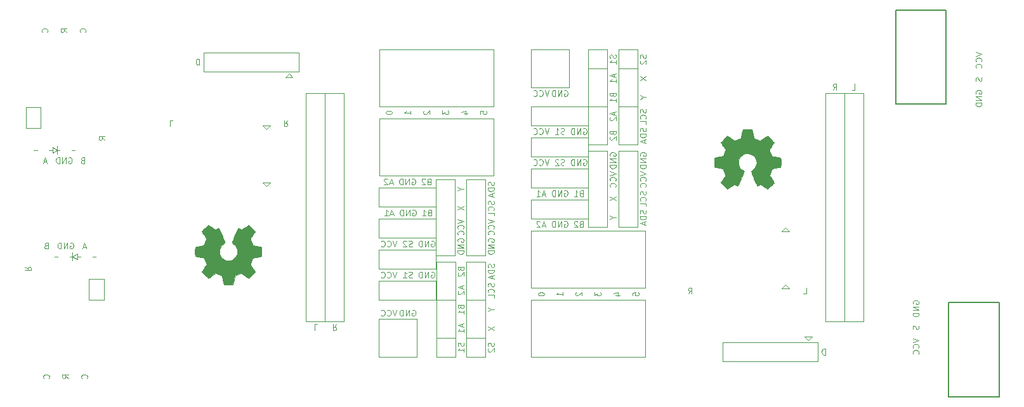
<source format=gbr>
%TF.GenerationSoftware,KiCad,Pcbnew,7.0.5*%
%TF.CreationDate,2024-01-24T21:19:46+08:00*%
%TF.ProjectId,main,6d61696e-2e6b-4696-9361-645f70636258,rev?*%
%TF.SameCoordinates,Original*%
%TF.FileFunction,Legend,Bot*%
%TF.FilePolarity,Positive*%
%FSLAX46Y46*%
G04 Gerber Fmt 4.6, Leading zero omitted, Abs format (unit mm)*
G04 Created by KiCad (PCBNEW 7.0.5) date 2024-01-24 21:19:46*
%MOMM*%
%LPD*%
G01*
G04 APERTURE LIST*
%ADD10C,0.100000*%
%ADD11C,0.120000*%
%ADD12C,0.150000*%
%ADD13C,0.010000*%
G04 APERTURE END LIST*
D10*
X203860000Y-79834850D02*
X203860000Y-87454850D01*
D11*
X159530299Y-51214553D02*
X164610299Y-51214553D01*
X164610299Y-56294553D01*
X159530299Y-56294553D01*
X159530299Y-51214553D01*
D10*
X132020236Y-56974850D02*
X132020236Y-64594850D01*
X134560236Y-87454850D02*
X129480236Y-87454850D01*
X198780000Y-79834850D02*
X198780000Y-87454850D01*
X198780000Y-56974850D02*
X203860000Y-56974850D01*
D11*
X159540299Y-75384553D02*
X174780299Y-75384553D01*
X174780299Y-83004553D01*
X159540299Y-83004553D01*
X159540299Y-75384553D01*
X139230000Y-87144850D02*
X144310000Y-87144850D01*
X144310000Y-92224850D01*
X139230000Y-92224850D01*
X139230000Y-87144850D01*
D10*
X201320000Y-79834850D02*
X201320000Y-87454850D01*
D11*
X139240000Y-51214850D02*
X154480000Y-51214850D01*
X154480000Y-58834850D01*
X139240000Y-58834850D01*
X139240000Y-51214850D01*
X159540299Y-84604553D02*
X174780299Y-84604553D01*
X174780299Y-92224553D01*
X159540299Y-92224553D01*
X159540299Y-84604553D01*
D10*
X134560236Y-56974850D02*
X134560236Y-64594850D01*
X198780000Y-87454850D02*
X203860000Y-87454850D01*
X129480236Y-56974850D02*
X129480236Y-64594850D01*
X134560236Y-56974850D02*
X129480236Y-56974850D01*
D11*
X139240000Y-60434850D02*
X154480000Y-60434850D01*
X154480000Y-68054850D01*
X139240000Y-68054850D01*
X139240000Y-60434850D01*
%TO.C,J13*%
X146189523Y-76766800D02*
X146265713Y-76728705D01*
X146265713Y-76728705D02*
X146379999Y-76728705D01*
X146379999Y-76728705D02*
X146494285Y-76766800D01*
X146494285Y-76766800D02*
X146570475Y-76842990D01*
X146570475Y-76842990D02*
X146608570Y-76919181D01*
X146608570Y-76919181D02*
X146646666Y-77071562D01*
X146646666Y-77071562D02*
X146646666Y-77185848D01*
X146646666Y-77185848D02*
X146608570Y-77338229D01*
X146608570Y-77338229D02*
X146570475Y-77414419D01*
X146570475Y-77414419D02*
X146494285Y-77490610D01*
X146494285Y-77490610D02*
X146379999Y-77528705D01*
X146379999Y-77528705D02*
X146303808Y-77528705D01*
X146303808Y-77528705D02*
X146189523Y-77490610D01*
X146189523Y-77490610D02*
X146151427Y-77452514D01*
X146151427Y-77452514D02*
X146151427Y-77185848D01*
X146151427Y-77185848D02*
X146303808Y-77185848D01*
X145808570Y-77528705D02*
X145808570Y-76728705D01*
X145808570Y-76728705D02*
X145351427Y-77528705D01*
X145351427Y-77528705D02*
X145351427Y-76728705D01*
X144970475Y-77528705D02*
X144970475Y-76728705D01*
X144970475Y-76728705D02*
X144779999Y-76728705D01*
X144779999Y-76728705D02*
X144665713Y-76766800D01*
X144665713Y-76766800D02*
X144589523Y-76842990D01*
X144589523Y-76842990D02*
X144551428Y-76919181D01*
X144551428Y-76919181D02*
X144513332Y-77071562D01*
X144513332Y-77071562D02*
X144513332Y-77185848D01*
X144513332Y-77185848D02*
X144551428Y-77338229D01*
X144551428Y-77338229D02*
X144589523Y-77414419D01*
X144589523Y-77414419D02*
X144665713Y-77490610D01*
X144665713Y-77490610D02*
X144779999Y-77528705D01*
X144779999Y-77528705D02*
X144970475Y-77528705D01*
X143649524Y-77490610D02*
X143535238Y-77528705D01*
X143535238Y-77528705D02*
X143344762Y-77528705D01*
X143344762Y-77528705D02*
X143268571Y-77490610D01*
X143268571Y-77490610D02*
X143230476Y-77452514D01*
X143230476Y-77452514D02*
X143192381Y-77376324D01*
X143192381Y-77376324D02*
X143192381Y-77300133D01*
X143192381Y-77300133D02*
X143230476Y-77223943D01*
X143230476Y-77223943D02*
X143268571Y-77185848D01*
X143268571Y-77185848D02*
X143344762Y-77147752D01*
X143344762Y-77147752D02*
X143497143Y-77109657D01*
X143497143Y-77109657D02*
X143573333Y-77071562D01*
X143573333Y-77071562D02*
X143611428Y-77033467D01*
X143611428Y-77033467D02*
X143649524Y-76957276D01*
X143649524Y-76957276D02*
X143649524Y-76881086D01*
X143649524Y-76881086D02*
X143611428Y-76804895D01*
X143611428Y-76804895D02*
X143573333Y-76766800D01*
X143573333Y-76766800D02*
X143497143Y-76728705D01*
X143497143Y-76728705D02*
X143306666Y-76728705D01*
X143306666Y-76728705D02*
X143192381Y-76766800D01*
X142887619Y-76804895D02*
X142849523Y-76766800D01*
X142849523Y-76766800D02*
X142773333Y-76728705D01*
X142773333Y-76728705D02*
X142582857Y-76728705D01*
X142582857Y-76728705D02*
X142506666Y-76766800D01*
X142506666Y-76766800D02*
X142468571Y-76804895D01*
X142468571Y-76804895D02*
X142430476Y-76881086D01*
X142430476Y-76881086D02*
X142430476Y-76957276D01*
X142430476Y-76957276D02*
X142468571Y-77071562D01*
X142468571Y-77071562D02*
X142925714Y-77528705D01*
X142925714Y-77528705D02*
X142430476Y-77528705D01*
X141566666Y-76728705D02*
X141299999Y-77528705D01*
X141299999Y-77528705D02*
X141033333Y-76728705D01*
X140309523Y-77452514D02*
X140347619Y-77490610D01*
X140347619Y-77490610D02*
X140461904Y-77528705D01*
X140461904Y-77528705D02*
X140538095Y-77528705D01*
X140538095Y-77528705D02*
X140652381Y-77490610D01*
X140652381Y-77490610D02*
X140728571Y-77414419D01*
X140728571Y-77414419D02*
X140766666Y-77338229D01*
X140766666Y-77338229D02*
X140804762Y-77185848D01*
X140804762Y-77185848D02*
X140804762Y-77071562D01*
X140804762Y-77071562D02*
X140766666Y-76919181D01*
X140766666Y-76919181D02*
X140728571Y-76842990D01*
X140728571Y-76842990D02*
X140652381Y-76766800D01*
X140652381Y-76766800D02*
X140538095Y-76728705D01*
X140538095Y-76728705D02*
X140461904Y-76728705D01*
X140461904Y-76728705D02*
X140347619Y-76766800D01*
X140347619Y-76766800D02*
X140309523Y-76804895D01*
X139509523Y-77452514D02*
X139547619Y-77490610D01*
X139547619Y-77490610D02*
X139661904Y-77528705D01*
X139661904Y-77528705D02*
X139738095Y-77528705D01*
X139738095Y-77528705D02*
X139852381Y-77490610D01*
X139852381Y-77490610D02*
X139928571Y-77414419D01*
X139928571Y-77414419D02*
X139966666Y-77338229D01*
X139966666Y-77338229D02*
X140004762Y-77185848D01*
X140004762Y-77185848D02*
X140004762Y-77071562D01*
X140004762Y-77071562D02*
X139966666Y-76919181D01*
X139966666Y-76919181D02*
X139928571Y-76842990D01*
X139928571Y-76842990D02*
X139852381Y-76766800D01*
X139852381Y-76766800D02*
X139738095Y-76728705D01*
X139738095Y-76728705D02*
X139661904Y-76728705D01*
X139661904Y-76728705D02*
X139547619Y-76766800D01*
X139547619Y-76766800D02*
X139509523Y-76804895D01*
%TO.C,J19*%
X153801950Y-76835326D02*
X153763855Y-76759136D01*
X153763855Y-76759136D02*
X153763855Y-76644850D01*
X153763855Y-76644850D02*
X153801950Y-76530564D01*
X153801950Y-76530564D02*
X153878140Y-76454374D01*
X153878140Y-76454374D02*
X153954331Y-76416279D01*
X153954331Y-76416279D02*
X154106712Y-76378183D01*
X154106712Y-76378183D02*
X154220998Y-76378183D01*
X154220998Y-76378183D02*
X154373379Y-76416279D01*
X154373379Y-76416279D02*
X154449569Y-76454374D01*
X154449569Y-76454374D02*
X154525760Y-76530564D01*
X154525760Y-76530564D02*
X154563855Y-76644850D01*
X154563855Y-76644850D02*
X154563855Y-76721041D01*
X154563855Y-76721041D02*
X154525760Y-76835326D01*
X154525760Y-76835326D02*
X154487664Y-76873422D01*
X154487664Y-76873422D02*
X154220998Y-76873422D01*
X154220998Y-76873422D02*
X154220998Y-76721041D01*
X154563855Y-77216279D02*
X153763855Y-77216279D01*
X153763855Y-77216279D02*
X154563855Y-77673422D01*
X154563855Y-77673422D02*
X153763855Y-77673422D01*
X154563855Y-78054374D02*
X153763855Y-78054374D01*
X153763855Y-78054374D02*
X153763855Y-78244850D01*
X153763855Y-78244850D02*
X153801950Y-78359136D01*
X153801950Y-78359136D02*
X153878140Y-78435326D01*
X153878140Y-78435326D02*
X153954331Y-78473421D01*
X153954331Y-78473421D02*
X154106712Y-78511517D01*
X154106712Y-78511517D02*
X154220998Y-78511517D01*
X154220998Y-78511517D02*
X154373379Y-78473421D01*
X154373379Y-78473421D02*
X154449569Y-78435326D01*
X154449569Y-78435326D02*
X154525760Y-78359136D01*
X154525760Y-78359136D02*
X154563855Y-78244850D01*
X154563855Y-78244850D02*
X154563855Y-78054374D01*
X154525760Y-68853421D02*
X154563855Y-68967707D01*
X154563855Y-68967707D02*
X154563855Y-69158183D01*
X154563855Y-69158183D02*
X154525760Y-69234374D01*
X154525760Y-69234374D02*
X154487664Y-69272469D01*
X154487664Y-69272469D02*
X154411474Y-69310564D01*
X154411474Y-69310564D02*
X154335283Y-69310564D01*
X154335283Y-69310564D02*
X154259093Y-69272469D01*
X154259093Y-69272469D02*
X154220998Y-69234374D01*
X154220998Y-69234374D02*
X154182902Y-69158183D01*
X154182902Y-69158183D02*
X154144807Y-69005802D01*
X154144807Y-69005802D02*
X154106712Y-68929612D01*
X154106712Y-68929612D02*
X154068617Y-68891517D01*
X154068617Y-68891517D02*
X153992426Y-68853421D01*
X153992426Y-68853421D02*
X153916236Y-68853421D01*
X153916236Y-68853421D02*
X153840045Y-68891517D01*
X153840045Y-68891517D02*
X153801950Y-68929612D01*
X153801950Y-68929612D02*
X153763855Y-69005802D01*
X153763855Y-69005802D02*
X153763855Y-69196279D01*
X153763855Y-69196279D02*
X153801950Y-69310564D01*
X154563855Y-69653422D02*
X153763855Y-69653422D01*
X153763855Y-69653422D02*
X153763855Y-69843898D01*
X153763855Y-69843898D02*
X153801950Y-69958184D01*
X153801950Y-69958184D02*
X153878140Y-70034374D01*
X153878140Y-70034374D02*
X153954331Y-70072469D01*
X153954331Y-70072469D02*
X154106712Y-70110565D01*
X154106712Y-70110565D02*
X154220998Y-70110565D01*
X154220998Y-70110565D02*
X154373379Y-70072469D01*
X154373379Y-70072469D02*
X154449569Y-70034374D01*
X154449569Y-70034374D02*
X154525760Y-69958184D01*
X154525760Y-69958184D02*
X154563855Y-69843898D01*
X154563855Y-69843898D02*
X154563855Y-69653422D01*
X154335283Y-70415326D02*
X154335283Y-70796279D01*
X154563855Y-70339136D02*
X153763855Y-70605803D01*
X153763855Y-70605803D02*
X154563855Y-70872469D01*
X154525760Y-71412468D02*
X154563855Y-71526754D01*
X154563855Y-71526754D02*
X154563855Y-71717230D01*
X154563855Y-71717230D02*
X154525760Y-71793421D01*
X154525760Y-71793421D02*
X154487664Y-71831516D01*
X154487664Y-71831516D02*
X154411474Y-71869611D01*
X154411474Y-71869611D02*
X154335283Y-71869611D01*
X154335283Y-71869611D02*
X154259093Y-71831516D01*
X154259093Y-71831516D02*
X154220998Y-71793421D01*
X154220998Y-71793421D02*
X154182902Y-71717230D01*
X154182902Y-71717230D02*
X154144807Y-71564849D01*
X154144807Y-71564849D02*
X154106712Y-71488659D01*
X154106712Y-71488659D02*
X154068617Y-71450564D01*
X154068617Y-71450564D02*
X153992426Y-71412468D01*
X153992426Y-71412468D02*
X153916236Y-71412468D01*
X153916236Y-71412468D02*
X153840045Y-71450564D01*
X153840045Y-71450564D02*
X153801950Y-71488659D01*
X153801950Y-71488659D02*
X153763855Y-71564849D01*
X153763855Y-71564849D02*
X153763855Y-71755326D01*
X153763855Y-71755326D02*
X153801950Y-71869611D01*
X154487664Y-72669612D02*
X154525760Y-72631516D01*
X154525760Y-72631516D02*
X154563855Y-72517231D01*
X154563855Y-72517231D02*
X154563855Y-72441040D01*
X154563855Y-72441040D02*
X154525760Y-72326754D01*
X154525760Y-72326754D02*
X154449569Y-72250564D01*
X154449569Y-72250564D02*
X154373379Y-72212469D01*
X154373379Y-72212469D02*
X154220998Y-72174373D01*
X154220998Y-72174373D02*
X154106712Y-72174373D01*
X154106712Y-72174373D02*
X153954331Y-72212469D01*
X153954331Y-72212469D02*
X153878140Y-72250564D01*
X153878140Y-72250564D02*
X153801950Y-72326754D01*
X153801950Y-72326754D02*
X153763855Y-72441040D01*
X153763855Y-72441040D02*
X153763855Y-72517231D01*
X153763855Y-72517231D02*
X153801950Y-72631516D01*
X153801950Y-72631516D02*
X153840045Y-72669612D01*
X154563855Y-73393421D02*
X154563855Y-73012469D01*
X154563855Y-73012469D02*
X153763855Y-73012469D01*
X153763855Y-73838183D02*
X154563855Y-74104850D01*
X154563855Y-74104850D02*
X153763855Y-74371516D01*
X154487664Y-75095326D02*
X154525760Y-75057230D01*
X154525760Y-75057230D02*
X154563855Y-74942945D01*
X154563855Y-74942945D02*
X154563855Y-74866754D01*
X154563855Y-74866754D02*
X154525760Y-74752468D01*
X154525760Y-74752468D02*
X154449569Y-74676278D01*
X154449569Y-74676278D02*
X154373379Y-74638183D01*
X154373379Y-74638183D02*
X154220998Y-74600087D01*
X154220998Y-74600087D02*
X154106712Y-74600087D01*
X154106712Y-74600087D02*
X153954331Y-74638183D01*
X153954331Y-74638183D02*
X153878140Y-74676278D01*
X153878140Y-74676278D02*
X153801950Y-74752468D01*
X153801950Y-74752468D02*
X153763855Y-74866754D01*
X153763855Y-74866754D02*
X153763855Y-74942945D01*
X153763855Y-74942945D02*
X153801950Y-75057230D01*
X153801950Y-75057230D02*
X153840045Y-75095326D01*
X154487664Y-75895326D02*
X154525760Y-75857230D01*
X154525760Y-75857230D02*
X154563855Y-75742945D01*
X154563855Y-75742945D02*
X154563855Y-75666754D01*
X154563855Y-75666754D02*
X154525760Y-75552468D01*
X154525760Y-75552468D02*
X154449569Y-75476278D01*
X154449569Y-75476278D02*
X154373379Y-75438183D01*
X154373379Y-75438183D02*
X154220998Y-75400087D01*
X154220998Y-75400087D02*
X154106712Y-75400087D01*
X154106712Y-75400087D02*
X153954331Y-75438183D01*
X153954331Y-75438183D02*
X153878140Y-75476278D01*
X153878140Y-75476278D02*
X153801950Y-75552468D01*
X153801950Y-75552468D02*
X153763855Y-75666754D01*
X153763855Y-75666754D02*
X153763855Y-75742945D01*
X153763855Y-75742945D02*
X153801950Y-75857230D01*
X153801950Y-75857230D02*
X153840045Y-75895326D01*
%TO.C,J26*%
X94794857Y-77365807D02*
X94680571Y-77403902D01*
X94680571Y-77403902D02*
X94642476Y-77441998D01*
X94642476Y-77441998D02*
X94604380Y-77518188D01*
X94604380Y-77518188D02*
X94604380Y-77632474D01*
X94604380Y-77632474D02*
X94642476Y-77708664D01*
X94642476Y-77708664D02*
X94680571Y-77746760D01*
X94680571Y-77746760D02*
X94756761Y-77784855D01*
X94756761Y-77784855D02*
X95061523Y-77784855D01*
X95061523Y-77784855D02*
X95061523Y-76984855D01*
X95061523Y-76984855D02*
X94794857Y-76984855D01*
X94794857Y-76984855D02*
X94718666Y-77022950D01*
X94718666Y-77022950D02*
X94680571Y-77061045D01*
X94680571Y-77061045D02*
X94642476Y-77137236D01*
X94642476Y-77137236D02*
X94642476Y-77213426D01*
X94642476Y-77213426D02*
X94680571Y-77289617D01*
X94680571Y-77289617D02*
X94718666Y-77327712D01*
X94718666Y-77327712D02*
X94794857Y-77365807D01*
X94794857Y-77365807D02*
X95061523Y-77365807D01*
X98001523Y-77022950D02*
X98077713Y-76984855D01*
X98077713Y-76984855D02*
X98191999Y-76984855D01*
X98191999Y-76984855D02*
X98306285Y-77022950D01*
X98306285Y-77022950D02*
X98382475Y-77099140D01*
X98382475Y-77099140D02*
X98420570Y-77175331D01*
X98420570Y-77175331D02*
X98458666Y-77327712D01*
X98458666Y-77327712D02*
X98458666Y-77441998D01*
X98458666Y-77441998D02*
X98420570Y-77594379D01*
X98420570Y-77594379D02*
X98382475Y-77670569D01*
X98382475Y-77670569D02*
X98306285Y-77746760D01*
X98306285Y-77746760D02*
X98191999Y-77784855D01*
X98191999Y-77784855D02*
X98115808Y-77784855D01*
X98115808Y-77784855D02*
X98001523Y-77746760D01*
X98001523Y-77746760D02*
X97963427Y-77708664D01*
X97963427Y-77708664D02*
X97963427Y-77441998D01*
X97963427Y-77441998D02*
X98115808Y-77441998D01*
X97620570Y-77784855D02*
X97620570Y-76984855D01*
X97620570Y-76984855D02*
X97163427Y-77784855D01*
X97163427Y-77784855D02*
X97163427Y-76984855D01*
X96782475Y-77784855D02*
X96782475Y-76984855D01*
X96782475Y-76984855D02*
X96591999Y-76984855D01*
X96591999Y-76984855D02*
X96477713Y-77022950D01*
X96477713Y-77022950D02*
X96401523Y-77099140D01*
X96401523Y-77099140D02*
X96363428Y-77175331D01*
X96363428Y-77175331D02*
X96325332Y-77327712D01*
X96325332Y-77327712D02*
X96325332Y-77441998D01*
X96325332Y-77441998D02*
X96363428Y-77594379D01*
X96363428Y-77594379D02*
X96401523Y-77670569D01*
X96401523Y-77670569D02*
X96477713Y-77746760D01*
X96477713Y-77746760D02*
X96591999Y-77784855D01*
X96591999Y-77784855D02*
X96782475Y-77784855D01*
X100122476Y-77556283D02*
X99741523Y-77556283D01*
X100198666Y-77784855D02*
X99931999Y-76984855D01*
X99931999Y-76984855D02*
X99665333Y-77784855D01*
%TO.C,J21*%
X150142902Y-69824850D02*
X150523855Y-69824850D01*
X149723855Y-69558183D02*
X150142902Y-69824850D01*
X150142902Y-69824850D02*
X149723855Y-70091516D01*
X149723855Y-72098183D02*
X150523855Y-72631517D01*
X149723855Y-72631517D02*
X150523855Y-72098183D01*
X149723855Y-73838183D02*
X150523855Y-74104850D01*
X150523855Y-74104850D02*
X149723855Y-74371516D01*
X150447664Y-75095326D02*
X150485760Y-75057230D01*
X150485760Y-75057230D02*
X150523855Y-74942945D01*
X150523855Y-74942945D02*
X150523855Y-74866754D01*
X150523855Y-74866754D02*
X150485760Y-74752468D01*
X150485760Y-74752468D02*
X150409569Y-74676278D01*
X150409569Y-74676278D02*
X150333379Y-74638183D01*
X150333379Y-74638183D02*
X150180998Y-74600087D01*
X150180998Y-74600087D02*
X150066712Y-74600087D01*
X150066712Y-74600087D02*
X149914331Y-74638183D01*
X149914331Y-74638183D02*
X149838140Y-74676278D01*
X149838140Y-74676278D02*
X149761950Y-74752468D01*
X149761950Y-74752468D02*
X149723855Y-74866754D01*
X149723855Y-74866754D02*
X149723855Y-74942945D01*
X149723855Y-74942945D02*
X149761950Y-75057230D01*
X149761950Y-75057230D02*
X149800045Y-75095326D01*
X150447664Y-75895326D02*
X150485760Y-75857230D01*
X150485760Y-75857230D02*
X150523855Y-75742945D01*
X150523855Y-75742945D02*
X150523855Y-75666754D01*
X150523855Y-75666754D02*
X150485760Y-75552468D01*
X150485760Y-75552468D02*
X150409569Y-75476278D01*
X150409569Y-75476278D02*
X150333379Y-75438183D01*
X150333379Y-75438183D02*
X150180998Y-75400087D01*
X150180998Y-75400087D02*
X150066712Y-75400087D01*
X150066712Y-75400087D02*
X149914331Y-75438183D01*
X149914331Y-75438183D02*
X149838140Y-75476278D01*
X149838140Y-75476278D02*
X149761950Y-75552468D01*
X149761950Y-75552468D02*
X149723855Y-75666754D01*
X149723855Y-75666754D02*
X149723855Y-75742945D01*
X149723855Y-75742945D02*
X149761950Y-75857230D01*
X149761950Y-75857230D02*
X149800045Y-75895326D01*
X149761950Y-76835326D02*
X149723855Y-76759136D01*
X149723855Y-76759136D02*
X149723855Y-76644850D01*
X149723855Y-76644850D02*
X149761950Y-76530564D01*
X149761950Y-76530564D02*
X149838140Y-76454374D01*
X149838140Y-76454374D02*
X149914331Y-76416279D01*
X149914331Y-76416279D02*
X150066712Y-76378183D01*
X150066712Y-76378183D02*
X150180998Y-76378183D01*
X150180998Y-76378183D02*
X150333379Y-76416279D01*
X150333379Y-76416279D02*
X150409569Y-76454374D01*
X150409569Y-76454374D02*
X150485760Y-76530564D01*
X150485760Y-76530564D02*
X150523855Y-76644850D01*
X150523855Y-76644850D02*
X150523855Y-76721041D01*
X150523855Y-76721041D02*
X150485760Y-76835326D01*
X150485760Y-76835326D02*
X150447664Y-76873422D01*
X150447664Y-76873422D02*
X150180998Y-76873422D01*
X150180998Y-76873422D02*
X150180998Y-76721041D01*
X150523855Y-77216279D02*
X149723855Y-77216279D01*
X149723855Y-77216279D02*
X150523855Y-77673422D01*
X150523855Y-77673422D02*
X149723855Y-77673422D01*
X150523855Y-78054374D02*
X149723855Y-78054374D01*
X149723855Y-78054374D02*
X149723855Y-78244850D01*
X149723855Y-78244850D02*
X149761950Y-78359136D01*
X149761950Y-78359136D02*
X149838140Y-78435326D01*
X149838140Y-78435326D02*
X149914331Y-78473421D01*
X149914331Y-78473421D02*
X150066712Y-78511517D01*
X150066712Y-78511517D02*
X150180998Y-78511517D01*
X150180998Y-78511517D02*
X150333379Y-78473421D01*
X150333379Y-78473421D02*
X150409569Y-78435326D01*
X150409569Y-78435326D02*
X150485760Y-78359136D01*
X150485760Y-78359136D02*
X150523855Y-78244850D01*
X150523855Y-78244850D02*
X150523855Y-78054374D01*
%TO.C,J9*%
X147693855Y-59338183D02*
X147693855Y-59833421D01*
X147693855Y-59833421D02*
X147998617Y-59566755D01*
X147998617Y-59566755D02*
X147998617Y-59681040D01*
X147998617Y-59681040D02*
X148036712Y-59757231D01*
X148036712Y-59757231D02*
X148074807Y-59795326D01*
X148074807Y-59795326D02*
X148150998Y-59833421D01*
X148150998Y-59833421D02*
X148341474Y-59833421D01*
X148341474Y-59833421D02*
X148417664Y-59795326D01*
X148417664Y-59795326D02*
X148455760Y-59757231D01*
X148455760Y-59757231D02*
X148493855Y-59681040D01*
X148493855Y-59681040D02*
X148493855Y-59452469D01*
X148493855Y-59452469D02*
X148455760Y-59376278D01*
X148455760Y-59376278D02*
X148417664Y-59338183D01*
X150500521Y-59757231D02*
X151033855Y-59757231D01*
X150195760Y-59566755D02*
X150767188Y-59376278D01*
X150767188Y-59376278D02*
X150767188Y-59871517D01*
X140946144Y-59642944D02*
X140946144Y-59566754D01*
X140946144Y-59566754D02*
X140908049Y-59490563D01*
X140908049Y-59490563D02*
X140869954Y-59452468D01*
X140869954Y-59452468D02*
X140793763Y-59414373D01*
X140793763Y-59414373D02*
X140641382Y-59376278D01*
X140641382Y-59376278D02*
X140450906Y-59376278D01*
X140450906Y-59376278D02*
X140298525Y-59414373D01*
X140298525Y-59414373D02*
X140222335Y-59452468D01*
X140222335Y-59452468D02*
X140184240Y-59490563D01*
X140184240Y-59490563D02*
X140146144Y-59566754D01*
X140146144Y-59566754D02*
X140146144Y-59642944D01*
X140146144Y-59642944D02*
X140184240Y-59719135D01*
X140184240Y-59719135D02*
X140222335Y-59757230D01*
X140222335Y-59757230D02*
X140298525Y-59795325D01*
X140298525Y-59795325D02*
X140450906Y-59833421D01*
X140450906Y-59833421D02*
X140641382Y-59833421D01*
X140641382Y-59833421D02*
X140793763Y-59795325D01*
X140793763Y-59795325D02*
X140869954Y-59757230D01*
X140869954Y-59757230D02*
X140908049Y-59719135D01*
X140908049Y-59719135D02*
X140946144Y-59642944D01*
X143413855Y-59833421D02*
X143413855Y-59376278D01*
X143413855Y-59604850D02*
X142613855Y-59604850D01*
X142613855Y-59604850D02*
X142728140Y-59528659D01*
X142728140Y-59528659D02*
X142804331Y-59452469D01*
X142804331Y-59452469D02*
X142842426Y-59376278D01*
X145230045Y-59376278D02*
X145191950Y-59414374D01*
X145191950Y-59414374D02*
X145153855Y-59490564D01*
X145153855Y-59490564D02*
X145153855Y-59681040D01*
X145153855Y-59681040D02*
X145191950Y-59757231D01*
X145191950Y-59757231D02*
X145230045Y-59795326D01*
X145230045Y-59795326D02*
X145306236Y-59833421D01*
X145306236Y-59833421D02*
X145382426Y-59833421D01*
X145382426Y-59833421D02*
X145496712Y-59795326D01*
X145496712Y-59795326D02*
X145953855Y-59338183D01*
X145953855Y-59338183D02*
X145953855Y-59833421D01*
X152773855Y-59795326D02*
X152773855Y-59414374D01*
X152773855Y-59414374D02*
X153154807Y-59376278D01*
X153154807Y-59376278D02*
X153116712Y-59414374D01*
X153116712Y-59414374D02*
X153078617Y-59490564D01*
X153078617Y-59490564D02*
X153078617Y-59681040D01*
X153078617Y-59681040D02*
X153116712Y-59757231D01*
X153116712Y-59757231D02*
X153154807Y-59795326D01*
X153154807Y-59795326D02*
X153230998Y-59833421D01*
X153230998Y-59833421D02*
X153421474Y-59833421D01*
X153421474Y-59833421D02*
X153497664Y-59795326D01*
X153497664Y-59795326D02*
X153535760Y-59757231D01*
X153535760Y-59757231D02*
X153573855Y-59681040D01*
X153573855Y-59681040D02*
X153573855Y-59490564D01*
X153573855Y-59490564D02*
X153535760Y-59414374D01*
X153535760Y-59414374D02*
X153497664Y-59376278D01*
%TO.C,J4*%
X202342380Y-56578705D02*
X202723332Y-56578705D01*
X202723332Y-56578705D02*
X202723332Y-55778705D01*
%TO.C,J6*%
X198759523Y-91948705D02*
X198759523Y-91148705D01*
X198759523Y-91148705D02*
X198569047Y-91148705D01*
X198569047Y-91148705D02*
X198454761Y-91186800D01*
X198454761Y-91186800D02*
X198378571Y-91262990D01*
X198378571Y-91262990D02*
X198340476Y-91339181D01*
X198340476Y-91339181D02*
X198302380Y-91491562D01*
X198302380Y-91491562D02*
X198302380Y-91605848D01*
X198302380Y-91605848D02*
X198340476Y-91758229D01*
X198340476Y-91758229D02*
X198378571Y-91834419D01*
X198378571Y-91834419D02*
X198454761Y-91910610D01*
X198454761Y-91910610D02*
X198569047Y-91948705D01*
X198569047Y-91948705D02*
X198759523Y-91948705D01*
%TO.C,U1*%
X180482380Y-83788705D02*
X180749047Y-83407752D01*
X180939523Y-83788705D02*
X180939523Y-82988705D01*
X180939523Y-82988705D02*
X180634761Y-82988705D01*
X180634761Y-82988705D02*
X180558571Y-83026800D01*
X180558571Y-83026800D02*
X180520476Y-83064895D01*
X180520476Y-83064895D02*
X180482380Y-83141086D01*
X180482380Y-83141086D02*
X180482380Y-83255371D01*
X180482380Y-83255371D02*
X180520476Y-83331562D01*
X180520476Y-83331562D02*
X180558571Y-83369657D01*
X180558571Y-83369657D02*
X180634761Y-83407752D01*
X180634761Y-83407752D02*
X180939523Y-83407752D01*
X195832380Y-83788705D02*
X196213332Y-83788705D01*
X196213332Y-83788705D02*
X196213332Y-82988705D01*
%TO.C,J14*%
X153763855Y-88148183D02*
X154563855Y-88681517D01*
X153763855Y-88681517D02*
X154563855Y-88148183D01*
X154182902Y-85874850D02*
X154563855Y-85874850D01*
X153763855Y-85608183D02*
X154182902Y-85874850D01*
X154182902Y-85874850D02*
X153763855Y-86141516D01*
X154525760Y-90345325D02*
X154563855Y-90459611D01*
X154563855Y-90459611D02*
X154563855Y-90650087D01*
X154563855Y-90650087D02*
X154525760Y-90726278D01*
X154525760Y-90726278D02*
X154487664Y-90764373D01*
X154487664Y-90764373D02*
X154411474Y-90802468D01*
X154411474Y-90802468D02*
X154335283Y-90802468D01*
X154335283Y-90802468D02*
X154259093Y-90764373D01*
X154259093Y-90764373D02*
X154220998Y-90726278D01*
X154220998Y-90726278D02*
X154182902Y-90650087D01*
X154182902Y-90650087D02*
X154144807Y-90497706D01*
X154144807Y-90497706D02*
X154106712Y-90421516D01*
X154106712Y-90421516D02*
X154068617Y-90383421D01*
X154068617Y-90383421D02*
X153992426Y-90345325D01*
X153992426Y-90345325D02*
X153916236Y-90345325D01*
X153916236Y-90345325D02*
X153840045Y-90383421D01*
X153840045Y-90383421D02*
X153801950Y-90421516D01*
X153801950Y-90421516D02*
X153763855Y-90497706D01*
X153763855Y-90497706D02*
X153763855Y-90688183D01*
X153763855Y-90688183D02*
X153801950Y-90802468D01*
X153840045Y-91107230D02*
X153801950Y-91145326D01*
X153801950Y-91145326D02*
X153763855Y-91221516D01*
X153763855Y-91221516D02*
X153763855Y-91411992D01*
X153763855Y-91411992D02*
X153801950Y-91488183D01*
X153801950Y-91488183D02*
X153840045Y-91526278D01*
X153840045Y-91526278D02*
X153916236Y-91564373D01*
X153916236Y-91564373D02*
X153992426Y-91564373D01*
X153992426Y-91564373D02*
X154106712Y-91526278D01*
X154106712Y-91526278D02*
X154563855Y-91069135D01*
X154563855Y-91069135D02*
X154563855Y-91564373D01*
X154525760Y-79823421D02*
X154563855Y-79937707D01*
X154563855Y-79937707D02*
X154563855Y-80128183D01*
X154563855Y-80128183D02*
X154525760Y-80204374D01*
X154525760Y-80204374D02*
X154487664Y-80242469D01*
X154487664Y-80242469D02*
X154411474Y-80280564D01*
X154411474Y-80280564D02*
X154335283Y-80280564D01*
X154335283Y-80280564D02*
X154259093Y-80242469D01*
X154259093Y-80242469D02*
X154220998Y-80204374D01*
X154220998Y-80204374D02*
X154182902Y-80128183D01*
X154182902Y-80128183D02*
X154144807Y-79975802D01*
X154144807Y-79975802D02*
X154106712Y-79899612D01*
X154106712Y-79899612D02*
X154068617Y-79861517D01*
X154068617Y-79861517D02*
X153992426Y-79823421D01*
X153992426Y-79823421D02*
X153916236Y-79823421D01*
X153916236Y-79823421D02*
X153840045Y-79861517D01*
X153840045Y-79861517D02*
X153801950Y-79899612D01*
X153801950Y-79899612D02*
X153763855Y-79975802D01*
X153763855Y-79975802D02*
X153763855Y-80166279D01*
X153763855Y-80166279D02*
X153801950Y-80280564D01*
X154563855Y-80623422D02*
X153763855Y-80623422D01*
X153763855Y-80623422D02*
X153763855Y-80813898D01*
X153763855Y-80813898D02*
X153801950Y-80928184D01*
X153801950Y-80928184D02*
X153878140Y-81004374D01*
X153878140Y-81004374D02*
X153954331Y-81042469D01*
X153954331Y-81042469D02*
X154106712Y-81080565D01*
X154106712Y-81080565D02*
X154220998Y-81080565D01*
X154220998Y-81080565D02*
X154373379Y-81042469D01*
X154373379Y-81042469D02*
X154449569Y-81004374D01*
X154449569Y-81004374D02*
X154525760Y-80928184D01*
X154525760Y-80928184D02*
X154563855Y-80813898D01*
X154563855Y-80813898D02*
X154563855Y-80623422D01*
X154335283Y-81385326D02*
X154335283Y-81766279D01*
X154563855Y-81309136D02*
X153763855Y-81575803D01*
X153763855Y-81575803D02*
X154563855Y-81842469D01*
X154525760Y-82382468D02*
X154563855Y-82496754D01*
X154563855Y-82496754D02*
X154563855Y-82687230D01*
X154563855Y-82687230D02*
X154525760Y-82763421D01*
X154525760Y-82763421D02*
X154487664Y-82801516D01*
X154487664Y-82801516D02*
X154411474Y-82839611D01*
X154411474Y-82839611D02*
X154335283Y-82839611D01*
X154335283Y-82839611D02*
X154259093Y-82801516D01*
X154259093Y-82801516D02*
X154220998Y-82763421D01*
X154220998Y-82763421D02*
X154182902Y-82687230D01*
X154182902Y-82687230D02*
X154144807Y-82534849D01*
X154144807Y-82534849D02*
X154106712Y-82458659D01*
X154106712Y-82458659D02*
X154068617Y-82420564D01*
X154068617Y-82420564D02*
X153992426Y-82382468D01*
X153992426Y-82382468D02*
X153916236Y-82382468D01*
X153916236Y-82382468D02*
X153840045Y-82420564D01*
X153840045Y-82420564D02*
X153801950Y-82458659D01*
X153801950Y-82458659D02*
X153763855Y-82534849D01*
X153763855Y-82534849D02*
X153763855Y-82725326D01*
X153763855Y-82725326D02*
X153801950Y-82839611D01*
X154487664Y-83639612D02*
X154525760Y-83601516D01*
X154525760Y-83601516D02*
X154563855Y-83487231D01*
X154563855Y-83487231D02*
X154563855Y-83411040D01*
X154563855Y-83411040D02*
X154525760Y-83296754D01*
X154525760Y-83296754D02*
X154449569Y-83220564D01*
X154449569Y-83220564D02*
X154373379Y-83182469D01*
X154373379Y-83182469D02*
X154220998Y-83144373D01*
X154220998Y-83144373D02*
X154106712Y-83144373D01*
X154106712Y-83144373D02*
X153954331Y-83182469D01*
X153954331Y-83182469D02*
X153878140Y-83220564D01*
X153878140Y-83220564D02*
X153801950Y-83296754D01*
X153801950Y-83296754D02*
X153763855Y-83411040D01*
X153763855Y-83411040D02*
X153763855Y-83487231D01*
X153763855Y-83487231D02*
X153801950Y-83601516D01*
X153801950Y-83601516D02*
X153840045Y-83639612D01*
X154563855Y-84363421D02*
X154563855Y-83982469D01*
X154563855Y-83982469D02*
X153763855Y-83982469D01*
%TO.C,J25*%
X211205760Y-88063428D02*
X211243855Y-88177714D01*
X211243855Y-88177714D02*
X211243855Y-88368190D01*
X211243855Y-88368190D02*
X211205760Y-88444381D01*
X211205760Y-88444381D02*
X211167664Y-88482476D01*
X211167664Y-88482476D02*
X211091474Y-88520571D01*
X211091474Y-88520571D02*
X211015283Y-88520571D01*
X211015283Y-88520571D02*
X210939093Y-88482476D01*
X210939093Y-88482476D02*
X210900998Y-88444381D01*
X210900998Y-88444381D02*
X210862902Y-88368190D01*
X210862902Y-88368190D02*
X210824807Y-88215809D01*
X210824807Y-88215809D02*
X210786712Y-88139619D01*
X210786712Y-88139619D02*
X210748617Y-88101524D01*
X210748617Y-88101524D02*
X210672426Y-88063428D01*
X210672426Y-88063428D02*
X210596236Y-88063428D01*
X210596236Y-88063428D02*
X210520045Y-88101524D01*
X210520045Y-88101524D02*
X210481950Y-88139619D01*
X210481950Y-88139619D02*
X210443855Y-88215809D01*
X210443855Y-88215809D02*
X210443855Y-88406286D01*
X210443855Y-88406286D02*
X210481950Y-88520571D01*
X210481950Y-85142476D02*
X210443855Y-85066286D01*
X210443855Y-85066286D02*
X210443855Y-84952000D01*
X210443855Y-84952000D02*
X210481950Y-84837714D01*
X210481950Y-84837714D02*
X210558140Y-84761524D01*
X210558140Y-84761524D02*
X210634331Y-84723429D01*
X210634331Y-84723429D02*
X210786712Y-84685333D01*
X210786712Y-84685333D02*
X210900998Y-84685333D01*
X210900998Y-84685333D02*
X211053379Y-84723429D01*
X211053379Y-84723429D02*
X211129569Y-84761524D01*
X211129569Y-84761524D02*
X211205760Y-84837714D01*
X211205760Y-84837714D02*
X211243855Y-84952000D01*
X211243855Y-84952000D02*
X211243855Y-85028191D01*
X211243855Y-85028191D02*
X211205760Y-85142476D01*
X211205760Y-85142476D02*
X211167664Y-85180572D01*
X211167664Y-85180572D02*
X210900998Y-85180572D01*
X210900998Y-85180572D02*
X210900998Y-85028191D01*
X211243855Y-85523429D02*
X210443855Y-85523429D01*
X210443855Y-85523429D02*
X211243855Y-85980572D01*
X211243855Y-85980572D02*
X210443855Y-85980572D01*
X211243855Y-86361524D02*
X210443855Y-86361524D01*
X210443855Y-86361524D02*
X210443855Y-86552000D01*
X210443855Y-86552000D02*
X210481950Y-86666286D01*
X210481950Y-86666286D02*
X210558140Y-86742476D01*
X210558140Y-86742476D02*
X210634331Y-86780571D01*
X210634331Y-86780571D02*
X210786712Y-86818667D01*
X210786712Y-86818667D02*
X210900998Y-86818667D01*
X210900998Y-86818667D02*
X211053379Y-86780571D01*
X211053379Y-86780571D02*
X211129569Y-86742476D01*
X211129569Y-86742476D02*
X211205760Y-86666286D01*
X211205760Y-86666286D02*
X211243855Y-86552000D01*
X211243855Y-86552000D02*
X211243855Y-86361524D01*
X210443855Y-89765333D02*
X211243855Y-90032000D01*
X211243855Y-90032000D02*
X210443855Y-90298666D01*
X211167664Y-91022476D02*
X211205760Y-90984380D01*
X211205760Y-90984380D02*
X211243855Y-90870095D01*
X211243855Y-90870095D02*
X211243855Y-90793904D01*
X211243855Y-90793904D02*
X211205760Y-90679618D01*
X211205760Y-90679618D02*
X211129569Y-90603428D01*
X211129569Y-90603428D02*
X211053379Y-90565333D01*
X211053379Y-90565333D02*
X210900998Y-90527237D01*
X210900998Y-90527237D02*
X210786712Y-90527237D01*
X210786712Y-90527237D02*
X210634331Y-90565333D01*
X210634331Y-90565333D02*
X210558140Y-90603428D01*
X210558140Y-90603428D02*
X210481950Y-90679618D01*
X210481950Y-90679618D02*
X210443855Y-90793904D01*
X210443855Y-90793904D02*
X210443855Y-90870095D01*
X210443855Y-90870095D02*
X210481950Y-90984380D01*
X210481950Y-90984380D02*
X210520045Y-91022476D01*
X211167664Y-91822476D02*
X211205760Y-91784380D01*
X211205760Y-91784380D02*
X211243855Y-91670095D01*
X211243855Y-91670095D02*
X211243855Y-91593904D01*
X211243855Y-91593904D02*
X211205760Y-91479618D01*
X211205760Y-91479618D02*
X211129569Y-91403428D01*
X211129569Y-91403428D02*
X211053379Y-91365333D01*
X211053379Y-91365333D02*
X210900998Y-91327237D01*
X210900998Y-91327237D02*
X210786712Y-91327237D01*
X210786712Y-91327237D02*
X210634331Y-91365333D01*
X210634331Y-91365333D02*
X210558140Y-91403428D01*
X210558140Y-91403428D02*
X210481950Y-91479618D01*
X210481950Y-91479618D02*
X210443855Y-91593904D01*
X210443855Y-91593904D02*
X210443855Y-91670095D01*
X210443855Y-91670095D02*
X210481950Y-91784380D01*
X210481950Y-91784380D02*
X210520045Y-91822476D01*
%TO.C,J28*%
X91958144Y-80193380D02*
X92339097Y-80460047D01*
X91958144Y-80650523D02*
X92758144Y-80650523D01*
X92758144Y-80650523D02*
X92758144Y-80345761D01*
X92758144Y-80345761D02*
X92720049Y-80269571D01*
X92720049Y-80269571D02*
X92681954Y-80231476D01*
X92681954Y-80231476D02*
X92605763Y-80193380D01*
X92605763Y-80193380D02*
X92491478Y-80193380D01*
X92491478Y-80193380D02*
X92415287Y-80231476D01*
X92415287Y-80231476D02*
X92377192Y-80269571D01*
X92377192Y-80269571D02*
X92339097Y-80345761D01*
X92339097Y-80345761D02*
X92339097Y-80650523D01*
%TO.C,J8*%
X150114807Y-85541040D02*
X150152902Y-85655326D01*
X150152902Y-85655326D02*
X150190998Y-85693421D01*
X150190998Y-85693421D02*
X150267188Y-85731517D01*
X150267188Y-85731517D02*
X150381474Y-85731517D01*
X150381474Y-85731517D02*
X150457664Y-85693421D01*
X150457664Y-85693421D02*
X150495760Y-85655326D01*
X150495760Y-85655326D02*
X150533855Y-85579136D01*
X150533855Y-85579136D02*
X150533855Y-85274374D01*
X150533855Y-85274374D02*
X149733855Y-85274374D01*
X149733855Y-85274374D02*
X149733855Y-85541040D01*
X149733855Y-85541040D02*
X149771950Y-85617231D01*
X149771950Y-85617231D02*
X149810045Y-85655326D01*
X149810045Y-85655326D02*
X149886236Y-85693421D01*
X149886236Y-85693421D02*
X149962426Y-85693421D01*
X149962426Y-85693421D02*
X150038617Y-85655326D01*
X150038617Y-85655326D02*
X150076712Y-85617231D01*
X150076712Y-85617231D02*
X150114807Y-85541040D01*
X150114807Y-85541040D02*
X150114807Y-85274374D01*
X150533855Y-86493421D02*
X150533855Y-86036278D01*
X150533855Y-86264850D02*
X149733855Y-86264850D01*
X149733855Y-86264850D02*
X149848140Y-86188659D01*
X149848140Y-86188659D02*
X149924331Y-86112469D01*
X149924331Y-86112469D02*
X149962426Y-86036278D01*
X150114807Y-80461040D02*
X150152902Y-80575326D01*
X150152902Y-80575326D02*
X150190998Y-80613421D01*
X150190998Y-80613421D02*
X150267188Y-80651517D01*
X150267188Y-80651517D02*
X150381474Y-80651517D01*
X150381474Y-80651517D02*
X150457664Y-80613421D01*
X150457664Y-80613421D02*
X150495760Y-80575326D01*
X150495760Y-80575326D02*
X150533855Y-80499136D01*
X150533855Y-80499136D02*
X150533855Y-80194374D01*
X150533855Y-80194374D02*
X149733855Y-80194374D01*
X149733855Y-80194374D02*
X149733855Y-80461040D01*
X149733855Y-80461040D02*
X149771950Y-80537231D01*
X149771950Y-80537231D02*
X149810045Y-80575326D01*
X149810045Y-80575326D02*
X149886236Y-80613421D01*
X149886236Y-80613421D02*
X149962426Y-80613421D01*
X149962426Y-80613421D02*
X150038617Y-80575326D01*
X150038617Y-80575326D02*
X150076712Y-80537231D01*
X150076712Y-80537231D02*
X150114807Y-80461040D01*
X150114807Y-80461040D02*
X150114807Y-80194374D01*
X149810045Y-80956278D02*
X149771950Y-80994374D01*
X149771950Y-80994374D02*
X149733855Y-81070564D01*
X149733855Y-81070564D02*
X149733855Y-81261040D01*
X149733855Y-81261040D02*
X149771950Y-81337231D01*
X149771950Y-81337231D02*
X149810045Y-81375326D01*
X149810045Y-81375326D02*
X149886236Y-81413421D01*
X149886236Y-81413421D02*
X149962426Y-81413421D01*
X149962426Y-81413421D02*
X150076712Y-81375326D01*
X150076712Y-81375326D02*
X150533855Y-80918183D01*
X150533855Y-80918183D02*
X150533855Y-81413421D01*
X150305283Y-87833421D02*
X150305283Y-88214374D01*
X150533855Y-87757231D02*
X149733855Y-88023898D01*
X149733855Y-88023898D02*
X150533855Y-88290564D01*
X150533855Y-88976278D02*
X150533855Y-88519135D01*
X150533855Y-88747707D02*
X149733855Y-88747707D01*
X149733855Y-88747707D02*
X149848140Y-88671516D01*
X149848140Y-88671516D02*
X149924331Y-88595326D01*
X149924331Y-88595326D02*
X149962426Y-88519135D01*
X150495760Y-90335325D02*
X150533855Y-90449611D01*
X150533855Y-90449611D02*
X150533855Y-90640087D01*
X150533855Y-90640087D02*
X150495760Y-90716278D01*
X150495760Y-90716278D02*
X150457664Y-90754373D01*
X150457664Y-90754373D02*
X150381474Y-90792468D01*
X150381474Y-90792468D02*
X150305283Y-90792468D01*
X150305283Y-90792468D02*
X150229093Y-90754373D01*
X150229093Y-90754373D02*
X150190998Y-90716278D01*
X150190998Y-90716278D02*
X150152902Y-90640087D01*
X150152902Y-90640087D02*
X150114807Y-90487706D01*
X150114807Y-90487706D02*
X150076712Y-90411516D01*
X150076712Y-90411516D02*
X150038617Y-90373421D01*
X150038617Y-90373421D02*
X149962426Y-90335325D01*
X149962426Y-90335325D02*
X149886236Y-90335325D01*
X149886236Y-90335325D02*
X149810045Y-90373421D01*
X149810045Y-90373421D02*
X149771950Y-90411516D01*
X149771950Y-90411516D02*
X149733855Y-90487706D01*
X149733855Y-90487706D02*
X149733855Y-90678183D01*
X149733855Y-90678183D02*
X149771950Y-90792468D01*
X150533855Y-91554373D02*
X150533855Y-91097230D01*
X150533855Y-91325802D02*
X149733855Y-91325802D01*
X149733855Y-91325802D02*
X149848140Y-91249611D01*
X149848140Y-91249611D02*
X149924331Y-91173421D01*
X149924331Y-91173421D02*
X149962426Y-91097230D01*
X150305283Y-82753421D02*
X150305283Y-83134374D01*
X150533855Y-82677231D02*
X149733855Y-82943898D01*
X149733855Y-82943898D02*
X150533855Y-83210564D01*
X149810045Y-83439135D02*
X149771950Y-83477231D01*
X149771950Y-83477231D02*
X149733855Y-83553421D01*
X149733855Y-83553421D02*
X149733855Y-83743897D01*
X149733855Y-83743897D02*
X149771950Y-83820088D01*
X149771950Y-83820088D02*
X149810045Y-83858183D01*
X149810045Y-83858183D02*
X149886236Y-83896278D01*
X149886236Y-83896278D02*
X149962426Y-83896278D01*
X149962426Y-83896278D02*
X150076712Y-83858183D01*
X150076712Y-83858183D02*
X150533855Y-83401040D01*
X150533855Y-83401040D02*
X150533855Y-83896278D01*
%TO.C,J27*%
X97541823Y-48857587D02*
X97160870Y-48590920D01*
X97541823Y-48400444D02*
X96741823Y-48400444D01*
X96741823Y-48400444D02*
X96741823Y-48705206D01*
X96741823Y-48705206D02*
X96779918Y-48781396D01*
X96779918Y-48781396D02*
X96818013Y-48819491D01*
X96818013Y-48819491D02*
X96894204Y-48857587D01*
X96894204Y-48857587D02*
X97008489Y-48857587D01*
X97008489Y-48857587D02*
X97084680Y-48819491D01*
X97084680Y-48819491D02*
X97122775Y-48781396D01*
X97122775Y-48781396D02*
X97160870Y-48705206D01*
X97160870Y-48705206D02*
X97160870Y-48400444D01*
X100005632Y-48857587D02*
X100043728Y-48819491D01*
X100043728Y-48819491D02*
X100081823Y-48705206D01*
X100081823Y-48705206D02*
X100081823Y-48629015D01*
X100081823Y-48629015D02*
X100043728Y-48514729D01*
X100043728Y-48514729D02*
X99967537Y-48438539D01*
X99967537Y-48438539D02*
X99891347Y-48400444D01*
X99891347Y-48400444D02*
X99738966Y-48362348D01*
X99738966Y-48362348D02*
X99624680Y-48362348D01*
X99624680Y-48362348D02*
X99472299Y-48400444D01*
X99472299Y-48400444D02*
X99396108Y-48438539D01*
X99396108Y-48438539D02*
X99319918Y-48514729D01*
X99319918Y-48514729D02*
X99281823Y-48629015D01*
X99281823Y-48629015D02*
X99281823Y-48705206D01*
X99281823Y-48705206D02*
X99319918Y-48819491D01*
X99319918Y-48819491D02*
X99358013Y-48857587D01*
X94925632Y-48857587D02*
X94963728Y-48819491D01*
X94963728Y-48819491D02*
X95001823Y-48705206D01*
X95001823Y-48705206D02*
X95001823Y-48629015D01*
X95001823Y-48629015D02*
X94963728Y-48514729D01*
X94963728Y-48514729D02*
X94887537Y-48438539D01*
X94887537Y-48438539D02*
X94811347Y-48400444D01*
X94811347Y-48400444D02*
X94658966Y-48362348D01*
X94658966Y-48362348D02*
X94544680Y-48362348D01*
X94544680Y-48362348D02*
X94392299Y-48400444D01*
X94392299Y-48400444D02*
X94316108Y-48438539D01*
X94316108Y-48438539D02*
X94239918Y-48514729D01*
X94239918Y-48514729D02*
X94201823Y-48629015D01*
X94201823Y-48629015D02*
X94201823Y-48705206D01*
X94201823Y-48705206D02*
X94239918Y-48819491D01*
X94239918Y-48819491D02*
X94278013Y-48857587D01*
%TO.C,J2*%
X143649523Y-85976800D02*
X143725713Y-85938705D01*
X143725713Y-85938705D02*
X143839999Y-85938705D01*
X143839999Y-85938705D02*
X143954285Y-85976800D01*
X143954285Y-85976800D02*
X144030475Y-86052990D01*
X144030475Y-86052990D02*
X144068570Y-86129181D01*
X144068570Y-86129181D02*
X144106666Y-86281562D01*
X144106666Y-86281562D02*
X144106666Y-86395848D01*
X144106666Y-86395848D02*
X144068570Y-86548229D01*
X144068570Y-86548229D02*
X144030475Y-86624419D01*
X144030475Y-86624419D02*
X143954285Y-86700610D01*
X143954285Y-86700610D02*
X143839999Y-86738705D01*
X143839999Y-86738705D02*
X143763808Y-86738705D01*
X143763808Y-86738705D02*
X143649523Y-86700610D01*
X143649523Y-86700610D02*
X143611427Y-86662514D01*
X143611427Y-86662514D02*
X143611427Y-86395848D01*
X143611427Y-86395848D02*
X143763808Y-86395848D01*
X143268570Y-86738705D02*
X143268570Y-85938705D01*
X143268570Y-85938705D02*
X142811427Y-86738705D01*
X142811427Y-86738705D02*
X142811427Y-85938705D01*
X142430475Y-86738705D02*
X142430475Y-85938705D01*
X142430475Y-85938705D02*
X142239999Y-85938705D01*
X142239999Y-85938705D02*
X142125713Y-85976800D01*
X142125713Y-85976800D02*
X142049523Y-86052990D01*
X142049523Y-86052990D02*
X142011428Y-86129181D01*
X142011428Y-86129181D02*
X141973332Y-86281562D01*
X141973332Y-86281562D02*
X141973332Y-86395848D01*
X141973332Y-86395848D02*
X142011428Y-86548229D01*
X142011428Y-86548229D02*
X142049523Y-86624419D01*
X142049523Y-86624419D02*
X142125713Y-86700610D01*
X142125713Y-86700610D02*
X142239999Y-86738705D01*
X142239999Y-86738705D02*
X142430475Y-86738705D01*
X141566666Y-85938705D02*
X141299999Y-86738705D01*
X141299999Y-86738705D02*
X141033333Y-85938705D01*
X140309523Y-86662514D02*
X140347619Y-86700610D01*
X140347619Y-86700610D02*
X140461904Y-86738705D01*
X140461904Y-86738705D02*
X140538095Y-86738705D01*
X140538095Y-86738705D02*
X140652381Y-86700610D01*
X140652381Y-86700610D02*
X140728571Y-86624419D01*
X140728571Y-86624419D02*
X140766666Y-86548229D01*
X140766666Y-86548229D02*
X140804762Y-86395848D01*
X140804762Y-86395848D02*
X140804762Y-86281562D01*
X140804762Y-86281562D02*
X140766666Y-86129181D01*
X140766666Y-86129181D02*
X140728571Y-86052990D01*
X140728571Y-86052990D02*
X140652381Y-85976800D01*
X140652381Y-85976800D02*
X140538095Y-85938705D01*
X140538095Y-85938705D02*
X140461904Y-85938705D01*
X140461904Y-85938705D02*
X140347619Y-85976800D01*
X140347619Y-85976800D02*
X140309523Y-86014895D01*
X139509523Y-86662514D02*
X139547619Y-86700610D01*
X139547619Y-86700610D02*
X139661904Y-86738705D01*
X139661904Y-86738705D02*
X139738095Y-86738705D01*
X139738095Y-86738705D02*
X139852381Y-86700610D01*
X139852381Y-86700610D02*
X139928571Y-86624419D01*
X139928571Y-86624419D02*
X139966666Y-86548229D01*
X139966666Y-86548229D02*
X140004762Y-86395848D01*
X140004762Y-86395848D02*
X140004762Y-86281562D01*
X140004762Y-86281562D02*
X139966666Y-86129181D01*
X139966666Y-86129181D02*
X139928571Y-86052990D01*
X139928571Y-86052990D02*
X139852381Y-85976800D01*
X139852381Y-85976800D02*
X139738095Y-85938705D01*
X139738095Y-85938705D02*
X139661904Y-85938705D01*
X139661904Y-85938705D02*
X139547619Y-85976800D01*
X139547619Y-85976800D02*
X139509523Y-86014895D01*
%TO.C,J27*%
X97758887Y-95077651D02*
X97377934Y-94810984D01*
X97758887Y-94620508D02*
X96958887Y-94620508D01*
X96958887Y-94620508D02*
X96958887Y-94925270D01*
X96958887Y-94925270D02*
X96996982Y-95001460D01*
X96996982Y-95001460D02*
X97035077Y-95039555D01*
X97035077Y-95039555D02*
X97111268Y-95077651D01*
X97111268Y-95077651D02*
X97225553Y-95077651D01*
X97225553Y-95077651D02*
X97301744Y-95039555D01*
X97301744Y-95039555D02*
X97339839Y-95001460D01*
X97339839Y-95001460D02*
X97377934Y-94925270D01*
X97377934Y-94925270D02*
X97377934Y-94620508D01*
X95142696Y-95077651D02*
X95180792Y-95039555D01*
X95180792Y-95039555D02*
X95218887Y-94925270D01*
X95218887Y-94925270D02*
X95218887Y-94849079D01*
X95218887Y-94849079D02*
X95180792Y-94734793D01*
X95180792Y-94734793D02*
X95104601Y-94658603D01*
X95104601Y-94658603D02*
X95028411Y-94620508D01*
X95028411Y-94620508D02*
X94876030Y-94582412D01*
X94876030Y-94582412D02*
X94761744Y-94582412D01*
X94761744Y-94582412D02*
X94609363Y-94620508D01*
X94609363Y-94620508D02*
X94533172Y-94658603D01*
X94533172Y-94658603D02*
X94456982Y-94734793D01*
X94456982Y-94734793D02*
X94418887Y-94849079D01*
X94418887Y-94849079D02*
X94418887Y-94925270D01*
X94418887Y-94925270D02*
X94456982Y-95039555D01*
X94456982Y-95039555D02*
X94495077Y-95077651D01*
X100222696Y-95077651D02*
X100260792Y-95039555D01*
X100260792Y-95039555D02*
X100298887Y-94925270D01*
X100298887Y-94925270D02*
X100298887Y-94849079D01*
X100298887Y-94849079D02*
X100260792Y-94734793D01*
X100260792Y-94734793D02*
X100184601Y-94658603D01*
X100184601Y-94658603D02*
X100108411Y-94620508D01*
X100108411Y-94620508D02*
X99956030Y-94582412D01*
X99956030Y-94582412D02*
X99841744Y-94582412D01*
X99841744Y-94582412D02*
X99689363Y-94620508D01*
X99689363Y-94620508D02*
X99613172Y-94658603D01*
X99613172Y-94658603D02*
X99536982Y-94734793D01*
X99536982Y-94734793D02*
X99498887Y-94849079D01*
X99498887Y-94849079D02*
X99498887Y-94925270D01*
X99498887Y-94925270D02*
X99536982Y-95039555D01*
X99536982Y-95039555D02*
X99575077Y-95077651D01*
%TO.C,J25*%
X219621760Y-54919428D02*
X219659855Y-55033714D01*
X219659855Y-55033714D02*
X219659855Y-55224190D01*
X219659855Y-55224190D02*
X219621760Y-55300381D01*
X219621760Y-55300381D02*
X219583664Y-55338476D01*
X219583664Y-55338476D02*
X219507474Y-55376571D01*
X219507474Y-55376571D02*
X219431283Y-55376571D01*
X219431283Y-55376571D02*
X219355093Y-55338476D01*
X219355093Y-55338476D02*
X219316998Y-55300381D01*
X219316998Y-55300381D02*
X219278902Y-55224190D01*
X219278902Y-55224190D02*
X219240807Y-55071809D01*
X219240807Y-55071809D02*
X219202712Y-54995619D01*
X219202712Y-54995619D02*
X219164617Y-54957524D01*
X219164617Y-54957524D02*
X219088426Y-54919428D01*
X219088426Y-54919428D02*
X219012236Y-54919428D01*
X219012236Y-54919428D02*
X218936045Y-54957524D01*
X218936045Y-54957524D02*
X218897950Y-54995619D01*
X218897950Y-54995619D02*
X218859855Y-55071809D01*
X218859855Y-55071809D02*
X218859855Y-55262286D01*
X218859855Y-55262286D02*
X218897950Y-55376571D01*
X218897950Y-57078476D02*
X218859855Y-57002286D01*
X218859855Y-57002286D02*
X218859855Y-56888000D01*
X218859855Y-56888000D02*
X218897950Y-56773714D01*
X218897950Y-56773714D02*
X218974140Y-56697524D01*
X218974140Y-56697524D02*
X219050331Y-56659429D01*
X219050331Y-56659429D02*
X219202712Y-56621333D01*
X219202712Y-56621333D02*
X219316998Y-56621333D01*
X219316998Y-56621333D02*
X219469379Y-56659429D01*
X219469379Y-56659429D02*
X219545569Y-56697524D01*
X219545569Y-56697524D02*
X219621760Y-56773714D01*
X219621760Y-56773714D02*
X219659855Y-56888000D01*
X219659855Y-56888000D02*
X219659855Y-56964191D01*
X219659855Y-56964191D02*
X219621760Y-57078476D01*
X219621760Y-57078476D02*
X219583664Y-57116572D01*
X219583664Y-57116572D02*
X219316998Y-57116572D01*
X219316998Y-57116572D02*
X219316998Y-56964191D01*
X219659855Y-57459429D02*
X218859855Y-57459429D01*
X218859855Y-57459429D02*
X219659855Y-57916572D01*
X219659855Y-57916572D02*
X218859855Y-57916572D01*
X219659855Y-58297524D02*
X218859855Y-58297524D01*
X218859855Y-58297524D02*
X218859855Y-58488000D01*
X218859855Y-58488000D02*
X218897950Y-58602286D01*
X218897950Y-58602286D02*
X218974140Y-58678476D01*
X218974140Y-58678476D02*
X219050331Y-58716571D01*
X219050331Y-58716571D02*
X219202712Y-58754667D01*
X219202712Y-58754667D02*
X219316998Y-58754667D01*
X219316998Y-58754667D02*
X219469379Y-58716571D01*
X219469379Y-58716571D02*
X219545569Y-58678476D01*
X219545569Y-58678476D02*
X219621760Y-58602286D01*
X219621760Y-58602286D02*
X219659855Y-58488000D01*
X219659855Y-58488000D02*
X219659855Y-58297524D01*
X218859855Y-51541333D02*
X219659855Y-51808000D01*
X219659855Y-51808000D02*
X218859855Y-52074666D01*
X219583664Y-52798476D02*
X219621760Y-52760380D01*
X219621760Y-52760380D02*
X219659855Y-52646095D01*
X219659855Y-52646095D02*
X219659855Y-52569904D01*
X219659855Y-52569904D02*
X219621760Y-52455618D01*
X219621760Y-52455618D02*
X219545569Y-52379428D01*
X219545569Y-52379428D02*
X219469379Y-52341333D01*
X219469379Y-52341333D02*
X219316998Y-52303237D01*
X219316998Y-52303237D02*
X219202712Y-52303237D01*
X219202712Y-52303237D02*
X219050331Y-52341333D01*
X219050331Y-52341333D02*
X218974140Y-52379428D01*
X218974140Y-52379428D02*
X218897950Y-52455618D01*
X218897950Y-52455618D02*
X218859855Y-52569904D01*
X218859855Y-52569904D02*
X218859855Y-52646095D01*
X218859855Y-52646095D02*
X218897950Y-52760380D01*
X218897950Y-52760380D02*
X218936045Y-52798476D01*
X219583664Y-53598476D02*
X219621760Y-53560380D01*
X219621760Y-53560380D02*
X219659855Y-53446095D01*
X219659855Y-53446095D02*
X219659855Y-53369904D01*
X219659855Y-53369904D02*
X219621760Y-53255618D01*
X219621760Y-53255618D02*
X219545569Y-53179428D01*
X219545569Y-53179428D02*
X219469379Y-53141333D01*
X219469379Y-53141333D02*
X219316998Y-53103237D01*
X219316998Y-53103237D02*
X219202712Y-53103237D01*
X219202712Y-53103237D02*
X219050331Y-53141333D01*
X219050331Y-53141333D02*
X218974140Y-53179428D01*
X218974140Y-53179428D02*
X218897950Y-53255618D01*
X218897950Y-53255618D02*
X218859855Y-53369904D01*
X218859855Y-53369904D02*
X218859855Y-53446095D01*
X218859855Y-53446095D02*
X218897950Y-53560380D01*
X218897950Y-53560380D02*
X218936045Y-53598476D01*
%TO.C,J3*%
X141031428Y-69020133D02*
X140650475Y-69020133D01*
X141107618Y-69248705D02*
X140840951Y-68448705D01*
X140840951Y-68448705D02*
X140574285Y-69248705D01*
X140345714Y-68524895D02*
X140307618Y-68486800D01*
X140307618Y-68486800D02*
X140231428Y-68448705D01*
X140231428Y-68448705D02*
X140040952Y-68448705D01*
X140040952Y-68448705D02*
X139964761Y-68486800D01*
X139964761Y-68486800D02*
X139926666Y-68524895D01*
X139926666Y-68524895D02*
X139888571Y-68601086D01*
X139888571Y-68601086D02*
X139888571Y-68677276D01*
X139888571Y-68677276D02*
X139926666Y-68791562D01*
X139926666Y-68791562D02*
X140383809Y-69248705D01*
X140383809Y-69248705D02*
X139888571Y-69248705D01*
X143609523Y-68486800D02*
X143685713Y-68448705D01*
X143685713Y-68448705D02*
X143799999Y-68448705D01*
X143799999Y-68448705D02*
X143914285Y-68486800D01*
X143914285Y-68486800D02*
X143990475Y-68562990D01*
X143990475Y-68562990D02*
X144028570Y-68639181D01*
X144028570Y-68639181D02*
X144066666Y-68791562D01*
X144066666Y-68791562D02*
X144066666Y-68905848D01*
X144066666Y-68905848D02*
X144028570Y-69058229D01*
X144028570Y-69058229D02*
X143990475Y-69134419D01*
X143990475Y-69134419D02*
X143914285Y-69210610D01*
X143914285Y-69210610D02*
X143799999Y-69248705D01*
X143799999Y-69248705D02*
X143723808Y-69248705D01*
X143723808Y-69248705D02*
X143609523Y-69210610D01*
X143609523Y-69210610D02*
X143571427Y-69172514D01*
X143571427Y-69172514D02*
X143571427Y-68905848D01*
X143571427Y-68905848D02*
X143723808Y-68905848D01*
X143228570Y-69248705D02*
X143228570Y-68448705D01*
X143228570Y-68448705D02*
X142771427Y-69248705D01*
X142771427Y-69248705D02*
X142771427Y-68448705D01*
X142390475Y-69248705D02*
X142390475Y-68448705D01*
X142390475Y-68448705D02*
X142199999Y-68448705D01*
X142199999Y-68448705D02*
X142085713Y-68486800D01*
X142085713Y-68486800D02*
X142009523Y-68562990D01*
X142009523Y-68562990D02*
X141971428Y-68639181D01*
X141971428Y-68639181D02*
X141933332Y-68791562D01*
X141933332Y-68791562D02*
X141933332Y-68905848D01*
X141933332Y-68905848D02*
X141971428Y-69058229D01*
X141971428Y-69058229D02*
X142009523Y-69134419D01*
X142009523Y-69134419D02*
X142085713Y-69210610D01*
X142085713Y-69210610D02*
X142199999Y-69248705D01*
X142199999Y-69248705D02*
X142390475Y-69248705D01*
X145863809Y-68829657D02*
X145749523Y-68867752D01*
X145749523Y-68867752D02*
X145711428Y-68905848D01*
X145711428Y-68905848D02*
X145673332Y-68982038D01*
X145673332Y-68982038D02*
X145673332Y-69096324D01*
X145673332Y-69096324D02*
X145711428Y-69172514D01*
X145711428Y-69172514D02*
X145749523Y-69210610D01*
X145749523Y-69210610D02*
X145825713Y-69248705D01*
X145825713Y-69248705D02*
X146130475Y-69248705D01*
X146130475Y-69248705D02*
X146130475Y-68448705D01*
X146130475Y-68448705D02*
X145863809Y-68448705D01*
X145863809Y-68448705D02*
X145787618Y-68486800D01*
X145787618Y-68486800D02*
X145749523Y-68524895D01*
X145749523Y-68524895D02*
X145711428Y-68601086D01*
X145711428Y-68601086D02*
X145711428Y-68677276D01*
X145711428Y-68677276D02*
X145749523Y-68753467D01*
X145749523Y-68753467D02*
X145787618Y-68791562D01*
X145787618Y-68791562D02*
X145863809Y-68829657D01*
X145863809Y-68829657D02*
X146130475Y-68829657D01*
X145368571Y-68524895D02*
X145330475Y-68486800D01*
X145330475Y-68486800D02*
X145254285Y-68448705D01*
X145254285Y-68448705D02*
X145063809Y-68448705D01*
X145063809Y-68448705D02*
X144987618Y-68486800D01*
X144987618Y-68486800D02*
X144949523Y-68524895D01*
X144949523Y-68524895D02*
X144911428Y-68601086D01*
X144911428Y-68601086D02*
X144911428Y-68677276D01*
X144911428Y-68677276D02*
X144949523Y-68791562D01*
X144949523Y-68791562D02*
X145406666Y-69248705D01*
X145406666Y-69248705D02*
X144911428Y-69248705D01*
%TO.C,J7*%
X143649524Y-81620610D02*
X143535238Y-81658705D01*
X143535238Y-81658705D02*
X143344762Y-81658705D01*
X143344762Y-81658705D02*
X143268571Y-81620610D01*
X143268571Y-81620610D02*
X143230476Y-81582514D01*
X143230476Y-81582514D02*
X143192381Y-81506324D01*
X143192381Y-81506324D02*
X143192381Y-81430133D01*
X143192381Y-81430133D02*
X143230476Y-81353943D01*
X143230476Y-81353943D02*
X143268571Y-81315848D01*
X143268571Y-81315848D02*
X143344762Y-81277752D01*
X143344762Y-81277752D02*
X143497143Y-81239657D01*
X143497143Y-81239657D02*
X143573333Y-81201562D01*
X143573333Y-81201562D02*
X143611428Y-81163467D01*
X143611428Y-81163467D02*
X143649524Y-81087276D01*
X143649524Y-81087276D02*
X143649524Y-81011086D01*
X143649524Y-81011086D02*
X143611428Y-80934895D01*
X143611428Y-80934895D02*
X143573333Y-80896800D01*
X143573333Y-80896800D02*
X143497143Y-80858705D01*
X143497143Y-80858705D02*
X143306666Y-80858705D01*
X143306666Y-80858705D02*
X143192381Y-80896800D01*
X142430476Y-81658705D02*
X142887619Y-81658705D01*
X142659047Y-81658705D02*
X142659047Y-80858705D01*
X142659047Y-80858705D02*
X142735238Y-80972990D01*
X142735238Y-80972990D02*
X142811428Y-81049181D01*
X142811428Y-81049181D02*
X142887619Y-81087276D01*
X146189523Y-80896800D02*
X146265713Y-80858705D01*
X146265713Y-80858705D02*
X146379999Y-80858705D01*
X146379999Y-80858705D02*
X146494285Y-80896800D01*
X146494285Y-80896800D02*
X146570475Y-80972990D01*
X146570475Y-80972990D02*
X146608570Y-81049181D01*
X146608570Y-81049181D02*
X146646666Y-81201562D01*
X146646666Y-81201562D02*
X146646666Y-81315848D01*
X146646666Y-81315848D02*
X146608570Y-81468229D01*
X146608570Y-81468229D02*
X146570475Y-81544419D01*
X146570475Y-81544419D02*
X146494285Y-81620610D01*
X146494285Y-81620610D02*
X146379999Y-81658705D01*
X146379999Y-81658705D02*
X146303808Y-81658705D01*
X146303808Y-81658705D02*
X146189523Y-81620610D01*
X146189523Y-81620610D02*
X146151427Y-81582514D01*
X146151427Y-81582514D02*
X146151427Y-81315848D01*
X146151427Y-81315848D02*
X146303808Y-81315848D01*
X145808570Y-81658705D02*
X145808570Y-80858705D01*
X145808570Y-80858705D02*
X145351427Y-81658705D01*
X145351427Y-81658705D02*
X145351427Y-80858705D01*
X144970475Y-81658705D02*
X144970475Y-80858705D01*
X144970475Y-80858705D02*
X144779999Y-80858705D01*
X144779999Y-80858705D02*
X144665713Y-80896800D01*
X144665713Y-80896800D02*
X144589523Y-80972990D01*
X144589523Y-80972990D02*
X144551428Y-81049181D01*
X144551428Y-81049181D02*
X144513332Y-81201562D01*
X144513332Y-81201562D02*
X144513332Y-81315848D01*
X144513332Y-81315848D02*
X144551428Y-81468229D01*
X144551428Y-81468229D02*
X144589523Y-81544419D01*
X144589523Y-81544419D02*
X144665713Y-81620610D01*
X144665713Y-81620610D02*
X144779999Y-81658705D01*
X144779999Y-81658705D02*
X144970475Y-81658705D01*
X141566666Y-80858705D02*
X141299999Y-81658705D01*
X141299999Y-81658705D02*
X141033333Y-80858705D01*
X140309523Y-81582514D02*
X140347619Y-81620610D01*
X140347619Y-81620610D02*
X140461904Y-81658705D01*
X140461904Y-81658705D02*
X140538095Y-81658705D01*
X140538095Y-81658705D02*
X140652381Y-81620610D01*
X140652381Y-81620610D02*
X140728571Y-81544419D01*
X140728571Y-81544419D02*
X140766666Y-81468229D01*
X140766666Y-81468229D02*
X140804762Y-81315848D01*
X140804762Y-81315848D02*
X140804762Y-81201562D01*
X140804762Y-81201562D02*
X140766666Y-81049181D01*
X140766666Y-81049181D02*
X140728571Y-80972990D01*
X140728571Y-80972990D02*
X140652381Y-80896800D01*
X140652381Y-80896800D02*
X140538095Y-80858705D01*
X140538095Y-80858705D02*
X140461904Y-80858705D01*
X140461904Y-80858705D02*
X140347619Y-80896800D01*
X140347619Y-80896800D02*
X140309523Y-80934895D01*
X139509523Y-81582514D02*
X139547619Y-81620610D01*
X139547619Y-81620610D02*
X139661904Y-81658705D01*
X139661904Y-81658705D02*
X139738095Y-81658705D01*
X139738095Y-81658705D02*
X139852381Y-81620610D01*
X139852381Y-81620610D02*
X139928571Y-81544419D01*
X139928571Y-81544419D02*
X139966666Y-81468229D01*
X139966666Y-81468229D02*
X140004762Y-81315848D01*
X140004762Y-81315848D02*
X140004762Y-81201562D01*
X140004762Y-81201562D02*
X139966666Y-81049181D01*
X139966666Y-81049181D02*
X139928571Y-80972990D01*
X139928571Y-80972990D02*
X139852381Y-80896800D01*
X139852381Y-80896800D02*
X139738095Y-80858705D01*
X139738095Y-80858705D02*
X139661904Y-80858705D01*
X139661904Y-80858705D02*
X139547619Y-80896800D01*
X139547619Y-80896800D02*
X139509523Y-80934895D01*
%TO.C,J28*%
X102614855Y-63246619D02*
X102233902Y-62979952D01*
X102614855Y-62789476D02*
X101814855Y-62789476D01*
X101814855Y-62789476D02*
X101814855Y-63094238D01*
X101814855Y-63094238D02*
X101852950Y-63170428D01*
X101852950Y-63170428D02*
X101891045Y-63208523D01*
X101891045Y-63208523D02*
X101967236Y-63246619D01*
X101967236Y-63246619D02*
X102081521Y-63246619D01*
X102081521Y-63246619D02*
X102157712Y-63208523D01*
X102157712Y-63208523D02*
X102195807Y-63170428D01*
X102195807Y-63170428D02*
X102233902Y-63094238D01*
X102233902Y-63094238D02*
X102233902Y-62789476D01*
%TO.C,J26*%
X99663857Y-65963807D02*
X99549571Y-66001902D01*
X99549571Y-66001902D02*
X99511476Y-66039998D01*
X99511476Y-66039998D02*
X99473380Y-66116188D01*
X99473380Y-66116188D02*
X99473380Y-66230474D01*
X99473380Y-66230474D02*
X99511476Y-66306664D01*
X99511476Y-66306664D02*
X99549571Y-66344760D01*
X99549571Y-66344760D02*
X99625761Y-66382855D01*
X99625761Y-66382855D02*
X99930523Y-66382855D01*
X99930523Y-66382855D02*
X99930523Y-65582855D01*
X99930523Y-65582855D02*
X99663857Y-65582855D01*
X99663857Y-65582855D02*
X99587666Y-65620950D01*
X99587666Y-65620950D02*
X99549571Y-65659045D01*
X99549571Y-65659045D02*
X99511476Y-65735236D01*
X99511476Y-65735236D02*
X99511476Y-65811426D01*
X99511476Y-65811426D02*
X99549571Y-65887617D01*
X99549571Y-65887617D02*
X99587666Y-65925712D01*
X99587666Y-65925712D02*
X99663857Y-65963807D01*
X99663857Y-65963807D02*
X99930523Y-65963807D01*
X97790523Y-65620950D02*
X97866713Y-65582855D01*
X97866713Y-65582855D02*
X97980999Y-65582855D01*
X97980999Y-65582855D02*
X98095285Y-65620950D01*
X98095285Y-65620950D02*
X98171475Y-65697140D01*
X98171475Y-65697140D02*
X98209570Y-65773331D01*
X98209570Y-65773331D02*
X98247666Y-65925712D01*
X98247666Y-65925712D02*
X98247666Y-66039998D01*
X98247666Y-66039998D02*
X98209570Y-66192379D01*
X98209570Y-66192379D02*
X98171475Y-66268569D01*
X98171475Y-66268569D02*
X98095285Y-66344760D01*
X98095285Y-66344760D02*
X97980999Y-66382855D01*
X97980999Y-66382855D02*
X97904808Y-66382855D01*
X97904808Y-66382855D02*
X97790523Y-66344760D01*
X97790523Y-66344760D02*
X97752427Y-66306664D01*
X97752427Y-66306664D02*
X97752427Y-66039998D01*
X97752427Y-66039998D02*
X97904808Y-66039998D01*
X97409570Y-66382855D02*
X97409570Y-65582855D01*
X97409570Y-65582855D02*
X96952427Y-66382855D01*
X96952427Y-66382855D02*
X96952427Y-65582855D01*
X96571475Y-66382855D02*
X96571475Y-65582855D01*
X96571475Y-65582855D02*
X96380999Y-65582855D01*
X96380999Y-65582855D02*
X96266713Y-65620950D01*
X96266713Y-65620950D02*
X96190523Y-65697140D01*
X96190523Y-65697140D02*
X96152428Y-65773331D01*
X96152428Y-65773331D02*
X96114332Y-65925712D01*
X96114332Y-65925712D02*
X96114332Y-66039998D01*
X96114332Y-66039998D02*
X96152428Y-66192379D01*
X96152428Y-66192379D02*
X96190523Y-66268569D01*
X96190523Y-66268569D02*
X96266713Y-66344760D01*
X96266713Y-66344760D02*
X96380999Y-66382855D01*
X96380999Y-66382855D02*
X96571475Y-66382855D01*
X94831476Y-66154283D02*
X94450523Y-66154283D01*
X94907666Y-66382855D02*
X94640999Y-65582855D01*
X94640999Y-65582855D02*
X94374333Y-66382855D01*
%TO.C,J5*%
X199802380Y-56578705D02*
X200069047Y-56197752D01*
X200259523Y-56578705D02*
X200259523Y-55778705D01*
X200259523Y-55778705D02*
X199954761Y-55778705D01*
X199954761Y-55778705D02*
X199878571Y-55816800D01*
X199878571Y-55816800D02*
X199840476Y-55854895D01*
X199840476Y-55854895D02*
X199802380Y-55931086D01*
X199802380Y-55931086D02*
X199802380Y-56045371D01*
X199802380Y-56045371D02*
X199840476Y-56121562D01*
X199840476Y-56121562D02*
X199878571Y-56159657D01*
X199878571Y-56159657D02*
X199954761Y-56197752D01*
X199954761Y-56197752D02*
X200259523Y-56197752D01*
%TO.C,J15*%
X143689523Y-72626800D02*
X143765713Y-72588705D01*
X143765713Y-72588705D02*
X143879999Y-72588705D01*
X143879999Y-72588705D02*
X143994285Y-72626800D01*
X143994285Y-72626800D02*
X144070475Y-72702990D01*
X144070475Y-72702990D02*
X144108570Y-72779181D01*
X144108570Y-72779181D02*
X144146666Y-72931562D01*
X144146666Y-72931562D02*
X144146666Y-73045848D01*
X144146666Y-73045848D02*
X144108570Y-73198229D01*
X144108570Y-73198229D02*
X144070475Y-73274419D01*
X144070475Y-73274419D02*
X143994285Y-73350610D01*
X143994285Y-73350610D02*
X143879999Y-73388705D01*
X143879999Y-73388705D02*
X143803808Y-73388705D01*
X143803808Y-73388705D02*
X143689523Y-73350610D01*
X143689523Y-73350610D02*
X143651427Y-73312514D01*
X143651427Y-73312514D02*
X143651427Y-73045848D01*
X143651427Y-73045848D02*
X143803808Y-73045848D01*
X143308570Y-73388705D02*
X143308570Y-72588705D01*
X143308570Y-72588705D02*
X142851427Y-73388705D01*
X142851427Y-73388705D02*
X142851427Y-72588705D01*
X142470475Y-73388705D02*
X142470475Y-72588705D01*
X142470475Y-72588705D02*
X142279999Y-72588705D01*
X142279999Y-72588705D02*
X142165713Y-72626800D01*
X142165713Y-72626800D02*
X142089523Y-72702990D01*
X142089523Y-72702990D02*
X142051428Y-72779181D01*
X142051428Y-72779181D02*
X142013332Y-72931562D01*
X142013332Y-72931562D02*
X142013332Y-73045848D01*
X142013332Y-73045848D02*
X142051428Y-73198229D01*
X142051428Y-73198229D02*
X142089523Y-73274419D01*
X142089523Y-73274419D02*
X142165713Y-73350610D01*
X142165713Y-73350610D02*
X142279999Y-73388705D01*
X142279999Y-73388705D02*
X142470475Y-73388705D01*
X145943809Y-72969657D02*
X145829523Y-73007752D01*
X145829523Y-73007752D02*
X145791428Y-73045848D01*
X145791428Y-73045848D02*
X145753332Y-73122038D01*
X145753332Y-73122038D02*
X145753332Y-73236324D01*
X145753332Y-73236324D02*
X145791428Y-73312514D01*
X145791428Y-73312514D02*
X145829523Y-73350610D01*
X145829523Y-73350610D02*
X145905713Y-73388705D01*
X145905713Y-73388705D02*
X146210475Y-73388705D01*
X146210475Y-73388705D02*
X146210475Y-72588705D01*
X146210475Y-72588705D02*
X145943809Y-72588705D01*
X145943809Y-72588705D02*
X145867618Y-72626800D01*
X145867618Y-72626800D02*
X145829523Y-72664895D01*
X145829523Y-72664895D02*
X145791428Y-72741086D01*
X145791428Y-72741086D02*
X145791428Y-72817276D01*
X145791428Y-72817276D02*
X145829523Y-72893467D01*
X145829523Y-72893467D02*
X145867618Y-72931562D01*
X145867618Y-72931562D02*
X145943809Y-72969657D01*
X145943809Y-72969657D02*
X146210475Y-72969657D01*
X144991428Y-73388705D02*
X145448571Y-73388705D01*
X145219999Y-73388705D02*
X145219999Y-72588705D01*
X145219999Y-72588705D02*
X145296190Y-72702990D01*
X145296190Y-72702990D02*
X145372380Y-72779181D01*
X145372380Y-72779181D02*
X145448571Y-72817276D01*
X141111428Y-73160133D02*
X140730475Y-73160133D01*
X141187618Y-73388705D02*
X140920951Y-72588705D01*
X140920951Y-72588705D02*
X140654285Y-73388705D01*
X139968571Y-73388705D02*
X140425714Y-73388705D01*
X140197142Y-73388705D02*
X140197142Y-72588705D01*
X140197142Y-72588705D02*
X140273333Y-72702990D01*
X140273333Y-72702990D02*
X140349523Y-72779181D01*
X140349523Y-72779181D02*
X140425714Y-72817276D01*
%TO.C,J8*%
X170605582Y-59533124D02*
X170605582Y-59914077D01*
X170834154Y-59456934D02*
X170034154Y-59723601D01*
X170034154Y-59723601D02*
X170834154Y-59990267D01*
X170110344Y-60218838D02*
X170072249Y-60256934D01*
X170072249Y-60256934D02*
X170034154Y-60333124D01*
X170034154Y-60333124D02*
X170034154Y-60523600D01*
X170034154Y-60523600D02*
X170072249Y-60599791D01*
X170072249Y-60599791D02*
X170110344Y-60637886D01*
X170110344Y-60637886D02*
X170186535Y-60675981D01*
X170186535Y-60675981D02*
X170262725Y-60675981D01*
X170262725Y-60675981D02*
X170377011Y-60637886D01*
X170377011Y-60637886D02*
X170834154Y-60180743D01*
X170834154Y-60180743D02*
X170834154Y-60675981D01*
X170415106Y-62320743D02*
X170453201Y-62435029D01*
X170453201Y-62435029D02*
X170491297Y-62473124D01*
X170491297Y-62473124D02*
X170567487Y-62511220D01*
X170567487Y-62511220D02*
X170681773Y-62511220D01*
X170681773Y-62511220D02*
X170757963Y-62473124D01*
X170757963Y-62473124D02*
X170796059Y-62435029D01*
X170796059Y-62435029D02*
X170834154Y-62358839D01*
X170834154Y-62358839D02*
X170834154Y-62054077D01*
X170834154Y-62054077D02*
X170034154Y-62054077D01*
X170034154Y-62054077D02*
X170034154Y-62320743D01*
X170034154Y-62320743D02*
X170072249Y-62396934D01*
X170072249Y-62396934D02*
X170110344Y-62435029D01*
X170110344Y-62435029D02*
X170186535Y-62473124D01*
X170186535Y-62473124D02*
X170262725Y-62473124D01*
X170262725Y-62473124D02*
X170338916Y-62435029D01*
X170338916Y-62435029D02*
X170377011Y-62396934D01*
X170377011Y-62396934D02*
X170415106Y-62320743D01*
X170415106Y-62320743D02*
X170415106Y-62054077D01*
X170110344Y-62815981D02*
X170072249Y-62854077D01*
X170072249Y-62854077D02*
X170034154Y-62930267D01*
X170034154Y-62930267D02*
X170034154Y-63120743D01*
X170034154Y-63120743D02*
X170072249Y-63196934D01*
X170072249Y-63196934D02*
X170110344Y-63235029D01*
X170110344Y-63235029D02*
X170186535Y-63273124D01*
X170186535Y-63273124D02*
X170262725Y-63273124D01*
X170262725Y-63273124D02*
X170377011Y-63235029D01*
X170377011Y-63235029D02*
X170834154Y-62777886D01*
X170834154Y-62777886D02*
X170834154Y-63273124D01*
X170415106Y-57240743D02*
X170453201Y-57355029D01*
X170453201Y-57355029D02*
X170491297Y-57393124D01*
X170491297Y-57393124D02*
X170567487Y-57431220D01*
X170567487Y-57431220D02*
X170681773Y-57431220D01*
X170681773Y-57431220D02*
X170757963Y-57393124D01*
X170757963Y-57393124D02*
X170796059Y-57355029D01*
X170796059Y-57355029D02*
X170834154Y-57278839D01*
X170834154Y-57278839D02*
X170834154Y-56974077D01*
X170834154Y-56974077D02*
X170034154Y-56974077D01*
X170034154Y-56974077D02*
X170034154Y-57240743D01*
X170034154Y-57240743D02*
X170072249Y-57316934D01*
X170072249Y-57316934D02*
X170110344Y-57355029D01*
X170110344Y-57355029D02*
X170186535Y-57393124D01*
X170186535Y-57393124D02*
X170262725Y-57393124D01*
X170262725Y-57393124D02*
X170338916Y-57355029D01*
X170338916Y-57355029D02*
X170377011Y-57316934D01*
X170377011Y-57316934D02*
X170415106Y-57240743D01*
X170415106Y-57240743D02*
X170415106Y-56974077D01*
X170834154Y-58193124D02*
X170834154Y-57735981D01*
X170834154Y-57964553D02*
X170034154Y-57964553D01*
X170034154Y-57964553D02*
X170148439Y-57888362D01*
X170148439Y-57888362D02*
X170224630Y-57812172D01*
X170224630Y-57812172D02*
X170262725Y-57735981D01*
X170796059Y-51875028D02*
X170834154Y-51989314D01*
X170834154Y-51989314D02*
X170834154Y-52179790D01*
X170834154Y-52179790D02*
X170796059Y-52255981D01*
X170796059Y-52255981D02*
X170757963Y-52294076D01*
X170757963Y-52294076D02*
X170681773Y-52332171D01*
X170681773Y-52332171D02*
X170605582Y-52332171D01*
X170605582Y-52332171D02*
X170529392Y-52294076D01*
X170529392Y-52294076D02*
X170491297Y-52255981D01*
X170491297Y-52255981D02*
X170453201Y-52179790D01*
X170453201Y-52179790D02*
X170415106Y-52027409D01*
X170415106Y-52027409D02*
X170377011Y-51951219D01*
X170377011Y-51951219D02*
X170338916Y-51913124D01*
X170338916Y-51913124D02*
X170262725Y-51875028D01*
X170262725Y-51875028D02*
X170186535Y-51875028D01*
X170186535Y-51875028D02*
X170110344Y-51913124D01*
X170110344Y-51913124D02*
X170072249Y-51951219D01*
X170072249Y-51951219D02*
X170034154Y-52027409D01*
X170034154Y-52027409D02*
X170034154Y-52217886D01*
X170034154Y-52217886D02*
X170072249Y-52332171D01*
X170834154Y-53094076D02*
X170834154Y-52636933D01*
X170834154Y-52865505D02*
X170034154Y-52865505D01*
X170034154Y-52865505D02*
X170148439Y-52789314D01*
X170148439Y-52789314D02*
X170224630Y-52713124D01*
X170224630Y-52713124D02*
X170262725Y-52636933D01*
X170605582Y-54453124D02*
X170605582Y-54834077D01*
X170834154Y-54376934D02*
X170034154Y-54643601D01*
X170034154Y-54643601D02*
X170834154Y-54910267D01*
X170834154Y-55595981D02*
X170834154Y-55138838D01*
X170834154Y-55367410D02*
X170034154Y-55367410D01*
X170034154Y-55367410D02*
X170148439Y-55291219D01*
X170148439Y-55291219D02*
X170224630Y-55215029D01*
X170224630Y-55215029D02*
X170262725Y-55138838D01*
%TO.C,U1*%
X111677855Y-60640994D02*
X111296903Y-60640994D01*
X111296903Y-60640994D02*
X111296903Y-61440994D01*
X127027855Y-60640994D02*
X126761188Y-61021947D01*
X126570712Y-60640994D02*
X126570712Y-61440994D01*
X126570712Y-61440994D02*
X126875474Y-61440994D01*
X126875474Y-61440994D02*
X126951664Y-61402899D01*
X126951664Y-61402899D02*
X126989759Y-61364804D01*
X126989759Y-61364804D02*
X127027855Y-61288613D01*
X127027855Y-61288613D02*
X127027855Y-61174328D01*
X127027855Y-61174328D02*
X126989759Y-61098137D01*
X126989759Y-61098137D02*
X126951664Y-61060042D01*
X126951664Y-61060042D02*
X126875474Y-61021947D01*
X126875474Y-61021947D02*
X126570712Y-61021947D01*
%TO.C,J2*%
X163949822Y-56666503D02*
X164026012Y-56628408D01*
X164026012Y-56628408D02*
X164140298Y-56628408D01*
X164140298Y-56628408D02*
X164254584Y-56666503D01*
X164254584Y-56666503D02*
X164330774Y-56742693D01*
X164330774Y-56742693D02*
X164368869Y-56818884D01*
X164368869Y-56818884D02*
X164406965Y-56971265D01*
X164406965Y-56971265D02*
X164406965Y-57085551D01*
X164406965Y-57085551D02*
X164368869Y-57237932D01*
X164368869Y-57237932D02*
X164330774Y-57314122D01*
X164330774Y-57314122D02*
X164254584Y-57390313D01*
X164254584Y-57390313D02*
X164140298Y-57428408D01*
X164140298Y-57428408D02*
X164064107Y-57428408D01*
X164064107Y-57428408D02*
X163949822Y-57390313D01*
X163949822Y-57390313D02*
X163911726Y-57352217D01*
X163911726Y-57352217D02*
X163911726Y-57085551D01*
X163911726Y-57085551D02*
X164064107Y-57085551D01*
X163568869Y-57428408D02*
X163568869Y-56628408D01*
X163568869Y-56628408D02*
X163111726Y-57428408D01*
X163111726Y-57428408D02*
X163111726Y-56628408D01*
X162730774Y-57428408D02*
X162730774Y-56628408D01*
X162730774Y-56628408D02*
X162540298Y-56628408D01*
X162540298Y-56628408D02*
X162426012Y-56666503D01*
X162426012Y-56666503D02*
X162349822Y-56742693D01*
X162349822Y-56742693D02*
X162311727Y-56818884D01*
X162311727Y-56818884D02*
X162273631Y-56971265D01*
X162273631Y-56971265D02*
X162273631Y-57085551D01*
X162273631Y-57085551D02*
X162311727Y-57237932D01*
X162311727Y-57237932D02*
X162349822Y-57314122D01*
X162349822Y-57314122D02*
X162426012Y-57390313D01*
X162426012Y-57390313D02*
X162540298Y-57428408D01*
X162540298Y-57428408D02*
X162730774Y-57428408D01*
X161866965Y-56628408D02*
X161600298Y-57428408D01*
X161600298Y-57428408D02*
X161333632Y-56628408D01*
X160609822Y-57352217D02*
X160647918Y-57390313D01*
X160647918Y-57390313D02*
X160762203Y-57428408D01*
X160762203Y-57428408D02*
X160838394Y-57428408D01*
X160838394Y-57428408D02*
X160952680Y-57390313D01*
X160952680Y-57390313D02*
X161028870Y-57314122D01*
X161028870Y-57314122D02*
X161066965Y-57237932D01*
X161066965Y-57237932D02*
X161105061Y-57085551D01*
X161105061Y-57085551D02*
X161105061Y-56971265D01*
X161105061Y-56971265D02*
X161066965Y-56818884D01*
X161066965Y-56818884D02*
X161028870Y-56742693D01*
X161028870Y-56742693D02*
X160952680Y-56666503D01*
X160952680Y-56666503D02*
X160838394Y-56628408D01*
X160838394Y-56628408D02*
X160762203Y-56628408D01*
X160762203Y-56628408D02*
X160647918Y-56666503D01*
X160647918Y-56666503D02*
X160609822Y-56704598D01*
X159809822Y-57352217D02*
X159847918Y-57390313D01*
X159847918Y-57390313D02*
X159962203Y-57428408D01*
X159962203Y-57428408D02*
X160038394Y-57428408D01*
X160038394Y-57428408D02*
X160152680Y-57390313D01*
X160152680Y-57390313D02*
X160228870Y-57314122D01*
X160228870Y-57314122D02*
X160266965Y-57237932D01*
X160266965Y-57237932D02*
X160305061Y-57085551D01*
X160305061Y-57085551D02*
X160305061Y-56971265D01*
X160305061Y-56971265D02*
X160266965Y-56818884D01*
X160266965Y-56818884D02*
X160228870Y-56742693D01*
X160228870Y-56742693D02*
X160152680Y-56666503D01*
X160152680Y-56666503D02*
X160038394Y-56628408D01*
X160038394Y-56628408D02*
X159962203Y-56628408D01*
X159962203Y-56628408D02*
X159847918Y-56666503D01*
X159847918Y-56666503D02*
X159809822Y-56704598D01*
%TO.C,J4*%
X133537855Y-87850994D02*
X133271188Y-88231947D01*
X133080712Y-87850994D02*
X133080712Y-88650994D01*
X133080712Y-88650994D02*
X133385474Y-88650994D01*
X133385474Y-88650994D02*
X133461664Y-88612899D01*
X133461664Y-88612899D02*
X133499759Y-88574804D01*
X133499759Y-88574804D02*
X133537855Y-88498613D01*
X133537855Y-88498613D02*
X133537855Y-88384328D01*
X133537855Y-88384328D02*
X133499759Y-88308137D01*
X133499759Y-88308137D02*
X133461664Y-88270042D01*
X133461664Y-88270042D02*
X133385474Y-88231947D01*
X133385474Y-88231947D02*
X133080712Y-88231947D01*
%TO.C,J14*%
X174483201Y-57564553D02*
X174864154Y-57564553D01*
X174064154Y-57297886D02*
X174483201Y-57564553D01*
X174483201Y-57564553D02*
X174064154Y-57831219D01*
X174826059Y-51875028D02*
X174864154Y-51989314D01*
X174864154Y-51989314D02*
X174864154Y-52179790D01*
X174864154Y-52179790D02*
X174826059Y-52255981D01*
X174826059Y-52255981D02*
X174787963Y-52294076D01*
X174787963Y-52294076D02*
X174711773Y-52332171D01*
X174711773Y-52332171D02*
X174635582Y-52332171D01*
X174635582Y-52332171D02*
X174559392Y-52294076D01*
X174559392Y-52294076D02*
X174521297Y-52255981D01*
X174521297Y-52255981D02*
X174483201Y-52179790D01*
X174483201Y-52179790D02*
X174445106Y-52027409D01*
X174445106Y-52027409D02*
X174407011Y-51951219D01*
X174407011Y-51951219D02*
X174368916Y-51913124D01*
X174368916Y-51913124D02*
X174292725Y-51875028D01*
X174292725Y-51875028D02*
X174216535Y-51875028D01*
X174216535Y-51875028D02*
X174140344Y-51913124D01*
X174140344Y-51913124D02*
X174102249Y-51951219D01*
X174102249Y-51951219D02*
X174064154Y-52027409D01*
X174064154Y-52027409D02*
X174064154Y-52217886D01*
X174064154Y-52217886D02*
X174102249Y-52332171D01*
X174140344Y-52636933D02*
X174102249Y-52675029D01*
X174102249Y-52675029D02*
X174064154Y-52751219D01*
X174064154Y-52751219D02*
X174064154Y-52941695D01*
X174064154Y-52941695D02*
X174102249Y-53017886D01*
X174102249Y-53017886D02*
X174140344Y-53055981D01*
X174140344Y-53055981D02*
X174216535Y-53094076D01*
X174216535Y-53094076D02*
X174292725Y-53094076D01*
X174292725Y-53094076D02*
X174407011Y-53055981D01*
X174407011Y-53055981D02*
X174864154Y-52598838D01*
X174864154Y-52598838D02*
X174864154Y-53094076D01*
X174826059Y-59152171D02*
X174864154Y-59266457D01*
X174864154Y-59266457D02*
X174864154Y-59456933D01*
X174864154Y-59456933D02*
X174826059Y-59533124D01*
X174826059Y-59533124D02*
X174787963Y-59571219D01*
X174787963Y-59571219D02*
X174711773Y-59609314D01*
X174711773Y-59609314D02*
X174635582Y-59609314D01*
X174635582Y-59609314D02*
X174559392Y-59571219D01*
X174559392Y-59571219D02*
X174521297Y-59533124D01*
X174521297Y-59533124D02*
X174483201Y-59456933D01*
X174483201Y-59456933D02*
X174445106Y-59304552D01*
X174445106Y-59304552D02*
X174407011Y-59228362D01*
X174407011Y-59228362D02*
X174368916Y-59190267D01*
X174368916Y-59190267D02*
X174292725Y-59152171D01*
X174292725Y-59152171D02*
X174216535Y-59152171D01*
X174216535Y-59152171D02*
X174140344Y-59190267D01*
X174140344Y-59190267D02*
X174102249Y-59228362D01*
X174102249Y-59228362D02*
X174064154Y-59304552D01*
X174064154Y-59304552D02*
X174064154Y-59495029D01*
X174064154Y-59495029D02*
X174102249Y-59609314D01*
X174787963Y-60409315D02*
X174826059Y-60371219D01*
X174826059Y-60371219D02*
X174864154Y-60256934D01*
X174864154Y-60256934D02*
X174864154Y-60180743D01*
X174864154Y-60180743D02*
X174826059Y-60066457D01*
X174826059Y-60066457D02*
X174749868Y-59990267D01*
X174749868Y-59990267D02*
X174673678Y-59952172D01*
X174673678Y-59952172D02*
X174521297Y-59914076D01*
X174521297Y-59914076D02*
X174407011Y-59914076D01*
X174407011Y-59914076D02*
X174254630Y-59952172D01*
X174254630Y-59952172D02*
X174178439Y-59990267D01*
X174178439Y-59990267D02*
X174102249Y-60066457D01*
X174102249Y-60066457D02*
X174064154Y-60180743D01*
X174064154Y-60180743D02*
X174064154Y-60256934D01*
X174064154Y-60256934D02*
X174102249Y-60371219D01*
X174102249Y-60371219D02*
X174140344Y-60409315D01*
X174864154Y-61133124D02*
X174864154Y-60752172D01*
X174864154Y-60752172D02*
X174064154Y-60752172D01*
X174826059Y-61673124D02*
X174864154Y-61787410D01*
X174864154Y-61787410D02*
X174864154Y-61977886D01*
X174864154Y-61977886D02*
X174826059Y-62054077D01*
X174826059Y-62054077D02*
X174787963Y-62092172D01*
X174787963Y-62092172D02*
X174711773Y-62130267D01*
X174711773Y-62130267D02*
X174635582Y-62130267D01*
X174635582Y-62130267D02*
X174559392Y-62092172D01*
X174559392Y-62092172D02*
X174521297Y-62054077D01*
X174521297Y-62054077D02*
X174483201Y-61977886D01*
X174483201Y-61977886D02*
X174445106Y-61825505D01*
X174445106Y-61825505D02*
X174407011Y-61749315D01*
X174407011Y-61749315D02*
X174368916Y-61711220D01*
X174368916Y-61711220D02*
X174292725Y-61673124D01*
X174292725Y-61673124D02*
X174216535Y-61673124D01*
X174216535Y-61673124D02*
X174140344Y-61711220D01*
X174140344Y-61711220D02*
X174102249Y-61749315D01*
X174102249Y-61749315D02*
X174064154Y-61825505D01*
X174064154Y-61825505D02*
X174064154Y-62015982D01*
X174064154Y-62015982D02*
X174102249Y-62130267D01*
X174864154Y-62473125D02*
X174064154Y-62473125D01*
X174064154Y-62473125D02*
X174064154Y-62663601D01*
X174064154Y-62663601D02*
X174102249Y-62777887D01*
X174102249Y-62777887D02*
X174178439Y-62854077D01*
X174178439Y-62854077D02*
X174254630Y-62892172D01*
X174254630Y-62892172D02*
X174407011Y-62930268D01*
X174407011Y-62930268D02*
X174521297Y-62930268D01*
X174521297Y-62930268D02*
X174673678Y-62892172D01*
X174673678Y-62892172D02*
X174749868Y-62854077D01*
X174749868Y-62854077D02*
X174826059Y-62777887D01*
X174826059Y-62777887D02*
X174864154Y-62663601D01*
X174864154Y-62663601D02*
X174864154Y-62473125D01*
X174635582Y-63235029D02*
X174635582Y-63615982D01*
X174864154Y-63158839D02*
X174064154Y-63425506D01*
X174064154Y-63425506D02*
X174864154Y-63692172D01*
X174064154Y-54757886D02*
X174864154Y-55291220D01*
X174064154Y-55291220D02*
X174864154Y-54757886D01*
%TO.C,J7*%
X163949823Y-62470313D02*
X163835537Y-62508408D01*
X163835537Y-62508408D02*
X163645061Y-62508408D01*
X163645061Y-62508408D02*
X163568870Y-62470313D01*
X163568870Y-62470313D02*
X163530775Y-62432217D01*
X163530775Y-62432217D02*
X163492680Y-62356027D01*
X163492680Y-62356027D02*
X163492680Y-62279836D01*
X163492680Y-62279836D02*
X163530775Y-62203646D01*
X163530775Y-62203646D02*
X163568870Y-62165551D01*
X163568870Y-62165551D02*
X163645061Y-62127455D01*
X163645061Y-62127455D02*
X163797442Y-62089360D01*
X163797442Y-62089360D02*
X163873632Y-62051265D01*
X163873632Y-62051265D02*
X163911727Y-62013170D01*
X163911727Y-62013170D02*
X163949823Y-61936979D01*
X163949823Y-61936979D02*
X163949823Y-61860789D01*
X163949823Y-61860789D02*
X163911727Y-61784598D01*
X163911727Y-61784598D02*
X163873632Y-61746503D01*
X163873632Y-61746503D02*
X163797442Y-61708408D01*
X163797442Y-61708408D02*
X163606965Y-61708408D01*
X163606965Y-61708408D02*
X163492680Y-61746503D01*
X162730775Y-62508408D02*
X163187918Y-62508408D01*
X162959346Y-62508408D02*
X162959346Y-61708408D01*
X162959346Y-61708408D02*
X163035537Y-61822693D01*
X163035537Y-61822693D02*
X163111727Y-61898884D01*
X163111727Y-61898884D02*
X163187918Y-61936979D01*
X161866965Y-61708408D02*
X161600298Y-62508408D01*
X161600298Y-62508408D02*
X161333632Y-61708408D01*
X160609822Y-62432217D02*
X160647918Y-62470313D01*
X160647918Y-62470313D02*
X160762203Y-62508408D01*
X160762203Y-62508408D02*
X160838394Y-62508408D01*
X160838394Y-62508408D02*
X160952680Y-62470313D01*
X160952680Y-62470313D02*
X161028870Y-62394122D01*
X161028870Y-62394122D02*
X161066965Y-62317932D01*
X161066965Y-62317932D02*
X161105061Y-62165551D01*
X161105061Y-62165551D02*
X161105061Y-62051265D01*
X161105061Y-62051265D02*
X161066965Y-61898884D01*
X161066965Y-61898884D02*
X161028870Y-61822693D01*
X161028870Y-61822693D02*
X160952680Y-61746503D01*
X160952680Y-61746503D02*
X160838394Y-61708408D01*
X160838394Y-61708408D02*
X160762203Y-61708408D01*
X160762203Y-61708408D02*
X160647918Y-61746503D01*
X160647918Y-61746503D02*
X160609822Y-61784598D01*
X159809822Y-62432217D02*
X159847918Y-62470313D01*
X159847918Y-62470313D02*
X159962203Y-62508408D01*
X159962203Y-62508408D02*
X160038394Y-62508408D01*
X160038394Y-62508408D02*
X160152680Y-62470313D01*
X160152680Y-62470313D02*
X160228870Y-62394122D01*
X160228870Y-62394122D02*
X160266965Y-62317932D01*
X160266965Y-62317932D02*
X160305061Y-62165551D01*
X160305061Y-62165551D02*
X160305061Y-62051265D01*
X160305061Y-62051265D02*
X160266965Y-61898884D01*
X160266965Y-61898884D02*
X160228870Y-61822693D01*
X160228870Y-61822693D02*
X160152680Y-61746503D01*
X160152680Y-61746503D02*
X160038394Y-61708408D01*
X160038394Y-61708408D02*
X159962203Y-61708408D01*
X159962203Y-61708408D02*
X159847918Y-61746503D01*
X159847918Y-61746503D02*
X159809822Y-61784598D01*
X166489822Y-61746503D02*
X166566012Y-61708408D01*
X166566012Y-61708408D02*
X166680298Y-61708408D01*
X166680298Y-61708408D02*
X166794584Y-61746503D01*
X166794584Y-61746503D02*
X166870774Y-61822693D01*
X166870774Y-61822693D02*
X166908869Y-61898884D01*
X166908869Y-61898884D02*
X166946965Y-62051265D01*
X166946965Y-62051265D02*
X166946965Y-62165551D01*
X166946965Y-62165551D02*
X166908869Y-62317932D01*
X166908869Y-62317932D02*
X166870774Y-62394122D01*
X166870774Y-62394122D02*
X166794584Y-62470313D01*
X166794584Y-62470313D02*
X166680298Y-62508408D01*
X166680298Y-62508408D02*
X166604107Y-62508408D01*
X166604107Y-62508408D02*
X166489822Y-62470313D01*
X166489822Y-62470313D02*
X166451726Y-62432217D01*
X166451726Y-62432217D02*
X166451726Y-62165551D01*
X166451726Y-62165551D02*
X166604107Y-62165551D01*
X166108869Y-62508408D02*
X166108869Y-61708408D01*
X166108869Y-61708408D02*
X165651726Y-62508408D01*
X165651726Y-62508408D02*
X165651726Y-61708408D01*
X165270774Y-62508408D02*
X165270774Y-61708408D01*
X165270774Y-61708408D02*
X165080298Y-61708408D01*
X165080298Y-61708408D02*
X164966012Y-61746503D01*
X164966012Y-61746503D02*
X164889822Y-61822693D01*
X164889822Y-61822693D02*
X164851727Y-61898884D01*
X164851727Y-61898884D02*
X164813631Y-62051265D01*
X164813631Y-62051265D02*
X164813631Y-62165551D01*
X164813631Y-62165551D02*
X164851727Y-62317932D01*
X164851727Y-62317932D02*
X164889822Y-62394122D01*
X164889822Y-62394122D02*
X164966012Y-62470313D01*
X164966012Y-62470313D02*
X165080298Y-62508408D01*
X165080298Y-62508408D02*
X165270774Y-62508408D01*
%TO.C,J3*%
X161371727Y-74689836D02*
X160990774Y-74689836D01*
X161447917Y-74918408D02*
X161181250Y-74118408D01*
X161181250Y-74118408D02*
X160914584Y-74918408D01*
X160686013Y-74194598D02*
X160647917Y-74156503D01*
X160647917Y-74156503D02*
X160571727Y-74118408D01*
X160571727Y-74118408D02*
X160381251Y-74118408D01*
X160381251Y-74118408D02*
X160305060Y-74156503D01*
X160305060Y-74156503D02*
X160266965Y-74194598D01*
X160266965Y-74194598D02*
X160228870Y-74270789D01*
X160228870Y-74270789D02*
X160228870Y-74346979D01*
X160228870Y-74346979D02*
X160266965Y-74461265D01*
X160266965Y-74461265D02*
X160724108Y-74918408D01*
X160724108Y-74918408D02*
X160228870Y-74918408D01*
X166204108Y-74499360D02*
X166089822Y-74537455D01*
X166089822Y-74537455D02*
X166051727Y-74575551D01*
X166051727Y-74575551D02*
X166013631Y-74651741D01*
X166013631Y-74651741D02*
X166013631Y-74766027D01*
X166013631Y-74766027D02*
X166051727Y-74842217D01*
X166051727Y-74842217D02*
X166089822Y-74880313D01*
X166089822Y-74880313D02*
X166166012Y-74918408D01*
X166166012Y-74918408D02*
X166470774Y-74918408D01*
X166470774Y-74918408D02*
X166470774Y-74118408D01*
X166470774Y-74118408D02*
X166204108Y-74118408D01*
X166204108Y-74118408D02*
X166127917Y-74156503D01*
X166127917Y-74156503D02*
X166089822Y-74194598D01*
X166089822Y-74194598D02*
X166051727Y-74270789D01*
X166051727Y-74270789D02*
X166051727Y-74346979D01*
X166051727Y-74346979D02*
X166089822Y-74423170D01*
X166089822Y-74423170D02*
X166127917Y-74461265D01*
X166127917Y-74461265D02*
X166204108Y-74499360D01*
X166204108Y-74499360D02*
X166470774Y-74499360D01*
X165708870Y-74194598D02*
X165670774Y-74156503D01*
X165670774Y-74156503D02*
X165594584Y-74118408D01*
X165594584Y-74118408D02*
X165404108Y-74118408D01*
X165404108Y-74118408D02*
X165327917Y-74156503D01*
X165327917Y-74156503D02*
X165289822Y-74194598D01*
X165289822Y-74194598D02*
X165251727Y-74270789D01*
X165251727Y-74270789D02*
X165251727Y-74346979D01*
X165251727Y-74346979D02*
X165289822Y-74461265D01*
X165289822Y-74461265D02*
X165746965Y-74918408D01*
X165746965Y-74918408D02*
X165251727Y-74918408D01*
X163949822Y-74156503D02*
X164026012Y-74118408D01*
X164026012Y-74118408D02*
X164140298Y-74118408D01*
X164140298Y-74118408D02*
X164254584Y-74156503D01*
X164254584Y-74156503D02*
X164330774Y-74232693D01*
X164330774Y-74232693D02*
X164368869Y-74308884D01*
X164368869Y-74308884D02*
X164406965Y-74461265D01*
X164406965Y-74461265D02*
X164406965Y-74575551D01*
X164406965Y-74575551D02*
X164368869Y-74727932D01*
X164368869Y-74727932D02*
X164330774Y-74804122D01*
X164330774Y-74804122D02*
X164254584Y-74880313D01*
X164254584Y-74880313D02*
X164140298Y-74918408D01*
X164140298Y-74918408D02*
X164064107Y-74918408D01*
X164064107Y-74918408D02*
X163949822Y-74880313D01*
X163949822Y-74880313D02*
X163911726Y-74842217D01*
X163911726Y-74842217D02*
X163911726Y-74575551D01*
X163911726Y-74575551D02*
X164064107Y-74575551D01*
X163568869Y-74918408D02*
X163568869Y-74118408D01*
X163568869Y-74118408D02*
X163111726Y-74918408D01*
X163111726Y-74918408D02*
X163111726Y-74118408D01*
X162730774Y-74918408D02*
X162730774Y-74118408D01*
X162730774Y-74118408D02*
X162540298Y-74118408D01*
X162540298Y-74118408D02*
X162426012Y-74156503D01*
X162426012Y-74156503D02*
X162349822Y-74232693D01*
X162349822Y-74232693D02*
X162311727Y-74308884D01*
X162311727Y-74308884D02*
X162273631Y-74461265D01*
X162273631Y-74461265D02*
X162273631Y-74575551D01*
X162273631Y-74575551D02*
X162311727Y-74727932D01*
X162311727Y-74727932D02*
X162349822Y-74804122D01*
X162349822Y-74804122D02*
X162426012Y-74880313D01*
X162426012Y-74880313D02*
X162540298Y-74918408D01*
X162540298Y-74918408D02*
X162730774Y-74918408D01*
%TO.C,J13*%
X163949823Y-66600313D02*
X163835537Y-66638408D01*
X163835537Y-66638408D02*
X163645061Y-66638408D01*
X163645061Y-66638408D02*
X163568870Y-66600313D01*
X163568870Y-66600313D02*
X163530775Y-66562217D01*
X163530775Y-66562217D02*
X163492680Y-66486027D01*
X163492680Y-66486027D02*
X163492680Y-66409836D01*
X163492680Y-66409836D02*
X163530775Y-66333646D01*
X163530775Y-66333646D02*
X163568870Y-66295551D01*
X163568870Y-66295551D02*
X163645061Y-66257455D01*
X163645061Y-66257455D02*
X163797442Y-66219360D01*
X163797442Y-66219360D02*
X163873632Y-66181265D01*
X163873632Y-66181265D02*
X163911727Y-66143170D01*
X163911727Y-66143170D02*
X163949823Y-66066979D01*
X163949823Y-66066979D02*
X163949823Y-65990789D01*
X163949823Y-65990789D02*
X163911727Y-65914598D01*
X163911727Y-65914598D02*
X163873632Y-65876503D01*
X163873632Y-65876503D02*
X163797442Y-65838408D01*
X163797442Y-65838408D02*
X163606965Y-65838408D01*
X163606965Y-65838408D02*
X163492680Y-65876503D01*
X163187918Y-65914598D02*
X163149822Y-65876503D01*
X163149822Y-65876503D02*
X163073632Y-65838408D01*
X163073632Y-65838408D02*
X162883156Y-65838408D01*
X162883156Y-65838408D02*
X162806965Y-65876503D01*
X162806965Y-65876503D02*
X162768870Y-65914598D01*
X162768870Y-65914598D02*
X162730775Y-65990789D01*
X162730775Y-65990789D02*
X162730775Y-66066979D01*
X162730775Y-66066979D02*
X162768870Y-66181265D01*
X162768870Y-66181265D02*
X163226013Y-66638408D01*
X163226013Y-66638408D02*
X162730775Y-66638408D01*
X161866965Y-65838408D02*
X161600298Y-66638408D01*
X161600298Y-66638408D02*
X161333632Y-65838408D01*
X160609822Y-66562217D02*
X160647918Y-66600313D01*
X160647918Y-66600313D02*
X160762203Y-66638408D01*
X160762203Y-66638408D02*
X160838394Y-66638408D01*
X160838394Y-66638408D02*
X160952680Y-66600313D01*
X160952680Y-66600313D02*
X161028870Y-66524122D01*
X161028870Y-66524122D02*
X161066965Y-66447932D01*
X161066965Y-66447932D02*
X161105061Y-66295551D01*
X161105061Y-66295551D02*
X161105061Y-66181265D01*
X161105061Y-66181265D02*
X161066965Y-66028884D01*
X161066965Y-66028884D02*
X161028870Y-65952693D01*
X161028870Y-65952693D02*
X160952680Y-65876503D01*
X160952680Y-65876503D02*
X160838394Y-65838408D01*
X160838394Y-65838408D02*
X160762203Y-65838408D01*
X160762203Y-65838408D02*
X160647918Y-65876503D01*
X160647918Y-65876503D02*
X160609822Y-65914598D01*
X159809822Y-66562217D02*
X159847918Y-66600313D01*
X159847918Y-66600313D02*
X159962203Y-66638408D01*
X159962203Y-66638408D02*
X160038394Y-66638408D01*
X160038394Y-66638408D02*
X160152680Y-66600313D01*
X160152680Y-66600313D02*
X160228870Y-66524122D01*
X160228870Y-66524122D02*
X160266965Y-66447932D01*
X160266965Y-66447932D02*
X160305061Y-66295551D01*
X160305061Y-66295551D02*
X160305061Y-66181265D01*
X160305061Y-66181265D02*
X160266965Y-66028884D01*
X160266965Y-66028884D02*
X160228870Y-65952693D01*
X160228870Y-65952693D02*
X160152680Y-65876503D01*
X160152680Y-65876503D02*
X160038394Y-65838408D01*
X160038394Y-65838408D02*
X159962203Y-65838408D01*
X159962203Y-65838408D02*
X159847918Y-65876503D01*
X159847918Y-65876503D02*
X159809822Y-65914598D01*
X166489822Y-65876503D02*
X166566012Y-65838408D01*
X166566012Y-65838408D02*
X166680298Y-65838408D01*
X166680298Y-65838408D02*
X166794584Y-65876503D01*
X166794584Y-65876503D02*
X166870774Y-65952693D01*
X166870774Y-65952693D02*
X166908869Y-66028884D01*
X166908869Y-66028884D02*
X166946965Y-66181265D01*
X166946965Y-66181265D02*
X166946965Y-66295551D01*
X166946965Y-66295551D02*
X166908869Y-66447932D01*
X166908869Y-66447932D02*
X166870774Y-66524122D01*
X166870774Y-66524122D02*
X166794584Y-66600313D01*
X166794584Y-66600313D02*
X166680298Y-66638408D01*
X166680298Y-66638408D02*
X166604107Y-66638408D01*
X166604107Y-66638408D02*
X166489822Y-66600313D01*
X166489822Y-66600313D02*
X166451726Y-66562217D01*
X166451726Y-66562217D02*
X166451726Y-66295551D01*
X166451726Y-66295551D02*
X166604107Y-66295551D01*
X166108869Y-66638408D02*
X166108869Y-65838408D01*
X166108869Y-65838408D02*
X165651726Y-66638408D01*
X165651726Y-66638408D02*
X165651726Y-65838408D01*
X165270774Y-66638408D02*
X165270774Y-65838408D01*
X165270774Y-65838408D02*
X165080298Y-65838408D01*
X165080298Y-65838408D02*
X164966012Y-65876503D01*
X164966012Y-65876503D02*
X164889822Y-65952693D01*
X164889822Y-65952693D02*
X164851727Y-66028884D01*
X164851727Y-66028884D02*
X164813631Y-66181265D01*
X164813631Y-66181265D02*
X164813631Y-66295551D01*
X164813631Y-66295551D02*
X164851727Y-66447932D01*
X164851727Y-66447932D02*
X164889822Y-66524122D01*
X164889822Y-66524122D02*
X164966012Y-66600313D01*
X164966012Y-66600313D02*
X165080298Y-66638408D01*
X165080298Y-66638408D02*
X165270774Y-66638408D01*
%TO.C,J19*%
X174064154Y-67467886D02*
X174864154Y-67734553D01*
X174864154Y-67734553D02*
X174064154Y-68001219D01*
X174787963Y-68725029D02*
X174826059Y-68686933D01*
X174826059Y-68686933D02*
X174864154Y-68572648D01*
X174864154Y-68572648D02*
X174864154Y-68496457D01*
X174864154Y-68496457D02*
X174826059Y-68382171D01*
X174826059Y-68382171D02*
X174749868Y-68305981D01*
X174749868Y-68305981D02*
X174673678Y-68267886D01*
X174673678Y-68267886D02*
X174521297Y-68229790D01*
X174521297Y-68229790D02*
X174407011Y-68229790D01*
X174407011Y-68229790D02*
X174254630Y-68267886D01*
X174254630Y-68267886D02*
X174178439Y-68305981D01*
X174178439Y-68305981D02*
X174102249Y-68382171D01*
X174102249Y-68382171D02*
X174064154Y-68496457D01*
X174064154Y-68496457D02*
X174064154Y-68572648D01*
X174064154Y-68572648D02*
X174102249Y-68686933D01*
X174102249Y-68686933D02*
X174140344Y-68725029D01*
X174787963Y-69525029D02*
X174826059Y-69486933D01*
X174826059Y-69486933D02*
X174864154Y-69372648D01*
X174864154Y-69372648D02*
X174864154Y-69296457D01*
X174864154Y-69296457D02*
X174826059Y-69182171D01*
X174826059Y-69182171D02*
X174749868Y-69105981D01*
X174749868Y-69105981D02*
X174673678Y-69067886D01*
X174673678Y-69067886D02*
X174521297Y-69029790D01*
X174521297Y-69029790D02*
X174407011Y-69029790D01*
X174407011Y-69029790D02*
X174254630Y-69067886D01*
X174254630Y-69067886D02*
X174178439Y-69105981D01*
X174178439Y-69105981D02*
X174102249Y-69182171D01*
X174102249Y-69182171D02*
X174064154Y-69296457D01*
X174064154Y-69296457D02*
X174064154Y-69372648D01*
X174064154Y-69372648D02*
X174102249Y-69486933D01*
X174102249Y-69486933D02*
X174140344Y-69525029D01*
X174826059Y-72643124D02*
X174864154Y-72757410D01*
X174864154Y-72757410D02*
X174864154Y-72947886D01*
X174864154Y-72947886D02*
X174826059Y-73024077D01*
X174826059Y-73024077D02*
X174787963Y-73062172D01*
X174787963Y-73062172D02*
X174711773Y-73100267D01*
X174711773Y-73100267D02*
X174635582Y-73100267D01*
X174635582Y-73100267D02*
X174559392Y-73062172D01*
X174559392Y-73062172D02*
X174521297Y-73024077D01*
X174521297Y-73024077D02*
X174483201Y-72947886D01*
X174483201Y-72947886D02*
X174445106Y-72795505D01*
X174445106Y-72795505D02*
X174407011Y-72719315D01*
X174407011Y-72719315D02*
X174368916Y-72681220D01*
X174368916Y-72681220D02*
X174292725Y-72643124D01*
X174292725Y-72643124D02*
X174216535Y-72643124D01*
X174216535Y-72643124D02*
X174140344Y-72681220D01*
X174140344Y-72681220D02*
X174102249Y-72719315D01*
X174102249Y-72719315D02*
X174064154Y-72795505D01*
X174064154Y-72795505D02*
X174064154Y-72985982D01*
X174064154Y-72985982D02*
X174102249Y-73100267D01*
X174864154Y-73443125D02*
X174064154Y-73443125D01*
X174064154Y-73443125D02*
X174064154Y-73633601D01*
X174064154Y-73633601D02*
X174102249Y-73747887D01*
X174102249Y-73747887D02*
X174178439Y-73824077D01*
X174178439Y-73824077D02*
X174254630Y-73862172D01*
X174254630Y-73862172D02*
X174407011Y-73900268D01*
X174407011Y-73900268D02*
X174521297Y-73900268D01*
X174521297Y-73900268D02*
X174673678Y-73862172D01*
X174673678Y-73862172D02*
X174749868Y-73824077D01*
X174749868Y-73824077D02*
X174826059Y-73747887D01*
X174826059Y-73747887D02*
X174864154Y-73633601D01*
X174864154Y-73633601D02*
X174864154Y-73443125D01*
X174635582Y-74205029D02*
X174635582Y-74585982D01*
X174864154Y-74128839D02*
X174064154Y-74395506D01*
X174064154Y-74395506D02*
X174864154Y-74662172D01*
X174102249Y-65385029D02*
X174064154Y-65308839D01*
X174064154Y-65308839D02*
X174064154Y-65194553D01*
X174064154Y-65194553D02*
X174102249Y-65080267D01*
X174102249Y-65080267D02*
X174178439Y-65004077D01*
X174178439Y-65004077D02*
X174254630Y-64965982D01*
X174254630Y-64965982D02*
X174407011Y-64927886D01*
X174407011Y-64927886D02*
X174521297Y-64927886D01*
X174521297Y-64927886D02*
X174673678Y-64965982D01*
X174673678Y-64965982D02*
X174749868Y-65004077D01*
X174749868Y-65004077D02*
X174826059Y-65080267D01*
X174826059Y-65080267D02*
X174864154Y-65194553D01*
X174864154Y-65194553D02*
X174864154Y-65270744D01*
X174864154Y-65270744D02*
X174826059Y-65385029D01*
X174826059Y-65385029D02*
X174787963Y-65423125D01*
X174787963Y-65423125D02*
X174521297Y-65423125D01*
X174521297Y-65423125D02*
X174521297Y-65270744D01*
X174864154Y-65765982D02*
X174064154Y-65765982D01*
X174064154Y-65765982D02*
X174864154Y-66223125D01*
X174864154Y-66223125D02*
X174064154Y-66223125D01*
X174864154Y-66604077D02*
X174064154Y-66604077D01*
X174064154Y-66604077D02*
X174064154Y-66794553D01*
X174064154Y-66794553D02*
X174102249Y-66908839D01*
X174102249Y-66908839D02*
X174178439Y-66985029D01*
X174178439Y-66985029D02*
X174254630Y-67023124D01*
X174254630Y-67023124D02*
X174407011Y-67061220D01*
X174407011Y-67061220D02*
X174521297Y-67061220D01*
X174521297Y-67061220D02*
X174673678Y-67023124D01*
X174673678Y-67023124D02*
X174749868Y-66985029D01*
X174749868Y-66985029D02*
X174826059Y-66908839D01*
X174826059Y-66908839D02*
X174864154Y-66794553D01*
X174864154Y-66794553D02*
X174864154Y-66604077D01*
X174826059Y-70122171D02*
X174864154Y-70236457D01*
X174864154Y-70236457D02*
X174864154Y-70426933D01*
X174864154Y-70426933D02*
X174826059Y-70503124D01*
X174826059Y-70503124D02*
X174787963Y-70541219D01*
X174787963Y-70541219D02*
X174711773Y-70579314D01*
X174711773Y-70579314D02*
X174635582Y-70579314D01*
X174635582Y-70579314D02*
X174559392Y-70541219D01*
X174559392Y-70541219D02*
X174521297Y-70503124D01*
X174521297Y-70503124D02*
X174483201Y-70426933D01*
X174483201Y-70426933D02*
X174445106Y-70274552D01*
X174445106Y-70274552D02*
X174407011Y-70198362D01*
X174407011Y-70198362D02*
X174368916Y-70160267D01*
X174368916Y-70160267D02*
X174292725Y-70122171D01*
X174292725Y-70122171D02*
X174216535Y-70122171D01*
X174216535Y-70122171D02*
X174140344Y-70160267D01*
X174140344Y-70160267D02*
X174102249Y-70198362D01*
X174102249Y-70198362D02*
X174064154Y-70274552D01*
X174064154Y-70274552D02*
X174064154Y-70465029D01*
X174064154Y-70465029D02*
X174102249Y-70579314D01*
X174787963Y-71379315D02*
X174826059Y-71341219D01*
X174826059Y-71341219D02*
X174864154Y-71226934D01*
X174864154Y-71226934D02*
X174864154Y-71150743D01*
X174864154Y-71150743D02*
X174826059Y-71036457D01*
X174826059Y-71036457D02*
X174749868Y-70960267D01*
X174749868Y-70960267D02*
X174673678Y-70922172D01*
X174673678Y-70922172D02*
X174521297Y-70884076D01*
X174521297Y-70884076D02*
X174407011Y-70884076D01*
X174407011Y-70884076D02*
X174254630Y-70922172D01*
X174254630Y-70922172D02*
X174178439Y-70960267D01*
X174178439Y-70960267D02*
X174102249Y-71036457D01*
X174102249Y-71036457D02*
X174064154Y-71150743D01*
X174064154Y-71150743D02*
X174064154Y-71226934D01*
X174064154Y-71226934D02*
X174102249Y-71341219D01*
X174102249Y-71341219D02*
X174140344Y-71379315D01*
X174864154Y-72103124D02*
X174864154Y-71722172D01*
X174864154Y-71722172D02*
X174064154Y-71722172D01*
%TO.C,J21*%
X170062249Y-65385029D02*
X170024154Y-65308839D01*
X170024154Y-65308839D02*
X170024154Y-65194553D01*
X170024154Y-65194553D02*
X170062249Y-65080267D01*
X170062249Y-65080267D02*
X170138439Y-65004077D01*
X170138439Y-65004077D02*
X170214630Y-64965982D01*
X170214630Y-64965982D02*
X170367011Y-64927886D01*
X170367011Y-64927886D02*
X170481297Y-64927886D01*
X170481297Y-64927886D02*
X170633678Y-64965982D01*
X170633678Y-64965982D02*
X170709868Y-65004077D01*
X170709868Y-65004077D02*
X170786059Y-65080267D01*
X170786059Y-65080267D02*
X170824154Y-65194553D01*
X170824154Y-65194553D02*
X170824154Y-65270744D01*
X170824154Y-65270744D02*
X170786059Y-65385029D01*
X170786059Y-65385029D02*
X170747963Y-65423125D01*
X170747963Y-65423125D02*
X170481297Y-65423125D01*
X170481297Y-65423125D02*
X170481297Y-65270744D01*
X170824154Y-65765982D02*
X170024154Y-65765982D01*
X170024154Y-65765982D02*
X170824154Y-66223125D01*
X170824154Y-66223125D02*
X170024154Y-66223125D01*
X170824154Y-66604077D02*
X170024154Y-66604077D01*
X170024154Y-66604077D02*
X170024154Y-66794553D01*
X170024154Y-66794553D02*
X170062249Y-66908839D01*
X170062249Y-66908839D02*
X170138439Y-66985029D01*
X170138439Y-66985029D02*
X170214630Y-67023124D01*
X170214630Y-67023124D02*
X170367011Y-67061220D01*
X170367011Y-67061220D02*
X170481297Y-67061220D01*
X170481297Y-67061220D02*
X170633678Y-67023124D01*
X170633678Y-67023124D02*
X170709868Y-66985029D01*
X170709868Y-66985029D02*
X170786059Y-66908839D01*
X170786059Y-66908839D02*
X170824154Y-66794553D01*
X170824154Y-66794553D02*
X170824154Y-66604077D01*
X170024154Y-67467886D02*
X170824154Y-67734553D01*
X170824154Y-67734553D02*
X170024154Y-68001219D01*
X170747963Y-68725029D02*
X170786059Y-68686933D01*
X170786059Y-68686933D02*
X170824154Y-68572648D01*
X170824154Y-68572648D02*
X170824154Y-68496457D01*
X170824154Y-68496457D02*
X170786059Y-68382171D01*
X170786059Y-68382171D02*
X170709868Y-68305981D01*
X170709868Y-68305981D02*
X170633678Y-68267886D01*
X170633678Y-68267886D02*
X170481297Y-68229790D01*
X170481297Y-68229790D02*
X170367011Y-68229790D01*
X170367011Y-68229790D02*
X170214630Y-68267886D01*
X170214630Y-68267886D02*
X170138439Y-68305981D01*
X170138439Y-68305981D02*
X170062249Y-68382171D01*
X170062249Y-68382171D02*
X170024154Y-68496457D01*
X170024154Y-68496457D02*
X170024154Y-68572648D01*
X170024154Y-68572648D02*
X170062249Y-68686933D01*
X170062249Y-68686933D02*
X170100344Y-68725029D01*
X170747963Y-69525029D02*
X170786059Y-69486933D01*
X170786059Y-69486933D02*
X170824154Y-69372648D01*
X170824154Y-69372648D02*
X170824154Y-69296457D01*
X170824154Y-69296457D02*
X170786059Y-69182171D01*
X170786059Y-69182171D02*
X170709868Y-69105981D01*
X170709868Y-69105981D02*
X170633678Y-69067886D01*
X170633678Y-69067886D02*
X170481297Y-69029790D01*
X170481297Y-69029790D02*
X170367011Y-69029790D01*
X170367011Y-69029790D02*
X170214630Y-69067886D01*
X170214630Y-69067886D02*
X170138439Y-69105981D01*
X170138439Y-69105981D02*
X170062249Y-69182171D01*
X170062249Y-69182171D02*
X170024154Y-69296457D01*
X170024154Y-69296457D02*
X170024154Y-69372648D01*
X170024154Y-69372648D02*
X170062249Y-69486933D01*
X170062249Y-69486933D02*
X170100344Y-69525029D01*
X170443201Y-73614553D02*
X170824154Y-73614553D01*
X170024154Y-73347886D02*
X170443201Y-73614553D01*
X170443201Y-73614553D02*
X170024154Y-73881219D01*
X170024154Y-70807886D02*
X170824154Y-71341220D01*
X170024154Y-71341220D02*
X170824154Y-70807886D01*
%TO.C,J9*%
X173074154Y-84025029D02*
X173074154Y-83644077D01*
X173074154Y-83644077D02*
X173455106Y-83605981D01*
X173455106Y-83605981D02*
X173417011Y-83644077D01*
X173417011Y-83644077D02*
X173378916Y-83720267D01*
X173378916Y-83720267D02*
X173378916Y-83910743D01*
X173378916Y-83910743D02*
X173417011Y-83986934D01*
X173417011Y-83986934D02*
X173455106Y-84025029D01*
X173455106Y-84025029D02*
X173531297Y-84063124D01*
X173531297Y-84063124D02*
X173721773Y-84063124D01*
X173721773Y-84063124D02*
X173797963Y-84025029D01*
X173797963Y-84025029D02*
X173836059Y-83986934D01*
X173836059Y-83986934D02*
X173874154Y-83910743D01*
X173874154Y-83910743D02*
X173874154Y-83720267D01*
X173874154Y-83720267D02*
X173836059Y-83644077D01*
X173836059Y-83644077D02*
X173797963Y-83605981D01*
X167994154Y-83567886D02*
X167994154Y-84063124D01*
X167994154Y-84063124D02*
X168298916Y-83796458D01*
X168298916Y-83796458D02*
X168298916Y-83910743D01*
X168298916Y-83910743D02*
X168337011Y-83986934D01*
X168337011Y-83986934D02*
X168375106Y-84025029D01*
X168375106Y-84025029D02*
X168451297Y-84063124D01*
X168451297Y-84063124D02*
X168641773Y-84063124D01*
X168641773Y-84063124D02*
X168717963Y-84025029D01*
X168717963Y-84025029D02*
X168756059Y-83986934D01*
X168756059Y-83986934D02*
X168794154Y-83910743D01*
X168794154Y-83910743D02*
X168794154Y-83682172D01*
X168794154Y-83682172D02*
X168756059Y-83605981D01*
X168756059Y-83605981D02*
X168717963Y-83567886D01*
X161246443Y-83872647D02*
X161246443Y-83796457D01*
X161246443Y-83796457D02*
X161208348Y-83720266D01*
X161208348Y-83720266D02*
X161170253Y-83682171D01*
X161170253Y-83682171D02*
X161094062Y-83644076D01*
X161094062Y-83644076D02*
X160941681Y-83605981D01*
X160941681Y-83605981D02*
X160751205Y-83605981D01*
X160751205Y-83605981D02*
X160598824Y-83644076D01*
X160598824Y-83644076D02*
X160522634Y-83682171D01*
X160522634Y-83682171D02*
X160484539Y-83720266D01*
X160484539Y-83720266D02*
X160446443Y-83796457D01*
X160446443Y-83796457D02*
X160446443Y-83872647D01*
X160446443Y-83872647D02*
X160484539Y-83948838D01*
X160484539Y-83948838D02*
X160522634Y-83986933D01*
X160522634Y-83986933D02*
X160598824Y-84025028D01*
X160598824Y-84025028D02*
X160751205Y-84063124D01*
X160751205Y-84063124D02*
X160941681Y-84063124D01*
X160941681Y-84063124D02*
X161094062Y-84025028D01*
X161094062Y-84025028D02*
X161170253Y-83986933D01*
X161170253Y-83986933D02*
X161208348Y-83948838D01*
X161208348Y-83948838D02*
X161246443Y-83872647D01*
X165530344Y-83605981D02*
X165492249Y-83644077D01*
X165492249Y-83644077D02*
X165454154Y-83720267D01*
X165454154Y-83720267D02*
X165454154Y-83910743D01*
X165454154Y-83910743D02*
X165492249Y-83986934D01*
X165492249Y-83986934D02*
X165530344Y-84025029D01*
X165530344Y-84025029D02*
X165606535Y-84063124D01*
X165606535Y-84063124D02*
X165682725Y-84063124D01*
X165682725Y-84063124D02*
X165797011Y-84025029D01*
X165797011Y-84025029D02*
X166254154Y-83567886D01*
X166254154Y-83567886D02*
X166254154Y-84063124D01*
X170800820Y-83986934D02*
X171334154Y-83986934D01*
X170496059Y-83796458D02*
X171067487Y-83605981D01*
X171067487Y-83605981D02*
X171067487Y-84101220D01*
X163714154Y-84063124D02*
X163714154Y-83605981D01*
X163714154Y-83834553D02*
X162914154Y-83834553D01*
X162914154Y-83834553D02*
X163028439Y-83758362D01*
X163028439Y-83758362D02*
X163104630Y-83682172D01*
X163104630Y-83682172D02*
X163142725Y-83605981D01*
%TO.C,J5*%
X130997855Y-87850994D02*
X130616903Y-87850994D01*
X130616903Y-87850994D02*
X130616903Y-88650994D01*
%TO.C,J6*%
X115229759Y-53208705D02*
X115229759Y-52408705D01*
X115229759Y-52408705D02*
X115039283Y-52408705D01*
X115039283Y-52408705D02*
X114924997Y-52446800D01*
X114924997Y-52446800D02*
X114848807Y-52522990D01*
X114848807Y-52522990D02*
X114810712Y-52599181D01*
X114810712Y-52599181D02*
X114772616Y-52751562D01*
X114772616Y-52751562D02*
X114772616Y-52865848D01*
X114772616Y-52865848D02*
X114810712Y-53018229D01*
X114810712Y-53018229D02*
X114848807Y-53094419D01*
X114848807Y-53094419D02*
X114924997Y-53170610D01*
X114924997Y-53170610D02*
X115039283Y-53208705D01*
X115039283Y-53208705D02*
X115229759Y-53208705D01*
%TO.C,J15*%
X161371727Y-70549836D02*
X160990774Y-70549836D01*
X161447917Y-70778408D02*
X161181250Y-69978408D01*
X161181250Y-69978408D02*
X160914584Y-70778408D01*
X160228870Y-70778408D02*
X160686013Y-70778408D01*
X160457441Y-70778408D02*
X160457441Y-69978408D01*
X160457441Y-69978408D02*
X160533632Y-70092693D01*
X160533632Y-70092693D02*
X160609822Y-70168884D01*
X160609822Y-70168884D02*
X160686013Y-70206979D01*
X166204108Y-70359360D02*
X166089822Y-70397455D01*
X166089822Y-70397455D02*
X166051727Y-70435551D01*
X166051727Y-70435551D02*
X166013631Y-70511741D01*
X166013631Y-70511741D02*
X166013631Y-70626027D01*
X166013631Y-70626027D02*
X166051727Y-70702217D01*
X166051727Y-70702217D02*
X166089822Y-70740313D01*
X166089822Y-70740313D02*
X166166012Y-70778408D01*
X166166012Y-70778408D02*
X166470774Y-70778408D01*
X166470774Y-70778408D02*
X166470774Y-69978408D01*
X166470774Y-69978408D02*
X166204108Y-69978408D01*
X166204108Y-69978408D02*
X166127917Y-70016503D01*
X166127917Y-70016503D02*
X166089822Y-70054598D01*
X166089822Y-70054598D02*
X166051727Y-70130789D01*
X166051727Y-70130789D02*
X166051727Y-70206979D01*
X166051727Y-70206979D02*
X166089822Y-70283170D01*
X166089822Y-70283170D02*
X166127917Y-70321265D01*
X166127917Y-70321265D02*
X166204108Y-70359360D01*
X166204108Y-70359360D02*
X166470774Y-70359360D01*
X165251727Y-70778408D02*
X165708870Y-70778408D01*
X165480298Y-70778408D02*
X165480298Y-69978408D01*
X165480298Y-69978408D02*
X165556489Y-70092693D01*
X165556489Y-70092693D02*
X165632679Y-70168884D01*
X165632679Y-70168884D02*
X165708870Y-70206979D01*
X163949822Y-70016503D02*
X164026012Y-69978408D01*
X164026012Y-69978408D02*
X164140298Y-69978408D01*
X164140298Y-69978408D02*
X164254584Y-70016503D01*
X164254584Y-70016503D02*
X164330774Y-70092693D01*
X164330774Y-70092693D02*
X164368869Y-70168884D01*
X164368869Y-70168884D02*
X164406965Y-70321265D01*
X164406965Y-70321265D02*
X164406965Y-70435551D01*
X164406965Y-70435551D02*
X164368869Y-70587932D01*
X164368869Y-70587932D02*
X164330774Y-70664122D01*
X164330774Y-70664122D02*
X164254584Y-70740313D01*
X164254584Y-70740313D02*
X164140298Y-70778408D01*
X164140298Y-70778408D02*
X164064107Y-70778408D01*
X164064107Y-70778408D02*
X163949822Y-70740313D01*
X163949822Y-70740313D02*
X163911726Y-70702217D01*
X163911726Y-70702217D02*
X163911726Y-70435551D01*
X163911726Y-70435551D02*
X164064107Y-70435551D01*
X163568869Y-70778408D02*
X163568869Y-69978408D01*
X163568869Y-69978408D02*
X163111726Y-70778408D01*
X163111726Y-70778408D02*
X163111726Y-69978408D01*
X162730774Y-70778408D02*
X162730774Y-69978408D01*
X162730774Y-69978408D02*
X162540298Y-69978408D01*
X162540298Y-69978408D02*
X162426012Y-70016503D01*
X162426012Y-70016503D02*
X162349822Y-70092693D01*
X162349822Y-70092693D02*
X162311727Y-70168884D01*
X162311727Y-70168884D02*
X162273631Y-70321265D01*
X162273631Y-70321265D02*
X162273631Y-70435551D01*
X162273631Y-70435551D02*
X162311727Y-70587932D01*
X162311727Y-70587932D02*
X162349822Y-70664122D01*
X162349822Y-70664122D02*
X162426012Y-70740313D01*
X162426012Y-70740313D02*
X162540298Y-70778408D01*
X162540298Y-70778408D02*
X162730774Y-70778408D01*
%TO.C,J13*%
X139230000Y-77934850D02*
X146850000Y-77934850D01*
X146850000Y-77934850D02*
X146850000Y-80474850D01*
X146850000Y-80474850D02*
X139230000Y-80474850D01*
X139230000Y-80474850D02*
X139230000Y-77934850D01*
%TO.C,J19*%
X150890000Y-78714850D02*
X153430000Y-78714850D01*
X153430000Y-78714850D02*
X153430000Y-68554850D01*
X153430000Y-68554850D02*
X150890000Y-68554850D01*
X150890000Y-68554850D02*
X150890000Y-78714850D01*
%TO.C,J21*%
X146850000Y-78714850D02*
X149390000Y-78714850D01*
X149390000Y-78714850D02*
X149390000Y-68554850D01*
X149390000Y-68554850D02*
X146850000Y-68554850D01*
X146850000Y-68554850D02*
X146850000Y-78714850D01*
D12*
%TO.C,T1*%
X208159800Y-45885000D02*
X208159800Y-58458000D01*
X208159800Y-58458000D02*
X214916200Y-58458000D01*
X214916200Y-45885000D02*
X208159800Y-45885000D01*
X214916200Y-45885000D02*
X214916200Y-58458000D01*
D10*
%TO.C,J4*%
X201320000Y-79834850D02*
X201320000Y-56974850D01*
X203860000Y-56974850D02*
X203860000Y-79834850D01*
D11*
%TO.C,J6*%
X196010000Y-89544850D02*
X197010000Y-89544850D01*
X196010000Y-89544850D02*
X196510000Y-90044850D01*
X196510000Y-90044850D02*
X197010000Y-89544850D01*
D10*
X197780000Y-90314850D02*
X185080000Y-90314850D01*
X185080000Y-90314850D02*
X185080000Y-92854850D01*
X197780000Y-92854850D02*
X197780000Y-90314850D01*
X185080000Y-92854850D02*
X197780000Y-92854850D01*
D11*
%TO.C,U1*%
X193485000Y-74984850D02*
X192985000Y-75484850D01*
X193985000Y-75484850D02*
X192985000Y-75484850D01*
X193985000Y-75484850D02*
X193485000Y-74984850D01*
%TO.C,J14*%
X150890000Y-89684850D02*
X153430000Y-89684850D01*
X150890000Y-84604850D02*
X153430000Y-84604850D01*
X150890000Y-92224850D02*
X153430000Y-92224850D01*
X153430000Y-92224850D02*
X153430000Y-79524850D01*
X153430000Y-79524850D02*
X150890000Y-79524850D01*
X150890000Y-79524850D02*
X150890000Y-92224850D01*
%TO.C,J8*%
X146860000Y-89684850D02*
X149400000Y-89684850D01*
X146860000Y-84604850D02*
X149400000Y-84604850D01*
X146860000Y-92224850D02*
X149400000Y-92224850D01*
X149400000Y-92224850D02*
X149400000Y-79534850D01*
X149400000Y-79534850D02*
X146860000Y-79534850D01*
X146860000Y-79534850D02*
X146860000Y-92224850D01*
%TO.C,J3*%
X139230000Y-69654850D02*
X146850000Y-69654850D01*
X146850000Y-69654850D02*
X146850000Y-72194850D01*
X146850000Y-72194850D02*
X139230000Y-72194850D01*
X139230000Y-72194850D02*
X139230000Y-69654850D01*
%TO.C,J7*%
X139230000Y-82064850D02*
X146850000Y-82064850D01*
X146850000Y-82064850D02*
X146850000Y-84604850D01*
X146850000Y-84604850D02*
X139230000Y-84604850D01*
X139230000Y-84604850D02*
X139230000Y-82064850D01*
D10*
%TO.C,J5*%
X198780000Y-79834850D02*
X198780000Y-56974850D01*
D11*
%TO.C,J22*%
X123685236Y-61354850D02*
X124685236Y-61354850D01*
X123685236Y-61354850D02*
X124185236Y-61854850D01*
X124185236Y-61854850D02*
X124685236Y-61354850D01*
%TO.C,J15*%
X139230000Y-73794850D02*
X146850000Y-73794850D01*
X146850000Y-73794850D02*
X146850000Y-76334850D01*
X146850000Y-76334850D02*
X139230000Y-76334850D01*
X139230000Y-76334850D02*
X139230000Y-73794850D01*
D12*
%TO.C,T1*%
X222016200Y-97555000D02*
X222016200Y-84982000D01*
X222016200Y-84982000D02*
X215259800Y-84982000D01*
X215259800Y-97555000D02*
X222016200Y-97555000D01*
X215259800Y-97555000D02*
X215259800Y-84982000D01*
D11*
%TO.C,J8*%
X169700299Y-58834553D02*
X167160299Y-58834553D01*
X169700299Y-53754553D02*
X167160299Y-53754553D01*
X169700299Y-51214553D02*
X167160299Y-51214553D01*
X167160299Y-51214553D02*
X167160299Y-63904553D01*
X167160299Y-63904553D02*
X169700299Y-63904553D01*
X169700299Y-63904553D02*
X169700299Y-51214553D01*
%TO.C,U1*%
X123685236Y-68944850D02*
X124185236Y-69444850D01*
X123685236Y-68944850D02*
X124685236Y-68944850D01*
X124185236Y-69444850D02*
X124685236Y-68944850D01*
%TO.C,D1*%
X98671000Y-64599000D02*
X98211000Y-64599000D01*
D10*
X96636600Y-64599000D02*
X96236600Y-64599000D01*
X96236600Y-64599000D02*
X96236600Y-65149000D01*
X96236600Y-64599000D02*
X96236600Y-64049000D01*
X96236600Y-64599000D02*
X95636600Y-64199000D01*
X95636600Y-64999000D02*
X96236600Y-64599000D01*
X95636600Y-64599000D02*
X95136600Y-64599000D01*
X95636600Y-64199000D02*
X95636600Y-64999000D01*
D11*
X93131000Y-64599000D02*
X93611000Y-64599000D01*
D10*
%TO.C,J4*%
X134560236Y-87454850D02*
X134560236Y-64594850D01*
D11*
%TO.C,J14*%
X173730299Y-58834553D02*
X171190299Y-58834553D01*
X173730299Y-53754553D02*
X171190299Y-53754553D01*
X173730299Y-51214553D02*
X171190299Y-51214553D01*
X171190299Y-51214553D02*
X171190299Y-63914553D01*
X171190299Y-63914553D02*
X173730299Y-63914553D01*
X173730299Y-63914553D02*
X173730299Y-51214553D01*
%TO.C,J7*%
X159530299Y-58834553D02*
X167150299Y-58834553D01*
X167150299Y-58834553D02*
X167150299Y-61374553D01*
X167150299Y-61374553D02*
X159530299Y-61374553D01*
X159530299Y-61374553D02*
X159530299Y-58834553D01*
%TO.C,REF\u002A\u002A*%
D13*
X121813858Y-74632447D02*
X121859544Y-74667273D01*
X121929973Y-74728589D01*
X122019015Y-74810364D01*
X122120539Y-74906567D01*
X122228416Y-75011167D01*
X122336516Y-75118132D01*
X122438708Y-75221433D01*
X122528861Y-75315036D01*
X122600846Y-75392912D01*
X122648533Y-75449029D01*
X122665791Y-75477356D01*
X122664796Y-75482746D01*
X122644256Y-75526614D01*
X122600377Y-75602511D01*
X122537399Y-75703582D01*
X122459563Y-75822970D01*
X122371109Y-75953820D01*
X122346302Y-75989913D01*
X122259193Y-76116918D01*
X122182464Y-76229200D01*
X122120587Y-76320188D01*
X122078034Y-76383312D01*
X122059277Y-76412001D01*
X122058816Y-76413231D01*
X122064352Y-76448330D01*
X122085491Y-76519434D01*
X122118806Y-76617608D01*
X122160866Y-76733916D01*
X122208241Y-76859425D01*
X122257503Y-76985200D01*
X122305222Y-77102306D01*
X122347969Y-77201808D01*
X122382314Y-77274773D01*
X122404828Y-77312265D01*
X122407083Y-77314593D01*
X122423203Y-77326369D01*
X122450428Y-77338245D01*
X122494178Y-77351437D01*
X122559876Y-77367164D01*
X122652941Y-77386644D01*
X122778795Y-77411094D01*
X122942858Y-77441732D01*
X123150552Y-77479775D01*
X123193630Y-77487782D01*
X123317034Y-77512534D01*
X123420839Y-77535985D01*
X123495210Y-77555808D01*
X123530307Y-77569673D01*
X123536179Y-77581241D01*
X123545968Y-77636808D01*
X123553726Y-77728928D01*
X123559446Y-77848967D01*
X123563122Y-77988296D01*
X123564749Y-78138283D01*
X123564320Y-78290297D01*
X123561829Y-78435706D01*
X123557271Y-78565881D01*
X123550640Y-78672188D01*
X123541929Y-78745999D01*
X123531134Y-78778680D01*
X123520112Y-78783508D01*
X123465280Y-78798727D01*
X123372598Y-78820252D01*
X123249460Y-78846479D01*
X123103263Y-78875804D01*
X122941404Y-78906622D01*
X122853027Y-78923087D01*
X122701552Y-78951639D01*
X122571171Y-78976641D01*
X122468856Y-78996733D01*
X122401583Y-79010556D01*
X122376322Y-79016753D01*
X122375372Y-79018030D01*
X122359285Y-79050481D01*
X122328617Y-79118466D01*
X122287200Y-79212964D01*
X122238870Y-79324954D01*
X122187457Y-79445418D01*
X122136797Y-79565334D01*
X122090722Y-79675683D01*
X122053065Y-79767445D01*
X122027660Y-79831599D01*
X122018340Y-79859126D01*
X122022451Y-79868812D01*
X122049811Y-79914900D01*
X122099441Y-79992478D01*
X122167351Y-80095457D01*
X122249556Y-80217751D01*
X122342065Y-80353272D01*
X122392819Y-80427489D01*
X122480408Y-80557609D01*
X122555504Y-80671806D01*
X122614104Y-80763852D01*
X122652202Y-80827520D01*
X122665791Y-80856581D01*
X122656348Y-80872345D01*
X122616851Y-80919447D01*
X122552053Y-80990732D01*
X122467902Y-81080158D01*
X122370347Y-81181686D01*
X122265337Y-81289275D01*
X122158818Y-81396884D01*
X122056740Y-81498473D01*
X121965051Y-81588001D01*
X121889699Y-81659429D01*
X121836631Y-81706715D01*
X121811797Y-81723820D01*
X121798012Y-81717169D01*
X121747393Y-81686326D01*
X121665706Y-81633835D01*
X121558839Y-81563543D01*
X121432679Y-81479296D01*
X121293112Y-81384940D01*
X120794755Y-81046061D01*
X120379341Y-81217308D01*
X119963928Y-81388555D01*
X119851346Y-81985746D01*
X119738763Y-82582938D01*
X118495760Y-82582938D01*
X118383177Y-81985746D01*
X118270595Y-81388555D01*
X117855181Y-81217308D01*
X117439768Y-81046061D01*
X116941410Y-81384940D01*
X116842774Y-81451748D01*
X116712014Y-81539439D01*
X116598803Y-81614338D01*
X116509022Y-81672598D01*
X116448550Y-81710373D01*
X116423267Y-81723820D01*
X116407739Y-81714257D01*
X116361324Y-81674188D01*
X116291081Y-81608431D01*
X116202963Y-81523023D01*
X116102922Y-81424003D01*
X115996909Y-81317409D01*
X115890876Y-81209278D01*
X115790776Y-81105650D01*
X115702559Y-81012560D01*
X115632179Y-80936049D01*
X115585586Y-80882153D01*
X115568732Y-80856911D01*
X115572653Y-80846066D01*
X115599799Y-80797690D01*
X115649372Y-80718076D01*
X115717352Y-80613464D01*
X115799720Y-80490096D01*
X115892458Y-80354212D01*
X115943351Y-80280103D01*
X116030899Y-80151083D01*
X116105958Y-80038484D01*
X116164526Y-79948413D01*
X116202602Y-79886976D01*
X116216183Y-79860278D01*
X116215960Y-79858799D01*
X116203980Y-79824956D01*
X116176495Y-79755847D01*
X116137337Y-79660502D01*
X116090337Y-79547946D01*
X116039326Y-79427208D01*
X115988135Y-79307316D01*
X115940596Y-79197296D01*
X115900540Y-79106178D01*
X115871798Y-79042987D01*
X115858201Y-79016753D01*
X115850156Y-79014426D01*
X115801276Y-79003930D01*
X115714159Y-78986542D01*
X115595778Y-78963623D01*
X115453107Y-78936529D01*
X115293118Y-78906622D01*
X115208796Y-78890765D01*
X115054028Y-78860511D01*
X114918707Y-78832571D01*
X114810229Y-78808549D01*
X114735991Y-78790050D01*
X114703389Y-78778680D01*
X114697533Y-78767407D01*
X114687819Y-78712332D01*
X114680187Y-78620601D01*
X114674631Y-78500845D01*
X114671145Y-78361697D01*
X114669724Y-78211787D01*
X114670361Y-78059746D01*
X114673051Y-77914206D01*
X114677787Y-77783797D01*
X114684564Y-77677152D01*
X114693375Y-77602900D01*
X114704216Y-77569673D01*
X114710794Y-77565925D01*
X114759856Y-77549849D01*
X114844964Y-77528580D01*
X114956281Y-77504446D01*
X115083971Y-77479775D01*
X115127054Y-77471918D01*
X115326038Y-77435376D01*
X115482423Y-77406008D01*
X115601628Y-77382597D01*
X115689074Y-77363924D01*
X115750183Y-77348772D01*
X115790376Y-77335923D01*
X115815073Y-77324160D01*
X115829695Y-77312265D01*
X115831395Y-77310269D01*
X115855307Y-77268647D01*
X115890692Y-77192488D01*
X115934119Y-77090725D01*
X115982160Y-76972294D01*
X116031386Y-76846129D01*
X116078366Y-76721164D01*
X116119671Y-76606334D01*
X116151872Y-76510574D01*
X116171540Y-76442818D01*
X116175246Y-76412001D01*
X116172768Y-76408003D01*
X116147122Y-76369334D01*
X116098891Y-76298011D01*
X116032549Y-76200604D01*
X115952565Y-76083684D01*
X115863413Y-75953820D01*
X115838946Y-75918090D01*
X115752908Y-75789928D01*
X115678552Y-75675310D01*
X115620123Y-75581031D01*
X115581864Y-75513889D01*
X115568019Y-75480683D01*
X115571002Y-75471953D01*
X115602100Y-75428936D01*
X115663456Y-75358688D01*
X115750674Y-75265939D01*
X115859362Y-75155416D01*
X115985126Y-75031847D01*
X116057011Y-74962683D01*
X116170671Y-74854961D01*
X116270154Y-74762693D01*
X116350116Y-74690737D01*
X116405216Y-74643950D01*
X116430113Y-74627191D01*
X116447218Y-74633403D01*
X116499882Y-74662792D01*
X116576362Y-74710855D01*
X116666682Y-74771506D01*
X116730899Y-74815765D01*
X116859106Y-74903657D01*
X116995917Y-74997003D01*
X117120879Y-75081827D01*
X117365674Y-75247403D01*
X117571161Y-75136298D01*
X117619547Y-75110653D01*
X117707541Y-75066788D01*
X117775588Y-75036504D01*
X117811955Y-75025212D01*
X117823857Y-75039713D01*
X117853411Y-75094926D01*
X117897063Y-75185956D01*
X117952385Y-75307026D01*
X118016948Y-75452359D01*
X118088322Y-75616177D01*
X118164079Y-75792705D01*
X118241789Y-75976165D01*
X118319024Y-76160780D01*
X118393355Y-76340772D01*
X118462353Y-76510366D01*
X118523588Y-76663783D01*
X118574632Y-76795248D01*
X118613056Y-76898982D01*
X118636431Y-76969209D01*
X118642328Y-77000152D01*
X118641928Y-77001056D01*
X118614462Y-77029661D01*
X118557012Y-77074461D01*
X118481438Y-77126167D01*
X118457584Y-77141956D01*
X118276076Y-77291744D01*
X118125858Y-77470151D01*
X118010484Y-77669753D01*
X117933511Y-77883121D01*
X117898497Y-78102831D01*
X117908998Y-78321456D01*
X117951534Y-78515907D01*
X118027908Y-78712261D01*
X118139246Y-78887434D01*
X118292037Y-79053836D01*
X118352072Y-79106994D01*
X118546153Y-79237967D01*
X118755812Y-79326174D01*
X118974974Y-79372406D01*
X119197564Y-79377451D01*
X119417504Y-79342098D01*
X119628721Y-79267139D01*
X119825138Y-79153361D01*
X120000679Y-79001555D01*
X120149269Y-78812509D01*
X120177837Y-78765694D01*
X120274938Y-78551714D01*
X120326508Y-78328892D01*
X120333897Y-78102996D01*
X120298456Y-77879799D01*
X120221535Y-77665071D01*
X120104485Y-77464582D01*
X119948656Y-77284104D01*
X119755398Y-77129408D01*
X119749122Y-77125239D01*
X119674349Y-77072548D01*
X119618307Y-77027749D01*
X119592711Y-77000152D01*
X119595941Y-76978516D01*
X119616021Y-76915519D01*
X119651627Y-76817880D01*
X119700331Y-76691376D01*
X119759703Y-76541786D01*
X119827317Y-76374888D01*
X119900745Y-76196461D01*
X119977557Y-76012282D01*
X120055327Y-75828131D01*
X120131626Y-75649785D01*
X120204027Y-75483023D01*
X120270101Y-75333624D01*
X120327419Y-75207364D01*
X120373556Y-75110024D01*
X120406081Y-75047380D01*
X120422568Y-75025212D01*
X120436278Y-75028215D01*
X120490141Y-75049792D01*
X120569747Y-75087625D01*
X120663361Y-75136298D01*
X120868849Y-75247403D01*
X121113644Y-75081827D01*
X121185966Y-75032798D01*
X121320485Y-74941189D01*
X121454596Y-74849433D01*
X121567841Y-74771506D01*
X121630340Y-74729037D01*
X121711572Y-74676274D01*
X121771802Y-74640153D01*
X121801220Y-74626761D01*
X121813858Y-74632447D01*
G36*
X121813858Y-74632447D02*
G01*
X121859544Y-74667273D01*
X121929973Y-74728589D01*
X122019015Y-74810364D01*
X122120539Y-74906567D01*
X122228416Y-75011167D01*
X122336516Y-75118132D01*
X122438708Y-75221433D01*
X122528861Y-75315036D01*
X122600846Y-75392912D01*
X122648533Y-75449029D01*
X122665791Y-75477356D01*
X122664796Y-75482746D01*
X122644256Y-75526614D01*
X122600377Y-75602511D01*
X122537399Y-75703582D01*
X122459563Y-75822970D01*
X122371109Y-75953820D01*
X122346302Y-75989913D01*
X122259193Y-76116918D01*
X122182464Y-76229200D01*
X122120587Y-76320188D01*
X122078034Y-76383312D01*
X122059277Y-76412001D01*
X122058816Y-76413231D01*
X122064352Y-76448330D01*
X122085491Y-76519434D01*
X122118806Y-76617608D01*
X122160866Y-76733916D01*
X122208241Y-76859425D01*
X122257503Y-76985200D01*
X122305222Y-77102306D01*
X122347969Y-77201808D01*
X122382314Y-77274773D01*
X122404828Y-77312265D01*
X122407083Y-77314593D01*
X122423203Y-77326369D01*
X122450428Y-77338245D01*
X122494178Y-77351437D01*
X122559876Y-77367164D01*
X122652941Y-77386644D01*
X122778795Y-77411094D01*
X122942858Y-77441732D01*
X123150552Y-77479775D01*
X123193630Y-77487782D01*
X123317034Y-77512534D01*
X123420839Y-77535985D01*
X123495210Y-77555808D01*
X123530307Y-77569673D01*
X123536179Y-77581241D01*
X123545968Y-77636808D01*
X123553726Y-77728928D01*
X123559446Y-77848967D01*
X123563122Y-77988296D01*
X123564749Y-78138283D01*
X123564320Y-78290297D01*
X123561829Y-78435706D01*
X123557271Y-78565881D01*
X123550640Y-78672188D01*
X123541929Y-78745999D01*
X123531134Y-78778680D01*
X123520112Y-78783508D01*
X123465280Y-78798727D01*
X123372598Y-78820252D01*
X123249460Y-78846479D01*
X123103263Y-78875804D01*
X122941404Y-78906622D01*
X122853027Y-78923087D01*
X122701552Y-78951639D01*
X122571171Y-78976641D01*
X122468856Y-78996733D01*
X122401583Y-79010556D01*
X122376322Y-79016753D01*
X122375372Y-79018030D01*
X122359285Y-79050481D01*
X122328617Y-79118466D01*
X122287200Y-79212964D01*
X122238870Y-79324954D01*
X122187457Y-79445418D01*
X122136797Y-79565334D01*
X122090722Y-79675683D01*
X122053065Y-79767445D01*
X122027660Y-79831599D01*
X122018340Y-79859126D01*
X122022451Y-79868812D01*
X122049811Y-79914900D01*
X122099441Y-79992478D01*
X122167351Y-80095457D01*
X122249556Y-80217751D01*
X122342065Y-80353272D01*
X122392819Y-80427489D01*
X122480408Y-80557609D01*
X122555504Y-80671806D01*
X122614104Y-80763852D01*
X122652202Y-80827520D01*
X122665791Y-80856581D01*
X122656348Y-80872345D01*
X122616851Y-80919447D01*
X122552053Y-80990732D01*
X122467902Y-81080158D01*
X122370347Y-81181686D01*
X122265337Y-81289275D01*
X122158818Y-81396884D01*
X122056740Y-81498473D01*
X121965051Y-81588001D01*
X121889699Y-81659429D01*
X121836631Y-81706715D01*
X121811797Y-81723820D01*
X121798012Y-81717169D01*
X121747393Y-81686326D01*
X121665706Y-81633835D01*
X121558839Y-81563543D01*
X121432679Y-81479296D01*
X121293112Y-81384940D01*
X120794755Y-81046061D01*
X120379341Y-81217308D01*
X119963928Y-81388555D01*
X119851346Y-81985746D01*
X119738763Y-82582938D01*
X118495760Y-82582938D01*
X118383177Y-81985746D01*
X118270595Y-81388555D01*
X117855181Y-81217308D01*
X117439768Y-81046061D01*
X116941410Y-81384940D01*
X116842774Y-81451748D01*
X116712014Y-81539439D01*
X116598803Y-81614338D01*
X116509022Y-81672598D01*
X116448550Y-81710373D01*
X116423267Y-81723820D01*
X116407739Y-81714257D01*
X116361324Y-81674188D01*
X116291081Y-81608431D01*
X116202963Y-81523023D01*
X116102922Y-81424003D01*
X115996909Y-81317409D01*
X115890876Y-81209278D01*
X115790776Y-81105650D01*
X115702559Y-81012560D01*
X115632179Y-80936049D01*
X115585586Y-80882153D01*
X115568732Y-80856911D01*
X115572653Y-80846066D01*
X115599799Y-80797690D01*
X115649372Y-80718076D01*
X115717352Y-80613464D01*
X115799720Y-80490096D01*
X115892458Y-80354212D01*
X115943351Y-80280103D01*
X116030899Y-80151083D01*
X116105958Y-80038484D01*
X116164526Y-79948413D01*
X116202602Y-79886976D01*
X116216183Y-79860278D01*
X116215960Y-79858799D01*
X116203980Y-79824956D01*
X116176495Y-79755847D01*
X116137337Y-79660502D01*
X116090337Y-79547946D01*
X116039326Y-79427208D01*
X115988135Y-79307316D01*
X115940596Y-79197296D01*
X115900540Y-79106178D01*
X115871798Y-79042987D01*
X115858201Y-79016753D01*
X115850156Y-79014426D01*
X115801276Y-79003930D01*
X115714159Y-78986542D01*
X115595778Y-78963623D01*
X115453107Y-78936529D01*
X115293118Y-78906622D01*
X115208796Y-78890765D01*
X115054028Y-78860511D01*
X114918707Y-78832571D01*
X114810229Y-78808549D01*
X114735991Y-78790050D01*
X114703389Y-78778680D01*
X114697533Y-78767407D01*
X114687819Y-78712332D01*
X114680187Y-78620601D01*
X114674631Y-78500845D01*
X114671145Y-78361697D01*
X114669724Y-78211787D01*
X114670361Y-78059746D01*
X114673051Y-77914206D01*
X114677787Y-77783797D01*
X114684564Y-77677152D01*
X114693375Y-77602900D01*
X114704216Y-77569673D01*
X114710794Y-77565925D01*
X114759856Y-77549849D01*
X114844964Y-77528580D01*
X114956281Y-77504446D01*
X115083971Y-77479775D01*
X115127054Y-77471918D01*
X115326038Y-77435376D01*
X115482423Y-77406008D01*
X115601628Y-77382597D01*
X115689074Y-77363924D01*
X115750183Y-77348772D01*
X115790376Y-77335923D01*
X115815073Y-77324160D01*
X115829695Y-77312265D01*
X115831395Y-77310269D01*
X115855307Y-77268647D01*
X115890692Y-77192488D01*
X115934119Y-77090725D01*
X115982160Y-76972294D01*
X116031386Y-76846129D01*
X116078366Y-76721164D01*
X116119671Y-76606334D01*
X116151872Y-76510574D01*
X116171540Y-76442818D01*
X116175246Y-76412001D01*
X116172768Y-76408003D01*
X116147122Y-76369334D01*
X116098891Y-76298011D01*
X116032549Y-76200604D01*
X115952565Y-76083684D01*
X115863413Y-75953820D01*
X115838946Y-75918090D01*
X115752908Y-75789928D01*
X115678552Y-75675310D01*
X115620123Y-75581031D01*
X115581864Y-75513889D01*
X115568019Y-75480683D01*
X115571002Y-75471953D01*
X115602100Y-75428936D01*
X115663456Y-75358688D01*
X115750674Y-75265939D01*
X115859362Y-75155416D01*
X115985126Y-75031847D01*
X116057011Y-74962683D01*
X116170671Y-74854961D01*
X116270154Y-74762693D01*
X116350116Y-74690737D01*
X116405216Y-74643950D01*
X116430113Y-74627191D01*
X116447218Y-74633403D01*
X116499882Y-74662792D01*
X116576362Y-74710855D01*
X116666682Y-74771506D01*
X116730899Y-74815765D01*
X116859106Y-74903657D01*
X116995917Y-74997003D01*
X117120879Y-75081827D01*
X117365674Y-75247403D01*
X117571161Y-75136298D01*
X117619547Y-75110653D01*
X117707541Y-75066788D01*
X117775588Y-75036504D01*
X117811955Y-75025212D01*
X117823857Y-75039713D01*
X117853411Y-75094926D01*
X117897063Y-75185956D01*
X117952385Y-75307026D01*
X118016948Y-75452359D01*
X118088322Y-75616177D01*
X118164079Y-75792705D01*
X118241789Y-75976165D01*
X118319024Y-76160780D01*
X118393355Y-76340772D01*
X118462353Y-76510366D01*
X118523588Y-76663783D01*
X118574632Y-76795248D01*
X118613056Y-76898982D01*
X118636431Y-76969209D01*
X118642328Y-77000152D01*
X118641928Y-77001056D01*
X118614462Y-77029661D01*
X118557012Y-77074461D01*
X118481438Y-77126167D01*
X118457584Y-77141956D01*
X118276076Y-77291744D01*
X118125858Y-77470151D01*
X118010484Y-77669753D01*
X117933511Y-77883121D01*
X117898497Y-78102831D01*
X117908998Y-78321456D01*
X117951534Y-78515907D01*
X118027908Y-78712261D01*
X118139246Y-78887434D01*
X118292037Y-79053836D01*
X118352072Y-79106994D01*
X118546153Y-79237967D01*
X118755812Y-79326174D01*
X118974974Y-79372406D01*
X119197564Y-79377451D01*
X119417504Y-79342098D01*
X119628721Y-79267139D01*
X119825138Y-79153361D01*
X120000679Y-79001555D01*
X120149269Y-78812509D01*
X120177837Y-78765694D01*
X120274938Y-78551714D01*
X120326508Y-78328892D01*
X120333897Y-78102996D01*
X120298456Y-77879799D01*
X120221535Y-77665071D01*
X120104485Y-77464582D01*
X119948656Y-77284104D01*
X119755398Y-77129408D01*
X119749122Y-77125239D01*
X119674349Y-77072548D01*
X119618307Y-77027749D01*
X119592711Y-77000152D01*
X119595941Y-76978516D01*
X119616021Y-76915519D01*
X119651627Y-76817880D01*
X119700331Y-76691376D01*
X119759703Y-76541786D01*
X119827317Y-76374888D01*
X119900745Y-76196461D01*
X119977557Y-76012282D01*
X120055327Y-75828131D01*
X120131626Y-75649785D01*
X120204027Y-75483023D01*
X120270101Y-75333624D01*
X120327419Y-75207364D01*
X120373556Y-75110024D01*
X120406081Y-75047380D01*
X120422568Y-75025212D01*
X120436278Y-75028215D01*
X120490141Y-75049792D01*
X120569747Y-75087625D01*
X120663361Y-75136298D01*
X120868849Y-75247403D01*
X121113644Y-75081827D01*
X121185966Y-75032798D01*
X121320485Y-74941189D01*
X121454596Y-74849433D01*
X121567841Y-74771506D01*
X121630340Y-74729037D01*
X121711572Y-74676274D01*
X121771802Y-74640153D01*
X121801220Y-74626761D01*
X121813858Y-74632447D01*
G37*
X189126207Y-62443954D02*
X189238789Y-63041145D01*
X189654203Y-63212392D01*
X190069616Y-63383639D01*
X190567974Y-63044760D01*
X190666610Y-62977952D01*
X190797370Y-62890261D01*
X190910581Y-62815362D01*
X191000362Y-62757102D01*
X191060834Y-62719327D01*
X191086117Y-62705880D01*
X191101645Y-62715443D01*
X191148060Y-62755512D01*
X191218303Y-62821269D01*
X191306421Y-62906677D01*
X191406462Y-63005697D01*
X191512475Y-63112291D01*
X191618508Y-63220422D01*
X191718608Y-63324050D01*
X191806825Y-63417140D01*
X191877205Y-63493651D01*
X191923798Y-63547547D01*
X191940652Y-63572789D01*
X191936731Y-63583634D01*
X191909585Y-63632010D01*
X191860012Y-63711624D01*
X191792032Y-63816236D01*
X191709664Y-63939604D01*
X191616926Y-64075488D01*
X191566033Y-64149597D01*
X191478485Y-64278617D01*
X191403426Y-64391216D01*
X191344858Y-64481287D01*
X191306782Y-64542724D01*
X191293201Y-64569422D01*
X191293424Y-64570901D01*
X191305404Y-64604744D01*
X191332889Y-64673853D01*
X191372047Y-64769198D01*
X191419047Y-64881754D01*
X191470058Y-65002492D01*
X191521249Y-65122384D01*
X191568788Y-65232404D01*
X191608844Y-65323522D01*
X191637586Y-65386713D01*
X191651183Y-65412947D01*
X191659228Y-65415274D01*
X191708108Y-65425770D01*
X191795225Y-65443158D01*
X191913606Y-65466077D01*
X192056277Y-65493171D01*
X192216266Y-65523078D01*
X192300588Y-65538935D01*
X192455356Y-65569189D01*
X192590677Y-65597129D01*
X192699155Y-65621151D01*
X192773393Y-65639650D01*
X192805995Y-65651020D01*
X192811851Y-65662293D01*
X192821565Y-65717368D01*
X192829197Y-65809099D01*
X192834753Y-65928855D01*
X192838239Y-66068003D01*
X192839660Y-66217913D01*
X192839023Y-66369954D01*
X192836333Y-66515494D01*
X192831597Y-66645903D01*
X192824820Y-66752548D01*
X192816009Y-66826800D01*
X192805168Y-66860027D01*
X192798590Y-66863775D01*
X192749528Y-66879851D01*
X192664420Y-66901120D01*
X192553103Y-66925254D01*
X192425413Y-66949925D01*
X192382330Y-66957782D01*
X192183346Y-66994324D01*
X192026961Y-67023692D01*
X191907756Y-67047103D01*
X191820310Y-67065776D01*
X191759201Y-67080928D01*
X191719008Y-67093777D01*
X191694311Y-67105540D01*
X191679689Y-67117435D01*
X191677989Y-67119431D01*
X191654077Y-67161053D01*
X191618692Y-67237212D01*
X191575265Y-67338975D01*
X191527224Y-67457406D01*
X191477998Y-67583571D01*
X191431018Y-67708536D01*
X191389713Y-67823366D01*
X191357512Y-67919126D01*
X191337844Y-67986882D01*
X191334138Y-68017699D01*
X191336616Y-68021697D01*
X191362262Y-68060366D01*
X191410493Y-68131689D01*
X191476835Y-68229096D01*
X191556819Y-68346016D01*
X191645971Y-68475880D01*
X191670438Y-68511610D01*
X191756476Y-68639772D01*
X191830832Y-68754390D01*
X191889261Y-68848669D01*
X191927520Y-68915811D01*
X191941365Y-68949017D01*
X191938382Y-68957747D01*
X191907284Y-69000764D01*
X191845928Y-69071012D01*
X191758710Y-69163761D01*
X191650022Y-69274284D01*
X191524258Y-69397853D01*
X191452373Y-69467017D01*
X191338713Y-69574739D01*
X191239230Y-69667007D01*
X191159268Y-69738963D01*
X191104168Y-69785750D01*
X191079271Y-69802509D01*
X191062166Y-69796297D01*
X191009502Y-69766908D01*
X190933022Y-69718845D01*
X190842702Y-69658194D01*
X190778485Y-69613935D01*
X190650278Y-69526043D01*
X190513467Y-69432697D01*
X190388505Y-69347873D01*
X190143710Y-69182297D01*
X189938223Y-69293402D01*
X189889837Y-69319047D01*
X189801843Y-69362912D01*
X189733796Y-69393196D01*
X189697429Y-69404488D01*
X189685527Y-69389987D01*
X189655973Y-69334774D01*
X189612321Y-69243744D01*
X189556999Y-69122674D01*
X189492436Y-68977341D01*
X189421062Y-68813523D01*
X189345305Y-68636995D01*
X189267595Y-68453535D01*
X189190360Y-68268920D01*
X189116029Y-68088928D01*
X189047031Y-67919334D01*
X188985796Y-67765917D01*
X188934752Y-67634452D01*
X188896328Y-67530718D01*
X188872953Y-67460491D01*
X188867056Y-67429548D01*
X188867456Y-67428644D01*
X188894922Y-67400039D01*
X188952372Y-67355239D01*
X189027946Y-67303533D01*
X189051800Y-67287744D01*
X189233308Y-67137956D01*
X189383526Y-66959549D01*
X189498900Y-66759947D01*
X189575873Y-66546579D01*
X189610887Y-66326869D01*
X189600386Y-66108244D01*
X189557850Y-65913793D01*
X189481476Y-65717439D01*
X189370138Y-65542266D01*
X189217347Y-65375864D01*
X189157312Y-65322706D01*
X188963231Y-65191733D01*
X188753572Y-65103526D01*
X188534410Y-65057294D01*
X188311820Y-65052249D01*
X188091880Y-65087602D01*
X187880663Y-65162561D01*
X187684246Y-65276339D01*
X187508705Y-65428145D01*
X187360115Y-65617191D01*
X187331547Y-65664006D01*
X187234446Y-65877986D01*
X187182876Y-66100808D01*
X187175487Y-66326704D01*
X187210928Y-66549901D01*
X187287849Y-66764629D01*
X187404899Y-66965118D01*
X187560728Y-67145596D01*
X187753986Y-67300292D01*
X187760262Y-67304461D01*
X187835035Y-67357152D01*
X187891077Y-67401951D01*
X187916673Y-67429548D01*
X187913443Y-67451184D01*
X187893363Y-67514181D01*
X187857757Y-67611820D01*
X187809053Y-67738324D01*
X187749681Y-67887914D01*
X187682067Y-68054812D01*
X187608639Y-68233239D01*
X187531827Y-68417418D01*
X187454057Y-68601569D01*
X187377758Y-68779915D01*
X187305357Y-68946677D01*
X187239283Y-69096076D01*
X187181965Y-69222336D01*
X187135828Y-69319676D01*
X187103303Y-69382320D01*
X187086816Y-69404488D01*
X187073106Y-69401485D01*
X187019243Y-69379908D01*
X186939637Y-69342075D01*
X186846023Y-69293402D01*
X186640535Y-69182297D01*
X186395740Y-69347873D01*
X186323418Y-69396902D01*
X186188899Y-69488511D01*
X186054788Y-69580267D01*
X185941543Y-69658194D01*
X185879044Y-69700663D01*
X185797812Y-69753426D01*
X185737582Y-69789547D01*
X185708164Y-69802939D01*
X185695526Y-69797253D01*
X185649840Y-69762427D01*
X185579411Y-69701111D01*
X185490369Y-69619336D01*
X185388845Y-69523133D01*
X185280968Y-69418533D01*
X185172868Y-69311568D01*
X185070676Y-69208267D01*
X184980523Y-69114664D01*
X184908538Y-69036788D01*
X184860851Y-68980671D01*
X184843593Y-68952344D01*
X184844588Y-68946954D01*
X184865128Y-68903086D01*
X184909007Y-68827189D01*
X184971985Y-68726118D01*
X185049821Y-68606730D01*
X185138275Y-68475880D01*
X185163082Y-68439787D01*
X185250191Y-68312782D01*
X185326920Y-68200500D01*
X185388797Y-68109512D01*
X185431350Y-68046388D01*
X185450107Y-68017699D01*
X185450568Y-68016469D01*
X185445032Y-67981370D01*
X185423893Y-67910266D01*
X185390578Y-67812092D01*
X185348518Y-67695784D01*
X185301143Y-67570275D01*
X185251881Y-67444500D01*
X185204162Y-67327394D01*
X185161415Y-67227892D01*
X185127070Y-67154927D01*
X185104556Y-67117435D01*
X185102301Y-67115107D01*
X185086181Y-67103331D01*
X185058956Y-67091455D01*
X185015206Y-67078263D01*
X184949508Y-67062536D01*
X184856443Y-67043056D01*
X184730589Y-67018606D01*
X184566526Y-66987968D01*
X184358832Y-66949925D01*
X184315754Y-66941918D01*
X184192350Y-66917166D01*
X184088545Y-66893715D01*
X184014174Y-66873892D01*
X183979077Y-66860027D01*
X183973205Y-66848459D01*
X183963416Y-66792892D01*
X183955658Y-66700772D01*
X183949938Y-66580733D01*
X183946262Y-66441404D01*
X183944635Y-66291417D01*
X183945064Y-66139403D01*
X183947555Y-65993994D01*
X183952113Y-65863819D01*
X183958744Y-65757512D01*
X183967455Y-65683701D01*
X183978250Y-65651020D01*
X183989272Y-65646192D01*
X184044104Y-65630973D01*
X184136786Y-65609448D01*
X184259924Y-65583221D01*
X184406121Y-65553896D01*
X184567980Y-65523078D01*
X184656357Y-65506613D01*
X184807832Y-65478061D01*
X184938213Y-65453059D01*
X185040528Y-65432967D01*
X185107801Y-65419144D01*
X185133062Y-65412947D01*
X185134012Y-65411670D01*
X185150099Y-65379219D01*
X185180767Y-65311234D01*
X185222184Y-65216736D01*
X185270514Y-65104746D01*
X185321927Y-64984282D01*
X185372587Y-64864366D01*
X185418662Y-64754017D01*
X185456319Y-64662255D01*
X185481724Y-64598101D01*
X185491044Y-64570574D01*
X185486933Y-64560888D01*
X185459573Y-64514800D01*
X185409943Y-64437222D01*
X185342033Y-64334243D01*
X185259828Y-64211949D01*
X185167319Y-64076428D01*
X185116565Y-64002211D01*
X185028976Y-63872091D01*
X184953880Y-63757894D01*
X184895280Y-63665848D01*
X184857182Y-63602180D01*
X184843593Y-63573119D01*
X184853036Y-63557355D01*
X184892533Y-63510253D01*
X184957331Y-63438968D01*
X185041482Y-63349542D01*
X185139037Y-63248014D01*
X185244047Y-63140425D01*
X185350566Y-63032816D01*
X185452644Y-62931227D01*
X185544333Y-62841699D01*
X185619685Y-62770271D01*
X185672753Y-62722985D01*
X185697587Y-62705880D01*
X185711372Y-62712531D01*
X185761991Y-62743374D01*
X185843678Y-62795865D01*
X185950545Y-62866157D01*
X186076705Y-62950404D01*
X186216272Y-63044760D01*
X186714629Y-63383639D01*
X187130043Y-63212392D01*
X187545456Y-63041145D01*
X187658038Y-62443954D01*
X187770621Y-61846762D01*
X189013624Y-61846762D01*
X189126207Y-62443954D01*
G36*
X189126207Y-62443954D02*
G01*
X189238789Y-63041145D01*
X189654203Y-63212392D01*
X190069616Y-63383639D01*
X190567974Y-63044760D01*
X190666610Y-62977952D01*
X190797370Y-62890261D01*
X190910581Y-62815362D01*
X191000362Y-62757102D01*
X191060834Y-62719327D01*
X191086117Y-62705880D01*
X191101645Y-62715443D01*
X191148060Y-62755512D01*
X191218303Y-62821269D01*
X191306421Y-62906677D01*
X191406462Y-63005697D01*
X191512475Y-63112291D01*
X191618508Y-63220422D01*
X191718608Y-63324050D01*
X191806825Y-63417140D01*
X191877205Y-63493651D01*
X191923798Y-63547547D01*
X191940652Y-63572789D01*
X191936731Y-63583634D01*
X191909585Y-63632010D01*
X191860012Y-63711624D01*
X191792032Y-63816236D01*
X191709664Y-63939604D01*
X191616926Y-64075488D01*
X191566033Y-64149597D01*
X191478485Y-64278617D01*
X191403426Y-64391216D01*
X191344858Y-64481287D01*
X191306782Y-64542724D01*
X191293201Y-64569422D01*
X191293424Y-64570901D01*
X191305404Y-64604744D01*
X191332889Y-64673853D01*
X191372047Y-64769198D01*
X191419047Y-64881754D01*
X191470058Y-65002492D01*
X191521249Y-65122384D01*
X191568788Y-65232404D01*
X191608844Y-65323522D01*
X191637586Y-65386713D01*
X191651183Y-65412947D01*
X191659228Y-65415274D01*
X191708108Y-65425770D01*
X191795225Y-65443158D01*
X191913606Y-65466077D01*
X192056277Y-65493171D01*
X192216266Y-65523078D01*
X192300588Y-65538935D01*
X192455356Y-65569189D01*
X192590677Y-65597129D01*
X192699155Y-65621151D01*
X192773393Y-65639650D01*
X192805995Y-65651020D01*
X192811851Y-65662293D01*
X192821565Y-65717368D01*
X192829197Y-65809099D01*
X192834753Y-65928855D01*
X192838239Y-66068003D01*
X192839660Y-66217913D01*
X192839023Y-66369954D01*
X192836333Y-66515494D01*
X192831597Y-66645903D01*
X192824820Y-66752548D01*
X192816009Y-66826800D01*
X192805168Y-66860027D01*
X192798590Y-66863775D01*
X192749528Y-66879851D01*
X192664420Y-66901120D01*
X192553103Y-66925254D01*
X192425413Y-66949925D01*
X192382330Y-66957782D01*
X192183346Y-66994324D01*
X192026961Y-67023692D01*
X191907756Y-67047103D01*
X191820310Y-67065776D01*
X191759201Y-67080928D01*
X191719008Y-67093777D01*
X191694311Y-67105540D01*
X191679689Y-67117435D01*
X191677989Y-67119431D01*
X191654077Y-67161053D01*
X191618692Y-67237212D01*
X191575265Y-67338975D01*
X191527224Y-67457406D01*
X191477998Y-67583571D01*
X191431018Y-67708536D01*
X191389713Y-67823366D01*
X191357512Y-67919126D01*
X191337844Y-67986882D01*
X191334138Y-68017699D01*
X191336616Y-68021697D01*
X191362262Y-68060366D01*
X191410493Y-68131689D01*
X191476835Y-68229096D01*
X191556819Y-68346016D01*
X191645971Y-68475880D01*
X191670438Y-68511610D01*
X191756476Y-68639772D01*
X191830832Y-68754390D01*
X191889261Y-68848669D01*
X191927520Y-68915811D01*
X191941365Y-68949017D01*
X191938382Y-68957747D01*
X191907284Y-69000764D01*
X191845928Y-69071012D01*
X191758710Y-69163761D01*
X191650022Y-69274284D01*
X191524258Y-69397853D01*
X191452373Y-69467017D01*
X191338713Y-69574739D01*
X191239230Y-69667007D01*
X191159268Y-69738963D01*
X191104168Y-69785750D01*
X191079271Y-69802509D01*
X191062166Y-69796297D01*
X191009502Y-69766908D01*
X190933022Y-69718845D01*
X190842702Y-69658194D01*
X190778485Y-69613935D01*
X190650278Y-69526043D01*
X190513467Y-69432697D01*
X190388505Y-69347873D01*
X190143710Y-69182297D01*
X189938223Y-69293402D01*
X189889837Y-69319047D01*
X189801843Y-69362912D01*
X189733796Y-69393196D01*
X189697429Y-69404488D01*
X189685527Y-69389987D01*
X189655973Y-69334774D01*
X189612321Y-69243744D01*
X189556999Y-69122674D01*
X189492436Y-68977341D01*
X189421062Y-68813523D01*
X189345305Y-68636995D01*
X189267595Y-68453535D01*
X189190360Y-68268920D01*
X189116029Y-68088928D01*
X189047031Y-67919334D01*
X188985796Y-67765917D01*
X188934752Y-67634452D01*
X188896328Y-67530718D01*
X188872953Y-67460491D01*
X188867056Y-67429548D01*
X188867456Y-67428644D01*
X188894922Y-67400039D01*
X188952372Y-67355239D01*
X189027946Y-67303533D01*
X189051800Y-67287744D01*
X189233308Y-67137956D01*
X189383526Y-66959549D01*
X189498900Y-66759947D01*
X189575873Y-66546579D01*
X189610887Y-66326869D01*
X189600386Y-66108244D01*
X189557850Y-65913793D01*
X189481476Y-65717439D01*
X189370138Y-65542266D01*
X189217347Y-65375864D01*
X189157312Y-65322706D01*
X188963231Y-65191733D01*
X188753572Y-65103526D01*
X188534410Y-65057294D01*
X188311820Y-65052249D01*
X188091880Y-65087602D01*
X187880663Y-65162561D01*
X187684246Y-65276339D01*
X187508705Y-65428145D01*
X187360115Y-65617191D01*
X187331547Y-65664006D01*
X187234446Y-65877986D01*
X187182876Y-66100808D01*
X187175487Y-66326704D01*
X187210928Y-66549901D01*
X187287849Y-66764629D01*
X187404899Y-66965118D01*
X187560728Y-67145596D01*
X187753986Y-67300292D01*
X187760262Y-67304461D01*
X187835035Y-67357152D01*
X187891077Y-67401951D01*
X187916673Y-67429548D01*
X187913443Y-67451184D01*
X187893363Y-67514181D01*
X187857757Y-67611820D01*
X187809053Y-67738324D01*
X187749681Y-67887914D01*
X187682067Y-68054812D01*
X187608639Y-68233239D01*
X187531827Y-68417418D01*
X187454057Y-68601569D01*
X187377758Y-68779915D01*
X187305357Y-68946677D01*
X187239283Y-69096076D01*
X187181965Y-69222336D01*
X187135828Y-69319676D01*
X187103303Y-69382320D01*
X187086816Y-69404488D01*
X187073106Y-69401485D01*
X187019243Y-69379908D01*
X186939637Y-69342075D01*
X186846023Y-69293402D01*
X186640535Y-69182297D01*
X186395740Y-69347873D01*
X186323418Y-69396902D01*
X186188899Y-69488511D01*
X186054788Y-69580267D01*
X185941543Y-69658194D01*
X185879044Y-69700663D01*
X185797812Y-69753426D01*
X185737582Y-69789547D01*
X185708164Y-69802939D01*
X185695526Y-69797253D01*
X185649840Y-69762427D01*
X185579411Y-69701111D01*
X185490369Y-69619336D01*
X185388845Y-69523133D01*
X185280968Y-69418533D01*
X185172868Y-69311568D01*
X185070676Y-69208267D01*
X184980523Y-69114664D01*
X184908538Y-69036788D01*
X184860851Y-68980671D01*
X184843593Y-68952344D01*
X184844588Y-68946954D01*
X184865128Y-68903086D01*
X184909007Y-68827189D01*
X184971985Y-68726118D01*
X185049821Y-68606730D01*
X185138275Y-68475880D01*
X185163082Y-68439787D01*
X185250191Y-68312782D01*
X185326920Y-68200500D01*
X185388797Y-68109512D01*
X185431350Y-68046388D01*
X185450107Y-68017699D01*
X185450568Y-68016469D01*
X185445032Y-67981370D01*
X185423893Y-67910266D01*
X185390578Y-67812092D01*
X185348518Y-67695784D01*
X185301143Y-67570275D01*
X185251881Y-67444500D01*
X185204162Y-67327394D01*
X185161415Y-67227892D01*
X185127070Y-67154927D01*
X185104556Y-67117435D01*
X185102301Y-67115107D01*
X185086181Y-67103331D01*
X185058956Y-67091455D01*
X185015206Y-67078263D01*
X184949508Y-67062536D01*
X184856443Y-67043056D01*
X184730589Y-67018606D01*
X184566526Y-66987968D01*
X184358832Y-66949925D01*
X184315754Y-66941918D01*
X184192350Y-66917166D01*
X184088545Y-66893715D01*
X184014174Y-66873892D01*
X183979077Y-66860027D01*
X183973205Y-66848459D01*
X183963416Y-66792892D01*
X183955658Y-66700772D01*
X183949938Y-66580733D01*
X183946262Y-66441404D01*
X183944635Y-66291417D01*
X183945064Y-66139403D01*
X183947555Y-65993994D01*
X183952113Y-65863819D01*
X183958744Y-65757512D01*
X183967455Y-65683701D01*
X183978250Y-65651020D01*
X183989272Y-65646192D01*
X184044104Y-65630973D01*
X184136786Y-65609448D01*
X184259924Y-65583221D01*
X184406121Y-65553896D01*
X184567980Y-65523078D01*
X184656357Y-65506613D01*
X184807832Y-65478061D01*
X184938213Y-65453059D01*
X185040528Y-65432967D01*
X185107801Y-65419144D01*
X185133062Y-65412947D01*
X185134012Y-65411670D01*
X185150099Y-65379219D01*
X185180767Y-65311234D01*
X185222184Y-65216736D01*
X185270514Y-65104746D01*
X185321927Y-64984282D01*
X185372587Y-64864366D01*
X185418662Y-64754017D01*
X185456319Y-64662255D01*
X185481724Y-64598101D01*
X185491044Y-64570574D01*
X185486933Y-64560888D01*
X185459573Y-64514800D01*
X185409943Y-64437222D01*
X185342033Y-64334243D01*
X185259828Y-64211949D01*
X185167319Y-64076428D01*
X185116565Y-64002211D01*
X185028976Y-63872091D01*
X184953880Y-63757894D01*
X184895280Y-63665848D01*
X184857182Y-63602180D01*
X184843593Y-63573119D01*
X184853036Y-63557355D01*
X184892533Y-63510253D01*
X184957331Y-63438968D01*
X185041482Y-63349542D01*
X185139037Y-63248014D01*
X185244047Y-63140425D01*
X185350566Y-63032816D01*
X185452644Y-62931227D01*
X185544333Y-62841699D01*
X185619685Y-62770271D01*
X185672753Y-62722985D01*
X185697587Y-62705880D01*
X185711372Y-62712531D01*
X185761991Y-62743374D01*
X185843678Y-62795865D01*
X185950545Y-62866157D01*
X186076705Y-62950404D01*
X186216272Y-63044760D01*
X186714629Y-63383639D01*
X187130043Y-63212392D01*
X187545456Y-63041145D01*
X187658038Y-62443954D01*
X187770621Y-61846762D01*
X189013624Y-61846762D01*
X189126207Y-62443954D01*
G37*
D11*
%TO.C,JP1*%
X100492000Y-84591000D02*
X102492000Y-84591000D01*
X102492000Y-84591000D02*
X102492000Y-81791000D01*
X100492000Y-81791000D02*
X100492000Y-84591000D01*
X102492000Y-81791000D02*
X100492000Y-81791000D01*
%TO.C,J3*%
X159530299Y-71244553D02*
X167150299Y-71244553D01*
X167150299Y-71244553D02*
X167150299Y-73784553D01*
X167150299Y-73784553D02*
X159530299Y-73784553D01*
X159530299Y-73784553D02*
X159530299Y-71244553D01*
%TO.C,J13*%
X159530299Y-62964553D02*
X167150299Y-62964553D01*
X167150299Y-62964553D02*
X167150299Y-65504553D01*
X167150299Y-65504553D02*
X159530299Y-65504553D01*
X159530299Y-65504553D02*
X159530299Y-62964553D01*
%TO.C,J19*%
X173730299Y-64724553D02*
X171190299Y-64724553D01*
X171190299Y-64724553D02*
X171190299Y-74884553D01*
X171190299Y-74884553D02*
X173730299Y-74884553D01*
X173730299Y-74884553D02*
X173730299Y-64724553D01*
%TO.C,J21*%
X169690299Y-64724553D02*
X167150299Y-64724553D01*
X167150299Y-64724553D02*
X167150299Y-74884553D01*
X167150299Y-74884553D02*
X169690299Y-74884553D01*
X169690299Y-74884553D02*
X169690299Y-64724553D01*
D10*
%TO.C,J5*%
X129480236Y-64594850D02*
X129480236Y-87454850D01*
X132020236Y-87454850D02*
X132020236Y-64594850D01*
D11*
%TO.C,J22*%
X193985000Y-83074850D02*
X192985000Y-83074850D01*
X193985000Y-83074850D02*
X193485000Y-82574850D01*
X193485000Y-82574850D02*
X192985000Y-83074850D01*
%TO.C,D1*%
X95902000Y-78841000D02*
X96362000Y-78841000D01*
D10*
X97936400Y-78841000D02*
X98336400Y-78841000D01*
X98336400Y-78841000D02*
X98336400Y-78291000D01*
X98336400Y-78841000D02*
X98336400Y-79391000D01*
X98336400Y-78841000D02*
X98936400Y-79241000D01*
X98936400Y-78441000D02*
X98336400Y-78841000D01*
X98936400Y-78841000D02*
X99436400Y-78841000D01*
X98936400Y-79241000D02*
X98936400Y-78441000D01*
D11*
X101442000Y-78841000D02*
X100962000Y-78841000D01*
%TO.C,JP1*%
X94081000Y-58849000D02*
X92081000Y-58849000D01*
X92081000Y-58849000D02*
X92081000Y-61649000D01*
X94081000Y-61649000D02*
X94081000Y-58849000D01*
X92081000Y-61649000D02*
X94081000Y-61649000D01*
%TO.C,J6*%
X127710236Y-54884850D02*
X126710236Y-54884850D01*
X127710236Y-54884850D02*
X127210236Y-54384850D01*
X127210236Y-54384850D02*
X126710236Y-54884850D01*
D10*
X115780236Y-54114850D02*
X128480236Y-54114850D01*
X128480236Y-54114850D02*
X128480236Y-51574850D01*
X115780236Y-51574850D02*
X115780236Y-54114850D01*
X128480236Y-51574850D02*
X115780236Y-51574850D01*
D11*
%TO.C,J15*%
X159530299Y-67104553D02*
X167150299Y-67104553D01*
X167150299Y-67104553D02*
X167150299Y-69644553D01*
X167150299Y-69644553D02*
X159530299Y-69644553D01*
X159530299Y-69644553D02*
X159530299Y-67104553D01*
%TD*%
M02*

</source>
